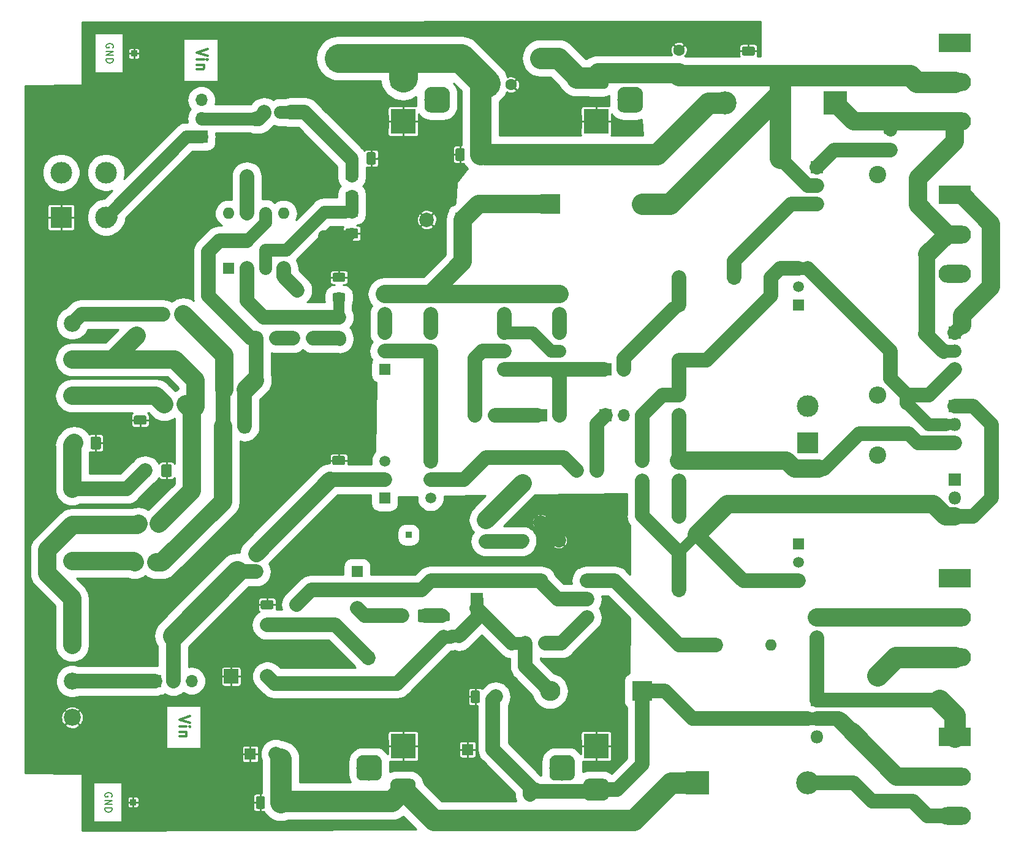
<source format=gbr>
G04 #@! TF.GenerationSoftware,KiCad,Pcbnew,(5.1.2)-2*
G04 #@! TF.CreationDate,2019-07-10T18:17:04-03:00*
G04 #@! TF.ProjectId,kicad_ampli,6b696361-645f-4616-9d70-6c692e6b6963,rev?*
G04 #@! TF.SameCoordinates,Original*
G04 #@! TF.FileFunction,Copper,L1,Top*
G04 #@! TF.FilePolarity,Positive*
%FSLAX46Y46*%
G04 Gerber Fmt 4.6, Leading zero omitted, Abs format (unit mm)*
G04 Created by KiCad (PCBNEW (5.1.2)-2) date 2019-07-10 18:17:04*
%MOMM*%
%LPD*%
G04 APERTURE LIST*
%ADD10C,0.300000*%
%ADD11C,0.200000*%
%ADD12R,1.500000X1.500000*%
%ADD13C,1.500000*%
%ADD14O,1.700000X1.700000*%
%ADD15R,1.700000X1.700000*%
%ADD16R,0.850000X0.850000*%
%ADD17C,1.200000*%
%ADD18R,1.200000X1.200000*%
%ADD19C,2.000000*%
%ADD20R,2.000000X2.000000*%
%ADD21O,2.400000X2.400000*%
%ADD22C,2.400000*%
%ADD23C,0.100000*%
%ADD24C,3.500000*%
%ADD25C,3.000000*%
%ADD26R,3.500000X3.500000*%
%ADD27C,2.340000*%
%ADD28C,1.600000*%
%ADD29R,1.600000X1.600000*%
%ADD30C,1.620000*%
%ADD31O,1.600000X1.600000*%
%ADD32R,3.000000X3.000000*%
%ADD33C,1.250000*%
%ADD34O,3.200000X3.200000*%
%ADD35R,3.200000X3.200000*%
%ADD36C,1.425000*%
%ADD37O,1.800000X1.800000*%
%ADD38R,1.800000X1.800000*%
%ADD39C,1.800000*%
%ADD40O,4.500000X2.500000*%
%ADD41R,4.500000X2.500000*%
%ADD42O,2.800000X2.800000*%
%ADD43R,2.800000X2.800000*%
%ADD44C,1.700000*%
%ADD45C,2.300000*%
%ADD46C,2.000000*%
%ADD47C,3.000000*%
%ADD48C,0.304800*%
%ADD49C,0.500000*%
%ADD50C,1.750000*%
%ADD51C,2.500000*%
%ADD52C,1.500000*%
%ADD53C,2.800000*%
%ADD54C,4.000000*%
%ADD55C,0.750000*%
%ADD56C,1.250000*%
%ADD57C,1.650000*%
%ADD58C,0.254000*%
%ADD59C,0.250000*%
G04 APERTURE END LIST*
D10*
X68258428Y-33135285D02*
X66758428Y-33635285D01*
X68258428Y-34135285D01*
X66758428Y-34635285D02*
X67758428Y-34635285D01*
X68258428Y-34635285D02*
X68187000Y-34563857D01*
X68115571Y-34635285D01*
X68187000Y-34706714D01*
X68258428Y-34635285D01*
X68115571Y-34635285D01*
X67758428Y-35349571D02*
X66758428Y-35349571D01*
X67615571Y-35349571D02*
X67687000Y-35421000D01*
X67758428Y-35563857D01*
X67758428Y-35778142D01*
X67687000Y-35921000D01*
X67544142Y-35992428D01*
X66758428Y-35992428D01*
X65845428Y-125337285D02*
X64345428Y-125837285D01*
X65845428Y-126337285D01*
X64345428Y-126837285D02*
X65345428Y-126837285D01*
X65845428Y-126837285D02*
X65774000Y-126765857D01*
X65702571Y-126837285D01*
X65774000Y-126908714D01*
X65845428Y-126837285D01*
X65702571Y-126837285D01*
X65345428Y-127551571D02*
X64345428Y-127551571D01*
X65202571Y-127551571D02*
X65274000Y-127623000D01*
X65345428Y-127765857D01*
X65345428Y-127980142D01*
X65274000Y-128123000D01*
X65131142Y-128194428D01*
X64345428Y-128194428D01*
D11*
X55175000Y-32988095D02*
X55222619Y-32892857D01*
X55222619Y-32750000D01*
X55175000Y-32607142D01*
X55079761Y-32511904D01*
X54984523Y-32464285D01*
X54794047Y-32416666D01*
X54651190Y-32416666D01*
X54460714Y-32464285D01*
X54365476Y-32511904D01*
X54270238Y-32607142D01*
X54222619Y-32750000D01*
X54222619Y-32845238D01*
X54270238Y-32988095D01*
X54317857Y-33035714D01*
X54651190Y-33035714D01*
X54651190Y-32845238D01*
X54222619Y-33464285D02*
X55222619Y-33464285D01*
X54222619Y-34035714D01*
X55222619Y-34035714D01*
X54222619Y-34511904D02*
X55222619Y-34511904D01*
X55222619Y-34750000D01*
X55175000Y-34892857D01*
X55079761Y-34988095D01*
X54984523Y-35035714D01*
X54794047Y-35083333D01*
X54651190Y-35083333D01*
X54460714Y-35035714D01*
X54365476Y-34988095D01*
X54270238Y-34892857D01*
X54222619Y-34750000D01*
X54222619Y-34511904D01*
X55000000Y-136538095D02*
X55047619Y-136442857D01*
X55047619Y-136300000D01*
X55000000Y-136157142D01*
X54904761Y-136061904D01*
X54809523Y-136014285D01*
X54619047Y-135966666D01*
X54476190Y-135966666D01*
X54285714Y-136014285D01*
X54190476Y-136061904D01*
X54095238Y-136157142D01*
X54047619Y-136300000D01*
X54047619Y-136395238D01*
X54095238Y-136538095D01*
X54142857Y-136585714D01*
X54476190Y-136585714D01*
X54476190Y-136395238D01*
X54047619Y-137014285D02*
X55047619Y-137014285D01*
X54047619Y-137585714D01*
X55047619Y-137585714D01*
X54047619Y-138061904D02*
X55047619Y-138061904D01*
X55047619Y-138300000D01*
X55000000Y-138442857D01*
X54904761Y-138538095D01*
X54809523Y-138585714D01*
X54619047Y-138633333D01*
X54476190Y-138633333D01*
X54285714Y-138585714D01*
X54190476Y-138538095D01*
X54095238Y-138442857D01*
X54047619Y-138300000D01*
X54047619Y-138061904D01*
D12*
X149860000Y-68580000D03*
D13*
X149860000Y-63500000D03*
X149860000Y-66040000D03*
D12*
X149860000Y-101600000D03*
D13*
X149860000Y-106680000D03*
X149860000Y-104140000D03*
D14*
X66030000Y-120525000D03*
X63490000Y-120525000D03*
D15*
X60950000Y-120525000D03*
D14*
X125730000Y-77470000D03*
D15*
X123190000Y-77470000D03*
D14*
X116840000Y-83820000D03*
D15*
X114300000Y-83820000D03*
D14*
X125730000Y-83820000D03*
D15*
X123190000Y-83820000D03*
D14*
X67400000Y-40220000D03*
X67400000Y-42760000D03*
D15*
X67400000Y-45300000D03*
D16*
X127635000Y-109728000D03*
X96012000Y-100330000D03*
D17*
X78200000Y-41910000D03*
D18*
X76200000Y-41910000D03*
D17*
X74930000Y-103410000D03*
D18*
X74930000Y-105410000D03*
D19*
X98530000Y-56760000D03*
D20*
X103530000Y-56760000D03*
D19*
X76501000Y-119888000D03*
D20*
X71501000Y-119888000D03*
D21*
X160782000Y-119761000D03*
D22*
X160782000Y-89281000D03*
D21*
X160782000Y-81026000D03*
D22*
X160782000Y-50546000D03*
D16*
X57950000Y-137275000D03*
X58075000Y-33800000D03*
X112800000Y-136225000D03*
X114275000Y-34425000D03*
X83693000Y-137150000D03*
X86350000Y-34450000D03*
D23*
G36*
X100910765Y-38434213D02*
G01*
X100995704Y-38446813D01*
X101078999Y-38467677D01*
X101159848Y-38496605D01*
X101237472Y-38533319D01*
X101311124Y-38577464D01*
X101380094Y-38628616D01*
X101443718Y-38686282D01*
X101501384Y-38749906D01*
X101552536Y-38818876D01*
X101596681Y-38892528D01*
X101633395Y-38970152D01*
X101662323Y-39051001D01*
X101683187Y-39134296D01*
X101695787Y-39219235D01*
X101700000Y-39305000D01*
X101700000Y-41055000D01*
X101695787Y-41140765D01*
X101683187Y-41225704D01*
X101662323Y-41308999D01*
X101633395Y-41389848D01*
X101596681Y-41467472D01*
X101552536Y-41541124D01*
X101501384Y-41610094D01*
X101443718Y-41673718D01*
X101380094Y-41731384D01*
X101311124Y-41782536D01*
X101237472Y-41826681D01*
X101159848Y-41863395D01*
X101078999Y-41892323D01*
X100995704Y-41913187D01*
X100910765Y-41925787D01*
X100825000Y-41930000D01*
X99075000Y-41930000D01*
X98989235Y-41925787D01*
X98904296Y-41913187D01*
X98821001Y-41892323D01*
X98740152Y-41863395D01*
X98662528Y-41826681D01*
X98588876Y-41782536D01*
X98519906Y-41731384D01*
X98456282Y-41673718D01*
X98398616Y-41610094D01*
X98347464Y-41541124D01*
X98303319Y-41467472D01*
X98266605Y-41389848D01*
X98237677Y-41308999D01*
X98216813Y-41225704D01*
X98204213Y-41140765D01*
X98200000Y-41055000D01*
X98200000Y-39305000D01*
X98204213Y-39219235D01*
X98216813Y-39134296D01*
X98237677Y-39051001D01*
X98266605Y-38970152D01*
X98303319Y-38892528D01*
X98347464Y-38818876D01*
X98398616Y-38749906D01*
X98456282Y-38686282D01*
X98519906Y-38628616D01*
X98588876Y-38577464D01*
X98662528Y-38533319D01*
X98740152Y-38496605D01*
X98821001Y-38467677D01*
X98904296Y-38446813D01*
X98989235Y-38434213D01*
X99075000Y-38430000D01*
X100825000Y-38430000D01*
X100910765Y-38434213D01*
X100910765Y-38434213D01*
G37*
D24*
X99950000Y-40180000D03*
D23*
G36*
X96323513Y-35683611D02*
G01*
X96396318Y-35694411D01*
X96467714Y-35712295D01*
X96537013Y-35737090D01*
X96603548Y-35768559D01*
X96666678Y-35806398D01*
X96725795Y-35850242D01*
X96780330Y-35899670D01*
X96829758Y-35954205D01*
X96873602Y-36013322D01*
X96911441Y-36076452D01*
X96942910Y-36142987D01*
X96967705Y-36212286D01*
X96985589Y-36283682D01*
X96996389Y-36356487D01*
X97000000Y-36430000D01*
X97000000Y-37930000D01*
X96996389Y-38003513D01*
X96985589Y-38076318D01*
X96967705Y-38147714D01*
X96942910Y-38217013D01*
X96911441Y-38283548D01*
X96873602Y-38346678D01*
X96829758Y-38405795D01*
X96780330Y-38460330D01*
X96725795Y-38509758D01*
X96666678Y-38553602D01*
X96603548Y-38591441D01*
X96537013Y-38622910D01*
X96467714Y-38647705D01*
X96396318Y-38665589D01*
X96323513Y-38676389D01*
X96250000Y-38680000D01*
X94250000Y-38680000D01*
X94176487Y-38676389D01*
X94103682Y-38665589D01*
X94032286Y-38647705D01*
X93962987Y-38622910D01*
X93896452Y-38591441D01*
X93833322Y-38553602D01*
X93774205Y-38509758D01*
X93719670Y-38460330D01*
X93670242Y-38405795D01*
X93626398Y-38346678D01*
X93588559Y-38283548D01*
X93557090Y-38217013D01*
X93532295Y-38147714D01*
X93514411Y-38076318D01*
X93503611Y-38003513D01*
X93500000Y-37930000D01*
X93500000Y-36430000D01*
X93503611Y-36356487D01*
X93514411Y-36283682D01*
X93532295Y-36212286D01*
X93557090Y-36142987D01*
X93588559Y-36076452D01*
X93626398Y-36013322D01*
X93670242Y-35954205D01*
X93719670Y-35899670D01*
X93774205Y-35850242D01*
X93833322Y-35806398D01*
X93896452Y-35768559D01*
X93962987Y-35737090D01*
X94032286Y-35712295D01*
X94103682Y-35694411D01*
X94176487Y-35683611D01*
X94250000Y-35680000D01*
X96250000Y-35680000D01*
X96323513Y-35683611D01*
X96323513Y-35683611D01*
G37*
D25*
X95250000Y-37180000D03*
D26*
X95250000Y-43180000D03*
D23*
G36*
X91510765Y-130794213D02*
G01*
X91595704Y-130806813D01*
X91678999Y-130827677D01*
X91759848Y-130856605D01*
X91837472Y-130893319D01*
X91911124Y-130937464D01*
X91980094Y-130988616D01*
X92043718Y-131046282D01*
X92101384Y-131109906D01*
X92152536Y-131178876D01*
X92196681Y-131252528D01*
X92233395Y-131330152D01*
X92262323Y-131411001D01*
X92283187Y-131494296D01*
X92295787Y-131579235D01*
X92300000Y-131665000D01*
X92300000Y-133415000D01*
X92295787Y-133500765D01*
X92283187Y-133585704D01*
X92262323Y-133668999D01*
X92233395Y-133749848D01*
X92196681Y-133827472D01*
X92152536Y-133901124D01*
X92101384Y-133970094D01*
X92043718Y-134033718D01*
X91980094Y-134091384D01*
X91911124Y-134142536D01*
X91837472Y-134186681D01*
X91759848Y-134223395D01*
X91678999Y-134252323D01*
X91595704Y-134273187D01*
X91510765Y-134285787D01*
X91425000Y-134290000D01*
X89675000Y-134290000D01*
X89589235Y-134285787D01*
X89504296Y-134273187D01*
X89421001Y-134252323D01*
X89340152Y-134223395D01*
X89262528Y-134186681D01*
X89188876Y-134142536D01*
X89119906Y-134091384D01*
X89056282Y-134033718D01*
X88998616Y-133970094D01*
X88947464Y-133901124D01*
X88903319Y-133827472D01*
X88866605Y-133749848D01*
X88837677Y-133668999D01*
X88816813Y-133585704D01*
X88804213Y-133500765D01*
X88800000Y-133415000D01*
X88800000Y-131665000D01*
X88804213Y-131579235D01*
X88816813Y-131494296D01*
X88837677Y-131411001D01*
X88866605Y-131330152D01*
X88903319Y-131252528D01*
X88947464Y-131178876D01*
X88998616Y-131109906D01*
X89056282Y-131046282D01*
X89119906Y-130988616D01*
X89188876Y-130937464D01*
X89262528Y-130893319D01*
X89340152Y-130856605D01*
X89421001Y-130827677D01*
X89504296Y-130806813D01*
X89589235Y-130794213D01*
X89675000Y-130790000D01*
X91425000Y-130790000D01*
X91510765Y-130794213D01*
X91510765Y-130794213D01*
G37*
D24*
X90550000Y-132540000D03*
D23*
G36*
X96323513Y-134043611D02*
G01*
X96396318Y-134054411D01*
X96467714Y-134072295D01*
X96537013Y-134097090D01*
X96603548Y-134128559D01*
X96666678Y-134166398D01*
X96725795Y-134210242D01*
X96780330Y-134259670D01*
X96829758Y-134314205D01*
X96873602Y-134373322D01*
X96911441Y-134436452D01*
X96942910Y-134502987D01*
X96967705Y-134572286D01*
X96985589Y-134643682D01*
X96996389Y-134716487D01*
X97000000Y-134790000D01*
X97000000Y-136290000D01*
X96996389Y-136363513D01*
X96985589Y-136436318D01*
X96967705Y-136507714D01*
X96942910Y-136577013D01*
X96911441Y-136643548D01*
X96873602Y-136706678D01*
X96829758Y-136765795D01*
X96780330Y-136820330D01*
X96725795Y-136869758D01*
X96666678Y-136913602D01*
X96603548Y-136951441D01*
X96537013Y-136982910D01*
X96467714Y-137007705D01*
X96396318Y-137025589D01*
X96323513Y-137036389D01*
X96250000Y-137040000D01*
X94250000Y-137040000D01*
X94176487Y-137036389D01*
X94103682Y-137025589D01*
X94032286Y-137007705D01*
X93962987Y-136982910D01*
X93896452Y-136951441D01*
X93833322Y-136913602D01*
X93774205Y-136869758D01*
X93719670Y-136820330D01*
X93670242Y-136765795D01*
X93626398Y-136706678D01*
X93588559Y-136643548D01*
X93557090Y-136577013D01*
X93532295Y-136507714D01*
X93514411Y-136436318D01*
X93503611Y-136363513D01*
X93500000Y-136290000D01*
X93500000Y-134790000D01*
X93503611Y-134716487D01*
X93514411Y-134643682D01*
X93532295Y-134572286D01*
X93557090Y-134502987D01*
X93588559Y-134436452D01*
X93626398Y-134373322D01*
X93670242Y-134314205D01*
X93719670Y-134259670D01*
X93774205Y-134210242D01*
X93833322Y-134166398D01*
X93896452Y-134128559D01*
X93962987Y-134097090D01*
X94032286Y-134072295D01*
X94103682Y-134054411D01*
X94176487Y-134043611D01*
X94250000Y-134040000D01*
X96250000Y-134040000D01*
X96323513Y-134043611D01*
X96323513Y-134043611D01*
G37*
D25*
X95250000Y-135540000D03*
D26*
X95250000Y-129540000D03*
D23*
G36*
X127580765Y-38434213D02*
G01*
X127665704Y-38446813D01*
X127748999Y-38467677D01*
X127829848Y-38496605D01*
X127907472Y-38533319D01*
X127981124Y-38577464D01*
X128050094Y-38628616D01*
X128113718Y-38686282D01*
X128171384Y-38749906D01*
X128222536Y-38818876D01*
X128266681Y-38892528D01*
X128303395Y-38970152D01*
X128332323Y-39051001D01*
X128353187Y-39134296D01*
X128365787Y-39219235D01*
X128370000Y-39305000D01*
X128370000Y-41055000D01*
X128365787Y-41140765D01*
X128353187Y-41225704D01*
X128332323Y-41308999D01*
X128303395Y-41389848D01*
X128266681Y-41467472D01*
X128222536Y-41541124D01*
X128171384Y-41610094D01*
X128113718Y-41673718D01*
X128050094Y-41731384D01*
X127981124Y-41782536D01*
X127907472Y-41826681D01*
X127829848Y-41863395D01*
X127748999Y-41892323D01*
X127665704Y-41913187D01*
X127580765Y-41925787D01*
X127495000Y-41930000D01*
X125745000Y-41930000D01*
X125659235Y-41925787D01*
X125574296Y-41913187D01*
X125491001Y-41892323D01*
X125410152Y-41863395D01*
X125332528Y-41826681D01*
X125258876Y-41782536D01*
X125189906Y-41731384D01*
X125126282Y-41673718D01*
X125068616Y-41610094D01*
X125017464Y-41541124D01*
X124973319Y-41467472D01*
X124936605Y-41389848D01*
X124907677Y-41308999D01*
X124886813Y-41225704D01*
X124874213Y-41140765D01*
X124870000Y-41055000D01*
X124870000Y-39305000D01*
X124874213Y-39219235D01*
X124886813Y-39134296D01*
X124907677Y-39051001D01*
X124936605Y-38970152D01*
X124973319Y-38892528D01*
X125017464Y-38818876D01*
X125068616Y-38749906D01*
X125126282Y-38686282D01*
X125189906Y-38628616D01*
X125258876Y-38577464D01*
X125332528Y-38533319D01*
X125410152Y-38496605D01*
X125491001Y-38467677D01*
X125574296Y-38446813D01*
X125659235Y-38434213D01*
X125745000Y-38430000D01*
X127495000Y-38430000D01*
X127580765Y-38434213D01*
X127580765Y-38434213D01*
G37*
D24*
X126620000Y-40180000D03*
D23*
G36*
X122993513Y-35683611D02*
G01*
X123066318Y-35694411D01*
X123137714Y-35712295D01*
X123207013Y-35737090D01*
X123273548Y-35768559D01*
X123336678Y-35806398D01*
X123395795Y-35850242D01*
X123450330Y-35899670D01*
X123499758Y-35954205D01*
X123543602Y-36013322D01*
X123581441Y-36076452D01*
X123612910Y-36142987D01*
X123637705Y-36212286D01*
X123655589Y-36283682D01*
X123666389Y-36356487D01*
X123670000Y-36430000D01*
X123670000Y-37930000D01*
X123666389Y-38003513D01*
X123655589Y-38076318D01*
X123637705Y-38147714D01*
X123612910Y-38217013D01*
X123581441Y-38283548D01*
X123543602Y-38346678D01*
X123499758Y-38405795D01*
X123450330Y-38460330D01*
X123395795Y-38509758D01*
X123336678Y-38553602D01*
X123273548Y-38591441D01*
X123207013Y-38622910D01*
X123137714Y-38647705D01*
X123066318Y-38665589D01*
X122993513Y-38676389D01*
X122920000Y-38680000D01*
X120920000Y-38680000D01*
X120846487Y-38676389D01*
X120773682Y-38665589D01*
X120702286Y-38647705D01*
X120632987Y-38622910D01*
X120566452Y-38591441D01*
X120503322Y-38553602D01*
X120444205Y-38509758D01*
X120389670Y-38460330D01*
X120340242Y-38405795D01*
X120296398Y-38346678D01*
X120258559Y-38283548D01*
X120227090Y-38217013D01*
X120202295Y-38147714D01*
X120184411Y-38076318D01*
X120173611Y-38003513D01*
X120170000Y-37930000D01*
X120170000Y-36430000D01*
X120173611Y-36356487D01*
X120184411Y-36283682D01*
X120202295Y-36212286D01*
X120227090Y-36142987D01*
X120258559Y-36076452D01*
X120296398Y-36013322D01*
X120340242Y-35954205D01*
X120389670Y-35899670D01*
X120444205Y-35850242D01*
X120503322Y-35806398D01*
X120566452Y-35768559D01*
X120632987Y-35737090D01*
X120702286Y-35712295D01*
X120773682Y-35694411D01*
X120846487Y-35683611D01*
X120920000Y-35680000D01*
X122920000Y-35680000D01*
X122993513Y-35683611D01*
X122993513Y-35683611D01*
G37*
D25*
X121920000Y-37180000D03*
D26*
X121920000Y-43180000D03*
D23*
G36*
X118180765Y-130794213D02*
G01*
X118265704Y-130806813D01*
X118348999Y-130827677D01*
X118429848Y-130856605D01*
X118507472Y-130893319D01*
X118581124Y-130937464D01*
X118650094Y-130988616D01*
X118713718Y-131046282D01*
X118771384Y-131109906D01*
X118822536Y-131178876D01*
X118866681Y-131252528D01*
X118903395Y-131330152D01*
X118932323Y-131411001D01*
X118953187Y-131494296D01*
X118965787Y-131579235D01*
X118970000Y-131665000D01*
X118970000Y-133415000D01*
X118965787Y-133500765D01*
X118953187Y-133585704D01*
X118932323Y-133668999D01*
X118903395Y-133749848D01*
X118866681Y-133827472D01*
X118822536Y-133901124D01*
X118771384Y-133970094D01*
X118713718Y-134033718D01*
X118650094Y-134091384D01*
X118581124Y-134142536D01*
X118507472Y-134186681D01*
X118429848Y-134223395D01*
X118348999Y-134252323D01*
X118265704Y-134273187D01*
X118180765Y-134285787D01*
X118095000Y-134290000D01*
X116345000Y-134290000D01*
X116259235Y-134285787D01*
X116174296Y-134273187D01*
X116091001Y-134252323D01*
X116010152Y-134223395D01*
X115932528Y-134186681D01*
X115858876Y-134142536D01*
X115789906Y-134091384D01*
X115726282Y-134033718D01*
X115668616Y-133970094D01*
X115617464Y-133901124D01*
X115573319Y-133827472D01*
X115536605Y-133749848D01*
X115507677Y-133668999D01*
X115486813Y-133585704D01*
X115474213Y-133500765D01*
X115470000Y-133415000D01*
X115470000Y-131665000D01*
X115474213Y-131579235D01*
X115486813Y-131494296D01*
X115507677Y-131411001D01*
X115536605Y-131330152D01*
X115573319Y-131252528D01*
X115617464Y-131178876D01*
X115668616Y-131109906D01*
X115726282Y-131046282D01*
X115789906Y-130988616D01*
X115858876Y-130937464D01*
X115932528Y-130893319D01*
X116010152Y-130856605D01*
X116091001Y-130827677D01*
X116174296Y-130806813D01*
X116259235Y-130794213D01*
X116345000Y-130790000D01*
X118095000Y-130790000D01*
X118180765Y-130794213D01*
X118180765Y-130794213D01*
G37*
D24*
X117220000Y-132540000D03*
D23*
G36*
X122993513Y-134043611D02*
G01*
X123066318Y-134054411D01*
X123137714Y-134072295D01*
X123207013Y-134097090D01*
X123273548Y-134128559D01*
X123336678Y-134166398D01*
X123395795Y-134210242D01*
X123450330Y-134259670D01*
X123499758Y-134314205D01*
X123543602Y-134373322D01*
X123581441Y-134436452D01*
X123612910Y-134502987D01*
X123637705Y-134572286D01*
X123655589Y-134643682D01*
X123666389Y-134716487D01*
X123670000Y-134790000D01*
X123670000Y-136290000D01*
X123666389Y-136363513D01*
X123655589Y-136436318D01*
X123637705Y-136507714D01*
X123612910Y-136577013D01*
X123581441Y-136643548D01*
X123543602Y-136706678D01*
X123499758Y-136765795D01*
X123450330Y-136820330D01*
X123395795Y-136869758D01*
X123336678Y-136913602D01*
X123273548Y-136951441D01*
X123207013Y-136982910D01*
X123137714Y-137007705D01*
X123066318Y-137025589D01*
X122993513Y-137036389D01*
X122920000Y-137040000D01*
X120920000Y-137040000D01*
X120846487Y-137036389D01*
X120773682Y-137025589D01*
X120702286Y-137007705D01*
X120632987Y-136982910D01*
X120566452Y-136951441D01*
X120503322Y-136913602D01*
X120444205Y-136869758D01*
X120389670Y-136820330D01*
X120340242Y-136765795D01*
X120296398Y-136706678D01*
X120258559Y-136643548D01*
X120227090Y-136577013D01*
X120202295Y-136507714D01*
X120184411Y-136436318D01*
X120173611Y-136363513D01*
X120170000Y-136290000D01*
X120170000Y-134790000D01*
X120173611Y-134716487D01*
X120184411Y-134643682D01*
X120202295Y-134572286D01*
X120227090Y-134502987D01*
X120258559Y-134436452D01*
X120296398Y-134373322D01*
X120340242Y-134314205D01*
X120389670Y-134259670D01*
X120444205Y-134210242D01*
X120503322Y-134166398D01*
X120566452Y-134128559D01*
X120632987Y-134097090D01*
X120702286Y-134072295D01*
X120773682Y-134054411D01*
X120846487Y-134043611D01*
X120920000Y-134040000D01*
X122920000Y-134040000D01*
X122993513Y-134043611D01*
X122993513Y-134043611D01*
G37*
D25*
X121920000Y-135540000D03*
D26*
X121920000Y-129540000D03*
D27*
X49530000Y-93980000D03*
X49530000Y-98980000D03*
X49530000Y-103980000D03*
X49530000Y-115570000D03*
X49530000Y-120570000D03*
X49530000Y-125570000D03*
X49530000Y-71120000D03*
X49530000Y-76120000D03*
X49530000Y-81120000D03*
D28*
X90424000Y-120848000D03*
D29*
X90424000Y-117348000D03*
D30*
X111760000Y-101092000D03*
X114260000Y-98592000D03*
X116760000Y-101092000D03*
D12*
X116840000Y-77470000D03*
D13*
X116840000Y-72390000D03*
X116840000Y-74930000D03*
D12*
X109220000Y-77470000D03*
D13*
X109220000Y-72390000D03*
X109220000Y-74930000D03*
D12*
X120650000Y-106680000D03*
D13*
X120650000Y-111760000D03*
X120650000Y-109220000D03*
D12*
X99060000Y-90170000D03*
D13*
X99060000Y-95250000D03*
X99060000Y-92710000D03*
D12*
X99060000Y-77470000D03*
D13*
X99060000Y-72390000D03*
X99060000Y-74930000D03*
D12*
X88900000Y-105410000D03*
D13*
X88900000Y-110490000D03*
X88900000Y-107950000D03*
D12*
X92710000Y-77470000D03*
D13*
X92710000Y-72390000D03*
X92710000Y-74930000D03*
D12*
X92710000Y-95250000D03*
D13*
X92710000Y-90170000D03*
X92710000Y-92710000D03*
D31*
X71120000Y-55880000D03*
X78740000Y-63500000D03*
X73660000Y-55880000D03*
X76200000Y-63500000D03*
X76200000Y-55880000D03*
X73660000Y-63500000D03*
X78740000Y-55880000D03*
D29*
X71120000Y-63500000D03*
D25*
X54195000Y-50230000D03*
X48000000Y-50230000D03*
X54195000Y-56430000D03*
D32*
X48000000Y-56430000D03*
D23*
G36*
X98319504Y-110632204D02*
G01*
X98343773Y-110635804D01*
X98367571Y-110641765D01*
X98390671Y-110650030D01*
X98412849Y-110660520D01*
X98433893Y-110673133D01*
X98453598Y-110687747D01*
X98471777Y-110704223D01*
X98488253Y-110722402D01*
X98502867Y-110742107D01*
X98515480Y-110763151D01*
X98525970Y-110785329D01*
X98534235Y-110808429D01*
X98540196Y-110832227D01*
X98543796Y-110856496D01*
X98545000Y-110881000D01*
X98545000Y-112131000D01*
X98543796Y-112155504D01*
X98540196Y-112179773D01*
X98534235Y-112203571D01*
X98525970Y-112226671D01*
X98515480Y-112248849D01*
X98502867Y-112269893D01*
X98488253Y-112289598D01*
X98471777Y-112307777D01*
X98453598Y-112324253D01*
X98433893Y-112338867D01*
X98412849Y-112351480D01*
X98390671Y-112361970D01*
X98367571Y-112370235D01*
X98343773Y-112376196D01*
X98319504Y-112379796D01*
X98295000Y-112381000D01*
X97545000Y-112381000D01*
X97520496Y-112379796D01*
X97496227Y-112376196D01*
X97472429Y-112370235D01*
X97449329Y-112361970D01*
X97427151Y-112351480D01*
X97406107Y-112338867D01*
X97386402Y-112324253D01*
X97368223Y-112307777D01*
X97351747Y-112289598D01*
X97337133Y-112269893D01*
X97324520Y-112248849D01*
X97314030Y-112226671D01*
X97305765Y-112203571D01*
X97299804Y-112179773D01*
X97296204Y-112155504D01*
X97295000Y-112131000D01*
X97295000Y-110881000D01*
X97296204Y-110856496D01*
X97299804Y-110832227D01*
X97305765Y-110808429D01*
X97314030Y-110785329D01*
X97324520Y-110763151D01*
X97337133Y-110742107D01*
X97351747Y-110722402D01*
X97368223Y-110704223D01*
X97386402Y-110687747D01*
X97406107Y-110673133D01*
X97427151Y-110660520D01*
X97449329Y-110650030D01*
X97472429Y-110641765D01*
X97496227Y-110635804D01*
X97520496Y-110632204D01*
X97545000Y-110631000D01*
X98295000Y-110631000D01*
X98319504Y-110632204D01*
X98319504Y-110632204D01*
G37*
D33*
X97920000Y-111506000D03*
D23*
G36*
X95519504Y-110632204D02*
G01*
X95543773Y-110635804D01*
X95567571Y-110641765D01*
X95590671Y-110650030D01*
X95612849Y-110660520D01*
X95633893Y-110673133D01*
X95653598Y-110687747D01*
X95671777Y-110704223D01*
X95688253Y-110722402D01*
X95702867Y-110742107D01*
X95715480Y-110763151D01*
X95725970Y-110785329D01*
X95734235Y-110808429D01*
X95740196Y-110832227D01*
X95743796Y-110856496D01*
X95745000Y-110881000D01*
X95745000Y-112131000D01*
X95743796Y-112155504D01*
X95740196Y-112179773D01*
X95734235Y-112203571D01*
X95725970Y-112226671D01*
X95715480Y-112248849D01*
X95702867Y-112269893D01*
X95688253Y-112289598D01*
X95671777Y-112307777D01*
X95653598Y-112324253D01*
X95633893Y-112338867D01*
X95612849Y-112351480D01*
X95590671Y-112361970D01*
X95567571Y-112370235D01*
X95543773Y-112376196D01*
X95519504Y-112379796D01*
X95495000Y-112381000D01*
X94745000Y-112381000D01*
X94720496Y-112379796D01*
X94696227Y-112376196D01*
X94672429Y-112370235D01*
X94649329Y-112361970D01*
X94627151Y-112351480D01*
X94606107Y-112338867D01*
X94586402Y-112324253D01*
X94568223Y-112307777D01*
X94551747Y-112289598D01*
X94537133Y-112269893D01*
X94524520Y-112248849D01*
X94514030Y-112226671D01*
X94505765Y-112203571D01*
X94499804Y-112179773D01*
X94496204Y-112155504D01*
X94495000Y-112131000D01*
X94495000Y-110881000D01*
X94496204Y-110856496D01*
X94499804Y-110832227D01*
X94505765Y-110808429D01*
X94514030Y-110785329D01*
X94524520Y-110763151D01*
X94537133Y-110742107D01*
X94551747Y-110722402D01*
X94568223Y-110704223D01*
X94586402Y-110687747D01*
X94606107Y-110673133D01*
X94627151Y-110660520D01*
X94649329Y-110650030D01*
X94672429Y-110641765D01*
X94696227Y-110635804D01*
X94720496Y-110632204D01*
X94745000Y-110631000D01*
X95495000Y-110631000D01*
X95519504Y-110632204D01*
X95519504Y-110632204D01*
G37*
D33*
X95120000Y-111506000D03*
D34*
X151130000Y-134620000D03*
D35*
X135890000Y-134620000D03*
D34*
X139700000Y-40640000D03*
D35*
X154940000Y-40640000D03*
D23*
G36*
X53282504Y-86756204D02*
G01*
X53306773Y-86759804D01*
X53330571Y-86765765D01*
X53353671Y-86774030D01*
X53375849Y-86784520D01*
X53396893Y-86797133D01*
X53416598Y-86811747D01*
X53434777Y-86828223D01*
X53451253Y-86846402D01*
X53465867Y-86866107D01*
X53478480Y-86887151D01*
X53488970Y-86909329D01*
X53497235Y-86932429D01*
X53503196Y-86956227D01*
X53506796Y-86980496D01*
X53508000Y-87005000D01*
X53508000Y-88255000D01*
X53506796Y-88279504D01*
X53503196Y-88303773D01*
X53497235Y-88327571D01*
X53488970Y-88350671D01*
X53478480Y-88372849D01*
X53465867Y-88393893D01*
X53451253Y-88413598D01*
X53434777Y-88431777D01*
X53416598Y-88448253D01*
X53396893Y-88462867D01*
X53375849Y-88475480D01*
X53353671Y-88485970D01*
X53330571Y-88494235D01*
X53306773Y-88500196D01*
X53282504Y-88503796D01*
X53258000Y-88505000D01*
X52333000Y-88505000D01*
X52308496Y-88503796D01*
X52284227Y-88500196D01*
X52260429Y-88494235D01*
X52237329Y-88485970D01*
X52215151Y-88475480D01*
X52194107Y-88462867D01*
X52174402Y-88448253D01*
X52156223Y-88431777D01*
X52139747Y-88413598D01*
X52125133Y-88393893D01*
X52112520Y-88372849D01*
X52102030Y-88350671D01*
X52093765Y-88327571D01*
X52087804Y-88303773D01*
X52084204Y-88279504D01*
X52083000Y-88255000D01*
X52083000Y-87005000D01*
X52084204Y-86980496D01*
X52087804Y-86956227D01*
X52093765Y-86932429D01*
X52102030Y-86909329D01*
X52112520Y-86887151D01*
X52125133Y-86866107D01*
X52139747Y-86846402D01*
X52156223Y-86828223D01*
X52174402Y-86811747D01*
X52194107Y-86797133D01*
X52215151Y-86784520D01*
X52237329Y-86774030D01*
X52260429Y-86765765D01*
X52284227Y-86759804D01*
X52308496Y-86756204D01*
X52333000Y-86755000D01*
X53258000Y-86755000D01*
X53282504Y-86756204D01*
X53282504Y-86756204D01*
G37*
D36*
X52795500Y-87630000D03*
D23*
G36*
X50307504Y-86756204D02*
G01*
X50331773Y-86759804D01*
X50355571Y-86765765D01*
X50378671Y-86774030D01*
X50400849Y-86784520D01*
X50421893Y-86797133D01*
X50441598Y-86811747D01*
X50459777Y-86828223D01*
X50476253Y-86846402D01*
X50490867Y-86866107D01*
X50503480Y-86887151D01*
X50513970Y-86909329D01*
X50522235Y-86932429D01*
X50528196Y-86956227D01*
X50531796Y-86980496D01*
X50533000Y-87005000D01*
X50533000Y-88255000D01*
X50531796Y-88279504D01*
X50528196Y-88303773D01*
X50522235Y-88327571D01*
X50513970Y-88350671D01*
X50503480Y-88372849D01*
X50490867Y-88393893D01*
X50476253Y-88413598D01*
X50459777Y-88431777D01*
X50441598Y-88448253D01*
X50421893Y-88462867D01*
X50400849Y-88475480D01*
X50378671Y-88485970D01*
X50355571Y-88494235D01*
X50331773Y-88500196D01*
X50307504Y-88503796D01*
X50283000Y-88505000D01*
X49358000Y-88505000D01*
X49333496Y-88503796D01*
X49309227Y-88500196D01*
X49285429Y-88494235D01*
X49262329Y-88485970D01*
X49240151Y-88475480D01*
X49219107Y-88462867D01*
X49199402Y-88448253D01*
X49181223Y-88431777D01*
X49164747Y-88413598D01*
X49150133Y-88393893D01*
X49137520Y-88372849D01*
X49127030Y-88350671D01*
X49118765Y-88327571D01*
X49112804Y-88303773D01*
X49109204Y-88279504D01*
X49108000Y-88255000D01*
X49108000Y-87005000D01*
X49109204Y-86980496D01*
X49112804Y-86956227D01*
X49118765Y-86932429D01*
X49127030Y-86909329D01*
X49137520Y-86887151D01*
X49150133Y-86866107D01*
X49164747Y-86846402D01*
X49181223Y-86828223D01*
X49199402Y-86811747D01*
X49219107Y-86797133D01*
X49240151Y-86784520D01*
X49262329Y-86774030D01*
X49285429Y-86765765D01*
X49309227Y-86759804D01*
X49333496Y-86756204D01*
X49358000Y-86755000D01*
X50283000Y-86755000D01*
X50307504Y-86756204D01*
X50307504Y-86756204D01*
G37*
D36*
X49820500Y-87630000D03*
D23*
G36*
X61628004Y-103266204D02*
G01*
X61652273Y-103269804D01*
X61676071Y-103275765D01*
X61699171Y-103284030D01*
X61721349Y-103294520D01*
X61742393Y-103307133D01*
X61762098Y-103321747D01*
X61780277Y-103338223D01*
X61796753Y-103356402D01*
X61811367Y-103376107D01*
X61823980Y-103397151D01*
X61834470Y-103419329D01*
X61842735Y-103442429D01*
X61848696Y-103466227D01*
X61852296Y-103490496D01*
X61853500Y-103515000D01*
X61853500Y-104765000D01*
X61852296Y-104789504D01*
X61848696Y-104813773D01*
X61842735Y-104837571D01*
X61834470Y-104860671D01*
X61823980Y-104882849D01*
X61811367Y-104903893D01*
X61796753Y-104923598D01*
X61780277Y-104941777D01*
X61762098Y-104958253D01*
X61742393Y-104972867D01*
X61721349Y-104985480D01*
X61699171Y-104995970D01*
X61676071Y-105004235D01*
X61652273Y-105010196D01*
X61628004Y-105013796D01*
X61603500Y-105015000D01*
X60678500Y-105015000D01*
X60653996Y-105013796D01*
X60629727Y-105010196D01*
X60605929Y-105004235D01*
X60582829Y-104995970D01*
X60560651Y-104985480D01*
X60539607Y-104972867D01*
X60519902Y-104958253D01*
X60501723Y-104941777D01*
X60485247Y-104923598D01*
X60470633Y-104903893D01*
X60458020Y-104882849D01*
X60447530Y-104860671D01*
X60439265Y-104837571D01*
X60433304Y-104813773D01*
X60429704Y-104789504D01*
X60428500Y-104765000D01*
X60428500Y-103515000D01*
X60429704Y-103490496D01*
X60433304Y-103466227D01*
X60439265Y-103442429D01*
X60447530Y-103419329D01*
X60458020Y-103397151D01*
X60470633Y-103376107D01*
X60485247Y-103356402D01*
X60501723Y-103338223D01*
X60519902Y-103321747D01*
X60539607Y-103307133D01*
X60560651Y-103294520D01*
X60582829Y-103284030D01*
X60605929Y-103275765D01*
X60629727Y-103269804D01*
X60653996Y-103266204D01*
X60678500Y-103265000D01*
X61603500Y-103265000D01*
X61628004Y-103266204D01*
X61628004Y-103266204D01*
G37*
D36*
X61141000Y-104140000D03*
D23*
G36*
X58653004Y-103266204D02*
G01*
X58677273Y-103269804D01*
X58701071Y-103275765D01*
X58724171Y-103284030D01*
X58746349Y-103294520D01*
X58767393Y-103307133D01*
X58787098Y-103321747D01*
X58805277Y-103338223D01*
X58821753Y-103356402D01*
X58836367Y-103376107D01*
X58848980Y-103397151D01*
X58859470Y-103419329D01*
X58867735Y-103442429D01*
X58873696Y-103466227D01*
X58877296Y-103490496D01*
X58878500Y-103515000D01*
X58878500Y-104765000D01*
X58877296Y-104789504D01*
X58873696Y-104813773D01*
X58867735Y-104837571D01*
X58859470Y-104860671D01*
X58848980Y-104882849D01*
X58836367Y-104903893D01*
X58821753Y-104923598D01*
X58805277Y-104941777D01*
X58787098Y-104958253D01*
X58767393Y-104972867D01*
X58746349Y-104985480D01*
X58724171Y-104995970D01*
X58701071Y-105004235D01*
X58677273Y-105010196D01*
X58653004Y-105013796D01*
X58628500Y-105015000D01*
X57703500Y-105015000D01*
X57678996Y-105013796D01*
X57654727Y-105010196D01*
X57630929Y-105004235D01*
X57607829Y-104995970D01*
X57585651Y-104985480D01*
X57564607Y-104972867D01*
X57544902Y-104958253D01*
X57526723Y-104941777D01*
X57510247Y-104923598D01*
X57495633Y-104903893D01*
X57483020Y-104882849D01*
X57472530Y-104860671D01*
X57464265Y-104837571D01*
X57458304Y-104813773D01*
X57454704Y-104789504D01*
X57453500Y-104765000D01*
X57453500Y-103515000D01*
X57454704Y-103490496D01*
X57458304Y-103466227D01*
X57464265Y-103442429D01*
X57472530Y-103419329D01*
X57483020Y-103397151D01*
X57495633Y-103376107D01*
X57510247Y-103356402D01*
X57526723Y-103338223D01*
X57544902Y-103321747D01*
X57564607Y-103307133D01*
X57585651Y-103294520D01*
X57607829Y-103284030D01*
X57630929Y-103275765D01*
X57654727Y-103269804D01*
X57678996Y-103266204D01*
X57703500Y-103265000D01*
X58628500Y-103265000D01*
X58653004Y-103266204D01*
X58653004Y-103266204D01*
G37*
D36*
X58166000Y-104140000D03*
D23*
G36*
X62753504Y-81422204D02*
G01*
X62777773Y-81425804D01*
X62801571Y-81431765D01*
X62824671Y-81440030D01*
X62846849Y-81450520D01*
X62867893Y-81463133D01*
X62887598Y-81477747D01*
X62905777Y-81494223D01*
X62922253Y-81512402D01*
X62936867Y-81532107D01*
X62949480Y-81553151D01*
X62959970Y-81575329D01*
X62968235Y-81598429D01*
X62974196Y-81622227D01*
X62977796Y-81646496D01*
X62979000Y-81671000D01*
X62979000Y-82921000D01*
X62977796Y-82945504D01*
X62974196Y-82969773D01*
X62968235Y-82993571D01*
X62959970Y-83016671D01*
X62949480Y-83038849D01*
X62936867Y-83059893D01*
X62922253Y-83079598D01*
X62905777Y-83097777D01*
X62887598Y-83114253D01*
X62867893Y-83128867D01*
X62846849Y-83141480D01*
X62824671Y-83151970D01*
X62801571Y-83160235D01*
X62777773Y-83166196D01*
X62753504Y-83169796D01*
X62729000Y-83171000D01*
X61804000Y-83171000D01*
X61779496Y-83169796D01*
X61755227Y-83166196D01*
X61731429Y-83160235D01*
X61708329Y-83151970D01*
X61686151Y-83141480D01*
X61665107Y-83128867D01*
X61645402Y-83114253D01*
X61627223Y-83097777D01*
X61610747Y-83079598D01*
X61596133Y-83059893D01*
X61583520Y-83038849D01*
X61573030Y-83016671D01*
X61564765Y-82993571D01*
X61558804Y-82969773D01*
X61555204Y-82945504D01*
X61554000Y-82921000D01*
X61554000Y-81671000D01*
X61555204Y-81646496D01*
X61558804Y-81622227D01*
X61564765Y-81598429D01*
X61573030Y-81575329D01*
X61583520Y-81553151D01*
X61596133Y-81532107D01*
X61610747Y-81512402D01*
X61627223Y-81494223D01*
X61645402Y-81477747D01*
X61665107Y-81463133D01*
X61686151Y-81450520D01*
X61708329Y-81440030D01*
X61731429Y-81431765D01*
X61755227Y-81425804D01*
X61779496Y-81422204D01*
X61804000Y-81421000D01*
X62729000Y-81421000D01*
X62753504Y-81422204D01*
X62753504Y-81422204D01*
G37*
D36*
X62266500Y-82296000D03*
D23*
G36*
X65728504Y-81422204D02*
G01*
X65752773Y-81425804D01*
X65776571Y-81431765D01*
X65799671Y-81440030D01*
X65821849Y-81450520D01*
X65842893Y-81463133D01*
X65862598Y-81477747D01*
X65880777Y-81494223D01*
X65897253Y-81512402D01*
X65911867Y-81532107D01*
X65924480Y-81553151D01*
X65934970Y-81575329D01*
X65943235Y-81598429D01*
X65949196Y-81622227D01*
X65952796Y-81646496D01*
X65954000Y-81671000D01*
X65954000Y-82921000D01*
X65952796Y-82945504D01*
X65949196Y-82969773D01*
X65943235Y-82993571D01*
X65934970Y-83016671D01*
X65924480Y-83038849D01*
X65911867Y-83059893D01*
X65897253Y-83079598D01*
X65880777Y-83097777D01*
X65862598Y-83114253D01*
X65842893Y-83128867D01*
X65821849Y-83141480D01*
X65799671Y-83151970D01*
X65776571Y-83160235D01*
X65752773Y-83166196D01*
X65728504Y-83169796D01*
X65704000Y-83171000D01*
X64779000Y-83171000D01*
X64754496Y-83169796D01*
X64730227Y-83166196D01*
X64706429Y-83160235D01*
X64683329Y-83151970D01*
X64661151Y-83141480D01*
X64640107Y-83128867D01*
X64620402Y-83114253D01*
X64602223Y-83097777D01*
X64585747Y-83079598D01*
X64571133Y-83059893D01*
X64558520Y-83038849D01*
X64548030Y-83016671D01*
X64539765Y-82993571D01*
X64533804Y-82969773D01*
X64530204Y-82945504D01*
X64529000Y-82921000D01*
X64529000Y-81671000D01*
X64530204Y-81646496D01*
X64533804Y-81622227D01*
X64539765Y-81598429D01*
X64548030Y-81575329D01*
X64558520Y-81553151D01*
X64571133Y-81532107D01*
X64585747Y-81512402D01*
X64602223Y-81494223D01*
X64620402Y-81477747D01*
X64640107Y-81463133D01*
X64661151Y-81450520D01*
X64683329Y-81440030D01*
X64706429Y-81431765D01*
X64730227Y-81425804D01*
X64754496Y-81422204D01*
X64779000Y-81421000D01*
X65704000Y-81421000D01*
X65728504Y-81422204D01*
X65728504Y-81422204D01*
G37*
D36*
X65241500Y-82296000D03*
D23*
G36*
X59069504Y-69138704D02*
G01*
X59093773Y-69142304D01*
X59117571Y-69148265D01*
X59140671Y-69156530D01*
X59162849Y-69167020D01*
X59183893Y-69179633D01*
X59203598Y-69194247D01*
X59221777Y-69210723D01*
X59238253Y-69228902D01*
X59252867Y-69248607D01*
X59265480Y-69269651D01*
X59275970Y-69291829D01*
X59284235Y-69314929D01*
X59290196Y-69338727D01*
X59293796Y-69362996D01*
X59295000Y-69387500D01*
X59295000Y-70312500D01*
X59293796Y-70337004D01*
X59290196Y-70361273D01*
X59284235Y-70385071D01*
X59275970Y-70408171D01*
X59265480Y-70430349D01*
X59252867Y-70451393D01*
X59238253Y-70471098D01*
X59221777Y-70489277D01*
X59203598Y-70505753D01*
X59183893Y-70520367D01*
X59162849Y-70532980D01*
X59140671Y-70543470D01*
X59117571Y-70551735D01*
X59093773Y-70557696D01*
X59069504Y-70561296D01*
X59045000Y-70562500D01*
X57795000Y-70562500D01*
X57770496Y-70561296D01*
X57746227Y-70557696D01*
X57722429Y-70551735D01*
X57699329Y-70543470D01*
X57677151Y-70532980D01*
X57656107Y-70520367D01*
X57636402Y-70505753D01*
X57618223Y-70489277D01*
X57601747Y-70471098D01*
X57587133Y-70451393D01*
X57574520Y-70430349D01*
X57564030Y-70408171D01*
X57555765Y-70385071D01*
X57549804Y-70361273D01*
X57546204Y-70337004D01*
X57545000Y-70312500D01*
X57545000Y-69387500D01*
X57546204Y-69362996D01*
X57549804Y-69338727D01*
X57555765Y-69314929D01*
X57564030Y-69291829D01*
X57574520Y-69269651D01*
X57587133Y-69248607D01*
X57601747Y-69228902D01*
X57618223Y-69210723D01*
X57636402Y-69194247D01*
X57656107Y-69179633D01*
X57677151Y-69167020D01*
X57699329Y-69156530D01*
X57722429Y-69148265D01*
X57746227Y-69142304D01*
X57770496Y-69138704D01*
X57795000Y-69137500D01*
X59045000Y-69137500D01*
X59069504Y-69138704D01*
X59069504Y-69138704D01*
G37*
D36*
X58420000Y-69850000D03*
D23*
G36*
X59069504Y-72113704D02*
G01*
X59093773Y-72117304D01*
X59117571Y-72123265D01*
X59140671Y-72131530D01*
X59162849Y-72142020D01*
X59183893Y-72154633D01*
X59203598Y-72169247D01*
X59221777Y-72185723D01*
X59238253Y-72203902D01*
X59252867Y-72223607D01*
X59265480Y-72244651D01*
X59275970Y-72266829D01*
X59284235Y-72289929D01*
X59290196Y-72313727D01*
X59293796Y-72337996D01*
X59295000Y-72362500D01*
X59295000Y-73287500D01*
X59293796Y-73312004D01*
X59290196Y-73336273D01*
X59284235Y-73360071D01*
X59275970Y-73383171D01*
X59265480Y-73405349D01*
X59252867Y-73426393D01*
X59238253Y-73446098D01*
X59221777Y-73464277D01*
X59203598Y-73480753D01*
X59183893Y-73495367D01*
X59162849Y-73507980D01*
X59140671Y-73518470D01*
X59117571Y-73526735D01*
X59093773Y-73532696D01*
X59069504Y-73536296D01*
X59045000Y-73537500D01*
X57795000Y-73537500D01*
X57770496Y-73536296D01*
X57746227Y-73532696D01*
X57722429Y-73526735D01*
X57699329Y-73518470D01*
X57677151Y-73507980D01*
X57656107Y-73495367D01*
X57636402Y-73480753D01*
X57618223Y-73464277D01*
X57601747Y-73446098D01*
X57587133Y-73426393D01*
X57574520Y-73405349D01*
X57564030Y-73383171D01*
X57555765Y-73360071D01*
X57549804Y-73336273D01*
X57546204Y-73312004D01*
X57545000Y-73287500D01*
X57545000Y-72362500D01*
X57546204Y-72337996D01*
X57549804Y-72313727D01*
X57555765Y-72289929D01*
X57564030Y-72266829D01*
X57574520Y-72244651D01*
X57587133Y-72223607D01*
X57601747Y-72203902D01*
X57618223Y-72185723D01*
X57636402Y-72169247D01*
X57656107Y-72154633D01*
X57677151Y-72142020D01*
X57699329Y-72131530D01*
X57722429Y-72123265D01*
X57746227Y-72117304D01*
X57770496Y-72113704D01*
X57795000Y-72112500D01*
X59045000Y-72112500D01*
X59069504Y-72113704D01*
X59069504Y-72113704D01*
G37*
D36*
X58420000Y-72825000D03*
D37*
X171450000Y-87630000D03*
X171450000Y-85090000D03*
D38*
X171450000Y-82550000D03*
D23*
G36*
X63064504Y-90566204D02*
G01*
X63088773Y-90569804D01*
X63112571Y-90575765D01*
X63135671Y-90584030D01*
X63157849Y-90594520D01*
X63178893Y-90607133D01*
X63198598Y-90621747D01*
X63216777Y-90638223D01*
X63233253Y-90656402D01*
X63247867Y-90676107D01*
X63260480Y-90697151D01*
X63270970Y-90719329D01*
X63279235Y-90742429D01*
X63285196Y-90766227D01*
X63288796Y-90790496D01*
X63290000Y-90815000D01*
X63290000Y-92065000D01*
X63288796Y-92089504D01*
X63285196Y-92113773D01*
X63279235Y-92137571D01*
X63270970Y-92160671D01*
X63260480Y-92182849D01*
X63247867Y-92203893D01*
X63233253Y-92223598D01*
X63216777Y-92241777D01*
X63198598Y-92258253D01*
X63178893Y-92272867D01*
X63157849Y-92285480D01*
X63135671Y-92295970D01*
X63112571Y-92304235D01*
X63088773Y-92310196D01*
X63064504Y-92313796D01*
X63040000Y-92315000D01*
X62115000Y-92315000D01*
X62090496Y-92313796D01*
X62066227Y-92310196D01*
X62042429Y-92304235D01*
X62019329Y-92295970D01*
X61997151Y-92285480D01*
X61976107Y-92272867D01*
X61956402Y-92258253D01*
X61938223Y-92241777D01*
X61921747Y-92223598D01*
X61907133Y-92203893D01*
X61894520Y-92182849D01*
X61884030Y-92160671D01*
X61875765Y-92137571D01*
X61869804Y-92113773D01*
X61866204Y-92089504D01*
X61865000Y-92065000D01*
X61865000Y-90815000D01*
X61866204Y-90790496D01*
X61869804Y-90766227D01*
X61875765Y-90742429D01*
X61884030Y-90719329D01*
X61894520Y-90697151D01*
X61907133Y-90676107D01*
X61921747Y-90656402D01*
X61938223Y-90638223D01*
X61956402Y-90621747D01*
X61976107Y-90607133D01*
X61997151Y-90594520D01*
X62019329Y-90584030D01*
X62042429Y-90575765D01*
X62066227Y-90569804D01*
X62090496Y-90566204D01*
X62115000Y-90565000D01*
X63040000Y-90565000D01*
X63064504Y-90566204D01*
X63064504Y-90566204D01*
G37*
D36*
X62577500Y-91440000D03*
D23*
G36*
X60089504Y-90566204D02*
G01*
X60113773Y-90569804D01*
X60137571Y-90575765D01*
X60160671Y-90584030D01*
X60182849Y-90594520D01*
X60203893Y-90607133D01*
X60223598Y-90621747D01*
X60241777Y-90638223D01*
X60258253Y-90656402D01*
X60272867Y-90676107D01*
X60285480Y-90697151D01*
X60295970Y-90719329D01*
X60304235Y-90742429D01*
X60310196Y-90766227D01*
X60313796Y-90790496D01*
X60315000Y-90815000D01*
X60315000Y-92065000D01*
X60313796Y-92089504D01*
X60310196Y-92113773D01*
X60304235Y-92137571D01*
X60295970Y-92160671D01*
X60285480Y-92182849D01*
X60272867Y-92203893D01*
X60258253Y-92223598D01*
X60241777Y-92241777D01*
X60223598Y-92258253D01*
X60203893Y-92272867D01*
X60182849Y-92285480D01*
X60160671Y-92295970D01*
X60137571Y-92304235D01*
X60113773Y-92310196D01*
X60089504Y-92313796D01*
X60065000Y-92315000D01*
X59140000Y-92315000D01*
X59115496Y-92313796D01*
X59091227Y-92310196D01*
X59067429Y-92304235D01*
X59044329Y-92295970D01*
X59022151Y-92285480D01*
X59001107Y-92272867D01*
X58981402Y-92258253D01*
X58963223Y-92241777D01*
X58946747Y-92223598D01*
X58932133Y-92203893D01*
X58919520Y-92182849D01*
X58909030Y-92160671D01*
X58900765Y-92137571D01*
X58894804Y-92113773D01*
X58891204Y-92089504D01*
X58890000Y-92065000D01*
X58890000Y-90815000D01*
X58891204Y-90790496D01*
X58894804Y-90766227D01*
X58900765Y-90742429D01*
X58909030Y-90719329D01*
X58919520Y-90697151D01*
X58932133Y-90676107D01*
X58946747Y-90656402D01*
X58963223Y-90638223D01*
X58981402Y-90621747D01*
X59001107Y-90607133D01*
X59022151Y-90594520D01*
X59044329Y-90584030D01*
X59067429Y-90575765D01*
X59091227Y-90569804D01*
X59115496Y-90566204D01*
X59140000Y-90565000D01*
X60065000Y-90565000D01*
X60089504Y-90566204D01*
X60089504Y-90566204D01*
G37*
D36*
X59602500Y-91440000D03*
D23*
G36*
X70881504Y-84470204D02*
G01*
X70905773Y-84473804D01*
X70929571Y-84479765D01*
X70952671Y-84488030D01*
X70974849Y-84498520D01*
X70995893Y-84511133D01*
X71015598Y-84525747D01*
X71033777Y-84542223D01*
X71050253Y-84560402D01*
X71064867Y-84580107D01*
X71077480Y-84601151D01*
X71087970Y-84623329D01*
X71096235Y-84646429D01*
X71102196Y-84670227D01*
X71105796Y-84694496D01*
X71107000Y-84719000D01*
X71107000Y-85969000D01*
X71105796Y-85993504D01*
X71102196Y-86017773D01*
X71096235Y-86041571D01*
X71087970Y-86064671D01*
X71077480Y-86086849D01*
X71064867Y-86107893D01*
X71050253Y-86127598D01*
X71033777Y-86145777D01*
X71015598Y-86162253D01*
X70995893Y-86176867D01*
X70974849Y-86189480D01*
X70952671Y-86199970D01*
X70929571Y-86208235D01*
X70905773Y-86214196D01*
X70881504Y-86217796D01*
X70857000Y-86219000D01*
X69932000Y-86219000D01*
X69907496Y-86217796D01*
X69883227Y-86214196D01*
X69859429Y-86208235D01*
X69836329Y-86199970D01*
X69814151Y-86189480D01*
X69793107Y-86176867D01*
X69773402Y-86162253D01*
X69755223Y-86145777D01*
X69738747Y-86127598D01*
X69724133Y-86107893D01*
X69711520Y-86086849D01*
X69701030Y-86064671D01*
X69692765Y-86041571D01*
X69686804Y-86017773D01*
X69683204Y-85993504D01*
X69682000Y-85969000D01*
X69682000Y-84719000D01*
X69683204Y-84694496D01*
X69686804Y-84670227D01*
X69692765Y-84646429D01*
X69701030Y-84623329D01*
X69711520Y-84601151D01*
X69724133Y-84580107D01*
X69738747Y-84560402D01*
X69755223Y-84542223D01*
X69773402Y-84525747D01*
X69793107Y-84511133D01*
X69814151Y-84498520D01*
X69836329Y-84488030D01*
X69859429Y-84479765D01*
X69883227Y-84473804D01*
X69907496Y-84470204D01*
X69932000Y-84469000D01*
X70857000Y-84469000D01*
X70881504Y-84470204D01*
X70881504Y-84470204D01*
G37*
D36*
X70394500Y-85344000D03*
D23*
G36*
X73856504Y-84470204D02*
G01*
X73880773Y-84473804D01*
X73904571Y-84479765D01*
X73927671Y-84488030D01*
X73949849Y-84498520D01*
X73970893Y-84511133D01*
X73990598Y-84525747D01*
X74008777Y-84542223D01*
X74025253Y-84560402D01*
X74039867Y-84580107D01*
X74052480Y-84601151D01*
X74062970Y-84623329D01*
X74071235Y-84646429D01*
X74077196Y-84670227D01*
X74080796Y-84694496D01*
X74082000Y-84719000D01*
X74082000Y-85969000D01*
X74080796Y-85993504D01*
X74077196Y-86017773D01*
X74071235Y-86041571D01*
X74062970Y-86064671D01*
X74052480Y-86086849D01*
X74039867Y-86107893D01*
X74025253Y-86127598D01*
X74008777Y-86145777D01*
X73990598Y-86162253D01*
X73970893Y-86176867D01*
X73949849Y-86189480D01*
X73927671Y-86199970D01*
X73904571Y-86208235D01*
X73880773Y-86214196D01*
X73856504Y-86217796D01*
X73832000Y-86219000D01*
X72907000Y-86219000D01*
X72882496Y-86217796D01*
X72858227Y-86214196D01*
X72834429Y-86208235D01*
X72811329Y-86199970D01*
X72789151Y-86189480D01*
X72768107Y-86176867D01*
X72748402Y-86162253D01*
X72730223Y-86145777D01*
X72713747Y-86127598D01*
X72699133Y-86107893D01*
X72686520Y-86086849D01*
X72676030Y-86064671D01*
X72667765Y-86041571D01*
X72661804Y-86017773D01*
X72658204Y-85993504D01*
X72657000Y-85969000D01*
X72657000Y-84719000D01*
X72658204Y-84694496D01*
X72661804Y-84670227D01*
X72667765Y-84646429D01*
X72676030Y-84623329D01*
X72686520Y-84601151D01*
X72699133Y-84580107D01*
X72713747Y-84560402D01*
X72730223Y-84542223D01*
X72748402Y-84525747D01*
X72768107Y-84511133D01*
X72789151Y-84498520D01*
X72811329Y-84488030D01*
X72834429Y-84479765D01*
X72858227Y-84473804D01*
X72882496Y-84470204D01*
X72907000Y-84469000D01*
X73832000Y-84469000D01*
X73856504Y-84470204D01*
X73856504Y-84470204D01*
G37*
D36*
X73369500Y-85344000D03*
D23*
G36*
X71011504Y-79390204D02*
G01*
X71035773Y-79393804D01*
X71059571Y-79399765D01*
X71082671Y-79408030D01*
X71104849Y-79418520D01*
X71125893Y-79431133D01*
X71145598Y-79445747D01*
X71163777Y-79462223D01*
X71180253Y-79480402D01*
X71194867Y-79500107D01*
X71207480Y-79521151D01*
X71217970Y-79543329D01*
X71226235Y-79566429D01*
X71232196Y-79590227D01*
X71235796Y-79614496D01*
X71237000Y-79639000D01*
X71237000Y-80889000D01*
X71235796Y-80913504D01*
X71232196Y-80937773D01*
X71226235Y-80961571D01*
X71217970Y-80984671D01*
X71207480Y-81006849D01*
X71194867Y-81027893D01*
X71180253Y-81047598D01*
X71163777Y-81065777D01*
X71145598Y-81082253D01*
X71125893Y-81096867D01*
X71104849Y-81109480D01*
X71082671Y-81119970D01*
X71059571Y-81128235D01*
X71035773Y-81134196D01*
X71011504Y-81137796D01*
X70987000Y-81139000D01*
X70062000Y-81139000D01*
X70037496Y-81137796D01*
X70013227Y-81134196D01*
X69989429Y-81128235D01*
X69966329Y-81119970D01*
X69944151Y-81109480D01*
X69923107Y-81096867D01*
X69903402Y-81082253D01*
X69885223Y-81065777D01*
X69868747Y-81047598D01*
X69854133Y-81027893D01*
X69841520Y-81006849D01*
X69831030Y-80984671D01*
X69822765Y-80961571D01*
X69816804Y-80937773D01*
X69813204Y-80913504D01*
X69812000Y-80889000D01*
X69812000Y-79639000D01*
X69813204Y-79614496D01*
X69816804Y-79590227D01*
X69822765Y-79566429D01*
X69831030Y-79543329D01*
X69841520Y-79521151D01*
X69854133Y-79500107D01*
X69868747Y-79480402D01*
X69885223Y-79462223D01*
X69903402Y-79445747D01*
X69923107Y-79431133D01*
X69944151Y-79418520D01*
X69966329Y-79408030D01*
X69989429Y-79399765D01*
X70013227Y-79393804D01*
X70037496Y-79390204D01*
X70062000Y-79389000D01*
X70987000Y-79389000D01*
X71011504Y-79390204D01*
X71011504Y-79390204D01*
G37*
D36*
X70524500Y-80264000D03*
D23*
G36*
X73986504Y-79390204D02*
G01*
X74010773Y-79393804D01*
X74034571Y-79399765D01*
X74057671Y-79408030D01*
X74079849Y-79418520D01*
X74100893Y-79431133D01*
X74120598Y-79445747D01*
X74138777Y-79462223D01*
X74155253Y-79480402D01*
X74169867Y-79500107D01*
X74182480Y-79521151D01*
X74192970Y-79543329D01*
X74201235Y-79566429D01*
X74207196Y-79590227D01*
X74210796Y-79614496D01*
X74212000Y-79639000D01*
X74212000Y-80889000D01*
X74210796Y-80913504D01*
X74207196Y-80937773D01*
X74201235Y-80961571D01*
X74192970Y-80984671D01*
X74182480Y-81006849D01*
X74169867Y-81027893D01*
X74155253Y-81047598D01*
X74138777Y-81065777D01*
X74120598Y-81082253D01*
X74100893Y-81096867D01*
X74079849Y-81109480D01*
X74057671Y-81119970D01*
X74034571Y-81128235D01*
X74010773Y-81134196D01*
X73986504Y-81137796D01*
X73962000Y-81139000D01*
X73037000Y-81139000D01*
X73012496Y-81137796D01*
X72988227Y-81134196D01*
X72964429Y-81128235D01*
X72941329Y-81119970D01*
X72919151Y-81109480D01*
X72898107Y-81096867D01*
X72878402Y-81082253D01*
X72860223Y-81065777D01*
X72843747Y-81047598D01*
X72829133Y-81027893D01*
X72816520Y-81006849D01*
X72806030Y-80984671D01*
X72797765Y-80961571D01*
X72791804Y-80937773D01*
X72788204Y-80913504D01*
X72787000Y-80889000D01*
X72787000Y-79639000D01*
X72788204Y-79614496D01*
X72791804Y-79590227D01*
X72797765Y-79566429D01*
X72806030Y-79543329D01*
X72816520Y-79521151D01*
X72829133Y-79500107D01*
X72843747Y-79480402D01*
X72860223Y-79462223D01*
X72878402Y-79445747D01*
X72898107Y-79431133D01*
X72919151Y-79418520D01*
X72941329Y-79408030D01*
X72964429Y-79399765D01*
X72988227Y-79393804D01*
X73012496Y-79390204D01*
X73037000Y-79389000D01*
X73962000Y-79389000D01*
X73986504Y-79390204D01*
X73986504Y-79390204D01*
G37*
D36*
X73499500Y-80264000D03*
D23*
G36*
X88819504Y-57946204D02*
G01*
X88843773Y-57949804D01*
X88867571Y-57955765D01*
X88890671Y-57964030D01*
X88912849Y-57974520D01*
X88933893Y-57987133D01*
X88953598Y-58001747D01*
X88971777Y-58018223D01*
X88988253Y-58036402D01*
X89002867Y-58056107D01*
X89015480Y-58077151D01*
X89025970Y-58099329D01*
X89034235Y-58122429D01*
X89040196Y-58146227D01*
X89043796Y-58170496D01*
X89045000Y-58195000D01*
X89045000Y-59120000D01*
X89043796Y-59144504D01*
X89040196Y-59168773D01*
X89034235Y-59192571D01*
X89025970Y-59215671D01*
X89015480Y-59237849D01*
X89002867Y-59258893D01*
X88988253Y-59278598D01*
X88971777Y-59296777D01*
X88953598Y-59313253D01*
X88933893Y-59327867D01*
X88912849Y-59340480D01*
X88890671Y-59350970D01*
X88867571Y-59359235D01*
X88843773Y-59365196D01*
X88819504Y-59368796D01*
X88795000Y-59370000D01*
X87545000Y-59370000D01*
X87520496Y-59368796D01*
X87496227Y-59365196D01*
X87472429Y-59359235D01*
X87449329Y-59350970D01*
X87427151Y-59340480D01*
X87406107Y-59327867D01*
X87386402Y-59313253D01*
X87368223Y-59296777D01*
X87351747Y-59278598D01*
X87337133Y-59258893D01*
X87324520Y-59237849D01*
X87314030Y-59215671D01*
X87305765Y-59192571D01*
X87299804Y-59168773D01*
X87296204Y-59144504D01*
X87295000Y-59120000D01*
X87295000Y-58195000D01*
X87296204Y-58170496D01*
X87299804Y-58146227D01*
X87305765Y-58122429D01*
X87314030Y-58099329D01*
X87324520Y-58077151D01*
X87337133Y-58056107D01*
X87351747Y-58036402D01*
X87368223Y-58018223D01*
X87386402Y-58001747D01*
X87406107Y-57987133D01*
X87427151Y-57974520D01*
X87449329Y-57964030D01*
X87472429Y-57955765D01*
X87496227Y-57949804D01*
X87520496Y-57946204D01*
X87545000Y-57945000D01*
X88795000Y-57945000D01*
X88819504Y-57946204D01*
X88819504Y-57946204D01*
G37*
D36*
X88170000Y-58657500D03*
D23*
G36*
X88819504Y-54971204D02*
G01*
X88843773Y-54974804D01*
X88867571Y-54980765D01*
X88890671Y-54989030D01*
X88912849Y-54999520D01*
X88933893Y-55012133D01*
X88953598Y-55026747D01*
X88971777Y-55043223D01*
X88988253Y-55061402D01*
X89002867Y-55081107D01*
X89015480Y-55102151D01*
X89025970Y-55124329D01*
X89034235Y-55147429D01*
X89040196Y-55171227D01*
X89043796Y-55195496D01*
X89045000Y-55220000D01*
X89045000Y-56145000D01*
X89043796Y-56169504D01*
X89040196Y-56193773D01*
X89034235Y-56217571D01*
X89025970Y-56240671D01*
X89015480Y-56262849D01*
X89002867Y-56283893D01*
X88988253Y-56303598D01*
X88971777Y-56321777D01*
X88953598Y-56338253D01*
X88933893Y-56352867D01*
X88912849Y-56365480D01*
X88890671Y-56375970D01*
X88867571Y-56384235D01*
X88843773Y-56390196D01*
X88819504Y-56393796D01*
X88795000Y-56395000D01*
X87545000Y-56395000D01*
X87520496Y-56393796D01*
X87496227Y-56390196D01*
X87472429Y-56384235D01*
X87449329Y-56375970D01*
X87427151Y-56365480D01*
X87406107Y-56352867D01*
X87386402Y-56338253D01*
X87368223Y-56321777D01*
X87351747Y-56303598D01*
X87337133Y-56283893D01*
X87324520Y-56262849D01*
X87314030Y-56240671D01*
X87305765Y-56217571D01*
X87299804Y-56193773D01*
X87296204Y-56169504D01*
X87295000Y-56145000D01*
X87295000Y-55220000D01*
X87296204Y-55195496D01*
X87299804Y-55171227D01*
X87305765Y-55147429D01*
X87314030Y-55124329D01*
X87324520Y-55102151D01*
X87337133Y-55081107D01*
X87351747Y-55061402D01*
X87368223Y-55043223D01*
X87386402Y-55026747D01*
X87406107Y-55012133D01*
X87427151Y-54999520D01*
X87449329Y-54989030D01*
X87472429Y-54980765D01*
X87496227Y-54974804D01*
X87520496Y-54971204D01*
X87545000Y-54970000D01*
X88795000Y-54970000D01*
X88819504Y-54971204D01*
X88819504Y-54971204D01*
G37*
D36*
X88170000Y-55682500D03*
D28*
X77650000Y-130625000D03*
D29*
X74150000Y-130625000D03*
D28*
X110180000Y-38100000D03*
D29*
X106680000Y-38100000D03*
D28*
X107675000Y-130000000D03*
D29*
X104175000Y-130000000D03*
D28*
X133350000Y-33330000D03*
D29*
X133350000Y-36830000D03*
D28*
X111760000Y-93162000D03*
D29*
X111760000Y-89662000D03*
D39*
X105410000Y-106680000D03*
D38*
X105410000Y-109220000D03*
D23*
G36*
X61873504Y-97932204D02*
G01*
X61897773Y-97935804D01*
X61921571Y-97941765D01*
X61944671Y-97950030D01*
X61966849Y-97960520D01*
X61987893Y-97973133D01*
X62007598Y-97987747D01*
X62025777Y-98004223D01*
X62042253Y-98022402D01*
X62056867Y-98042107D01*
X62069480Y-98063151D01*
X62079970Y-98085329D01*
X62088235Y-98108429D01*
X62094196Y-98132227D01*
X62097796Y-98156496D01*
X62099000Y-98181000D01*
X62099000Y-99431000D01*
X62097796Y-99455504D01*
X62094196Y-99479773D01*
X62088235Y-99503571D01*
X62079970Y-99526671D01*
X62069480Y-99548849D01*
X62056867Y-99569893D01*
X62042253Y-99589598D01*
X62025777Y-99607777D01*
X62007598Y-99624253D01*
X61987893Y-99638867D01*
X61966849Y-99651480D01*
X61944671Y-99661970D01*
X61921571Y-99670235D01*
X61897773Y-99676196D01*
X61873504Y-99679796D01*
X61849000Y-99681000D01*
X61099000Y-99681000D01*
X61074496Y-99679796D01*
X61050227Y-99676196D01*
X61026429Y-99670235D01*
X61003329Y-99661970D01*
X60981151Y-99651480D01*
X60960107Y-99638867D01*
X60940402Y-99624253D01*
X60922223Y-99607777D01*
X60905747Y-99589598D01*
X60891133Y-99569893D01*
X60878520Y-99548849D01*
X60868030Y-99526671D01*
X60859765Y-99503571D01*
X60853804Y-99479773D01*
X60850204Y-99455504D01*
X60849000Y-99431000D01*
X60849000Y-98181000D01*
X60850204Y-98156496D01*
X60853804Y-98132227D01*
X60859765Y-98108429D01*
X60868030Y-98085329D01*
X60878520Y-98063151D01*
X60891133Y-98042107D01*
X60905747Y-98022402D01*
X60922223Y-98004223D01*
X60940402Y-97987747D01*
X60960107Y-97973133D01*
X60981151Y-97960520D01*
X61003329Y-97950030D01*
X61026429Y-97941765D01*
X61050227Y-97935804D01*
X61074496Y-97932204D01*
X61099000Y-97931000D01*
X61849000Y-97931000D01*
X61873504Y-97932204D01*
X61873504Y-97932204D01*
G37*
D33*
X61474000Y-98806000D03*
D23*
G36*
X59073504Y-97932204D02*
G01*
X59097773Y-97935804D01*
X59121571Y-97941765D01*
X59144671Y-97950030D01*
X59166849Y-97960520D01*
X59187893Y-97973133D01*
X59207598Y-97987747D01*
X59225777Y-98004223D01*
X59242253Y-98022402D01*
X59256867Y-98042107D01*
X59269480Y-98063151D01*
X59279970Y-98085329D01*
X59288235Y-98108429D01*
X59294196Y-98132227D01*
X59297796Y-98156496D01*
X59299000Y-98181000D01*
X59299000Y-99431000D01*
X59297796Y-99455504D01*
X59294196Y-99479773D01*
X59288235Y-99503571D01*
X59279970Y-99526671D01*
X59269480Y-99548849D01*
X59256867Y-99569893D01*
X59242253Y-99589598D01*
X59225777Y-99607777D01*
X59207598Y-99624253D01*
X59187893Y-99638867D01*
X59166849Y-99651480D01*
X59144671Y-99661970D01*
X59121571Y-99670235D01*
X59097773Y-99676196D01*
X59073504Y-99679796D01*
X59049000Y-99681000D01*
X58299000Y-99681000D01*
X58274496Y-99679796D01*
X58250227Y-99676196D01*
X58226429Y-99670235D01*
X58203329Y-99661970D01*
X58181151Y-99651480D01*
X58160107Y-99638867D01*
X58140402Y-99624253D01*
X58122223Y-99607777D01*
X58105747Y-99589598D01*
X58091133Y-99569893D01*
X58078520Y-99548849D01*
X58068030Y-99526671D01*
X58059765Y-99503571D01*
X58053804Y-99479773D01*
X58050204Y-99455504D01*
X58049000Y-99431000D01*
X58049000Y-98181000D01*
X58050204Y-98156496D01*
X58053804Y-98132227D01*
X58059765Y-98108429D01*
X58068030Y-98085329D01*
X58078520Y-98063151D01*
X58091133Y-98042107D01*
X58105747Y-98022402D01*
X58122223Y-98004223D01*
X58140402Y-97987747D01*
X58160107Y-97973133D01*
X58181151Y-97960520D01*
X58203329Y-97950030D01*
X58226429Y-97941765D01*
X58250227Y-97935804D01*
X58274496Y-97932204D01*
X58299000Y-97931000D01*
X59049000Y-97931000D01*
X59073504Y-97932204D01*
X59073504Y-97932204D01*
G37*
D33*
X58674000Y-98806000D03*
D23*
G36*
X59577504Y-81034204D02*
G01*
X59601773Y-81037804D01*
X59625571Y-81043765D01*
X59648671Y-81052030D01*
X59670849Y-81062520D01*
X59691893Y-81075133D01*
X59711598Y-81089747D01*
X59729777Y-81106223D01*
X59746253Y-81124402D01*
X59760867Y-81144107D01*
X59773480Y-81165151D01*
X59783970Y-81187329D01*
X59792235Y-81210429D01*
X59798196Y-81234227D01*
X59801796Y-81258496D01*
X59803000Y-81283000D01*
X59803000Y-82033000D01*
X59801796Y-82057504D01*
X59798196Y-82081773D01*
X59792235Y-82105571D01*
X59783970Y-82128671D01*
X59773480Y-82150849D01*
X59760867Y-82171893D01*
X59746253Y-82191598D01*
X59729777Y-82209777D01*
X59711598Y-82226253D01*
X59691893Y-82240867D01*
X59670849Y-82253480D01*
X59648671Y-82263970D01*
X59625571Y-82272235D01*
X59601773Y-82278196D01*
X59577504Y-82281796D01*
X59553000Y-82283000D01*
X58303000Y-82283000D01*
X58278496Y-82281796D01*
X58254227Y-82278196D01*
X58230429Y-82272235D01*
X58207329Y-82263970D01*
X58185151Y-82253480D01*
X58164107Y-82240867D01*
X58144402Y-82226253D01*
X58126223Y-82209777D01*
X58109747Y-82191598D01*
X58095133Y-82171893D01*
X58082520Y-82150849D01*
X58072030Y-82128671D01*
X58063765Y-82105571D01*
X58057804Y-82081773D01*
X58054204Y-82057504D01*
X58053000Y-82033000D01*
X58053000Y-81283000D01*
X58054204Y-81258496D01*
X58057804Y-81234227D01*
X58063765Y-81210429D01*
X58072030Y-81187329D01*
X58082520Y-81165151D01*
X58095133Y-81144107D01*
X58109747Y-81124402D01*
X58126223Y-81106223D01*
X58144402Y-81089747D01*
X58164107Y-81075133D01*
X58185151Y-81062520D01*
X58207329Y-81052030D01*
X58230429Y-81043765D01*
X58254227Y-81037804D01*
X58278496Y-81034204D01*
X58303000Y-81033000D01*
X59553000Y-81033000D01*
X59577504Y-81034204D01*
X59577504Y-81034204D01*
G37*
D33*
X58928000Y-81658000D03*
D23*
G36*
X59577504Y-83834204D02*
G01*
X59601773Y-83837804D01*
X59625571Y-83843765D01*
X59648671Y-83852030D01*
X59670849Y-83862520D01*
X59691893Y-83875133D01*
X59711598Y-83889747D01*
X59729777Y-83906223D01*
X59746253Y-83924402D01*
X59760867Y-83944107D01*
X59773480Y-83965151D01*
X59783970Y-83987329D01*
X59792235Y-84010429D01*
X59798196Y-84034227D01*
X59801796Y-84058496D01*
X59803000Y-84083000D01*
X59803000Y-84833000D01*
X59801796Y-84857504D01*
X59798196Y-84881773D01*
X59792235Y-84905571D01*
X59783970Y-84928671D01*
X59773480Y-84950849D01*
X59760867Y-84971893D01*
X59746253Y-84991598D01*
X59729777Y-85009777D01*
X59711598Y-85026253D01*
X59691893Y-85040867D01*
X59670849Y-85053480D01*
X59648671Y-85063970D01*
X59625571Y-85072235D01*
X59601773Y-85078196D01*
X59577504Y-85081796D01*
X59553000Y-85083000D01*
X58303000Y-85083000D01*
X58278496Y-85081796D01*
X58254227Y-85078196D01*
X58230429Y-85072235D01*
X58207329Y-85063970D01*
X58185151Y-85053480D01*
X58164107Y-85040867D01*
X58144402Y-85026253D01*
X58126223Y-85009777D01*
X58109747Y-84991598D01*
X58095133Y-84971893D01*
X58082520Y-84950849D01*
X58072030Y-84928671D01*
X58063765Y-84905571D01*
X58057804Y-84881773D01*
X58054204Y-84857504D01*
X58053000Y-84833000D01*
X58053000Y-84083000D01*
X58054204Y-84058496D01*
X58057804Y-84034227D01*
X58063765Y-84010429D01*
X58072030Y-83987329D01*
X58082520Y-83965151D01*
X58095133Y-83944107D01*
X58109747Y-83924402D01*
X58126223Y-83906223D01*
X58144402Y-83889747D01*
X58164107Y-83875133D01*
X58185151Y-83862520D01*
X58207329Y-83852030D01*
X58230429Y-83843765D01*
X58254227Y-83837804D01*
X58278496Y-83834204D01*
X58303000Y-83833000D01*
X59553000Y-83833000D01*
X59577504Y-83834204D01*
X59577504Y-83834204D01*
G37*
D33*
X58928000Y-84458000D03*
D23*
G36*
X65299504Y-68976204D02*
G01*
X65323773Y-68979804D01*
X65347571Y-68985765D01*
X65370671Y-68994030D01*
X65392849Y-69004520D01*
X65413893Y-69017133D01*
X65433598Y-69031747D01*
X65451777Y-69048223D01*
X65468253Y-69066402D01*
X65482867Y-69086107D01*
X65495480Y-69107151D01*
X65505970Y-69129329D01*
X65514235Y-69152429D01*
X65520196Y-69176227D01*
X65523796Y-69200496D01*
X65525000Y-69225000D01*
X65525000Y-70475000D01*
X65523796Y-70499504D01*
X65520196Y-70523773D01*
X65514235Y-70547571D01*
X65505970Y-70570671D01*
X65495480Y-70592849D01*
X65482867Y-70613893D01*
X65468253Y-70633598D01*
X65451777Y-70651777D01*
X65433598Y-70668253D01*
X65413893Y-70682867D01*
X65392849Y-70695480D01*
X65370671Y-70705970D01*
X65347571Y-70714235D01*
X65323773Y-70720196D01*
X65299504Y-70723796D01*
X65275000Y-70725000D01*
X64525000Y-70725000D01*
X64500496Y-70723796D01*
X64476227Y-70720196D01*
X64452429Y-70714235D01*
X64429329Y-70705970D01*
X64407151Y-70695480D01*
X64386107Y-70682867D01*
X64366402Y-70668253D01*
X64348223Y-70651777D01*
X64331747Y-70633598D01*
X64317133Y-70613893D01*
X64304520Y-70592849D01*
X64294030Y-70570671D01*
X64285765Y-70547571D01*
X64279804Y-70523773D01*
X64276204Y-70499504D01*
X64275000Y-70475000D01*
X64275000Y-69225000D01*
X64276204Y-69200496D01*
X64279804Y-69176227D01*
X64285765Y-69152429D01*
X64294030Y-69129329D01*
X64304520Y-69107151D01*
X64317133Y-69086107D01*
X64331747Y-69066402D01*
X64348223Y-69048223D01*
X64366402Y-69031747D01*
X64386107Y-69017133D01*
X64407151Y-69004520D01*
X64429329Y-68994030D01*
X64452429Y-68985765D01*
X64476227Y-68979804D01*
X64500496Y-68976204D01*
X64525000Y-68975000D01*
X65275000Y-68975000D01*
X65299504Y-68976204D01*
X65299504Y-68976204D01*
G37*
D33*
X64900000Y-69850000D03*
D23*
G36*
X62499504Y-68976204D02*
G01*
X62523773Y-68979804D01*
X62547571Y-68985765D01*
X62570671Y-68994030D01*
X62592849Y-69004520D01*
X62613893Y-69017133D01*
X62633598Y-69031747D01*
X62651777Y-69048223D01*
X62668253Y-69066402D01*
X62682867Y-69086107D01*
X62695480Y-69107151D01*
X62705970Y-69129329D01*
X62714235Y-69152429D01*
X62720196Y-69176227D01*
X62723796Y-69200496D01*
X62725000Y-69225000D01*
X62725000Y-70475000D01*
X62723796Y-70499504D01*
X62720196Y-70523773D01*
X62714235Y-70547571D01*
X62705970Y-70570671D01*
X62695480Y-70592849D01*
X62682867Y-70613893D01*
X62668253Y-70633598D01*
X62651777Y-70651777D01*
X62633598Y-70668253D01*
X62613893Y-70682867D01*
X62592849Y-70695480D01*
X62570671Y-70705970D01*
X62547571Y-70714235D01*
X62523773Y-70720196D01*
X62499504Y-70723796D01*
X62475000Y-70725000D01*
X61725000Y-70725000D01*
X61700496Y-70723796D01*
X61676227Y-70720196D01*
X61652429Y-70714235D01*
X61629329Y-70705970D01*
X61607151Y-70695480D01*
X61586107Y-70682867D01*
X61566402Y-70668253D01*
X61548223Y-70651777D01*
X61531747Y-70633598D01*
X61517133Y-70613893D01*
X61504520Y-70592849D01*
X61494030Y-70570671D01*
X61485765Y-70547571D01*
X61479804Y-70523773D01*
X61476204Y-70499504D01*
X61475000Y-70475000D01*
X61475000Y-69225000D01*
X61476204Y-69200496D01*
X61479804Y-69176227D01*
X61485765Y-69152429D01*
X61494030Y-69129329D01*
X61504520Y-69107151D01*
X61517133Y-69086107D01*
X61531747Y-69066402D01*
X61548223Y-69048223D01*
X61566402Y-69031747D01*
X61586107Y-69017133D01*
X61607151Y-69004520D01*
X61629329Y-68994030D01*
X61652429Y-68985765D01*
X61676227Y-68979804D01*
X61700496Y-68976204D01*
X61725000Y-68975000D01*
X62475000Y-68975000D01*
X62499504Y-68976204D01*
X62499504Y-68976204D01*
G37*
D33*
X62100000Y-69850000D03*
D23*
G36*
X75319504Y-72286204D02*
G01*
X75343773Y-72289804D01*
X75367571Y-72295765D01*
X75390671Y-72304030D01*
X75412849Y-72314520D01*
X75433893Y-72327133D01*
X75453598Y-72341747D01*
X75471777Y-72358223D01*
X75488253Y-72376402D01*
X75502867Y-72396107D01*
X75515480Y-72417151D01*
X75525970Y-72439329D01*
X75534235Y-72462429D01*
X75540196Y-72486227D01*
X75543796Y-72510496D01*
X75545000Y-72535000D01*
X75545000Y-73785000D01*
X75543796Y-73809504D01*
X75540196Y-73833773D01*
X75534235Y-73857571D01*
X75525970Y-73880671D01*
X75515480Y-73902849D01*
X75502867Y-73923893D01*
X75488253Y-73943598D01*
X75471777Y-73961777D01*
X75453598Y-73978253D01*
X75433893Y-73992867D01*
X75412849Y-74005480D01*
X75390671Y-74015970D01*
X75367571Y-74024235D01*
X75343773Y-74030196D01*
X75319504Y-74033796D01*
X75295000Y-74035000D01*
X74545000Y-74035000D01*
X74520496Y-74033796D01*
X74496227Y-74030196D01*
X74472429Y-74024235D01*
X74449329Y-74015970D01*
X74427151Y-74005480D01*
X74406107Y-73992867D01*
X74386402Y-73978253D01*
X74368223Y-73961777D01*
X74351747Y-73943598D01*
X74337133Y-73923893D01*
X74324520Y-73902849D01*
X74314030Y-73880671D01*
X74305765Y-73857571D01*
X74299804Y-73833773D01*
X74296204Y-73809504D01*
X74295000Y-73785000D01*
X74295000Y-72535000D01*
X74296204Y-72510496D01*
X74299804Y-72486227D01*
X74305765Y-72462429D01*
X74314030Y-72439329D01*
X74324520Y-72417151D01*
X74337133Y-72396107D01*
X74351747Y-72376402D01*
X74368223Y-72358223D01*
X74386402Y-72341747D01*
X74406107Y-72327133D01*
X74427151Y-72314520D01*
X74449329Y-72304030D01*
X74472429Y-72295765D01*
X74496227Y-72289804D01*
X74520496Y-72286204D01*
X74545000Y-72285000D01*
X75295000Y-72285000D01*
X75319504Y-72286204D01*
X75319504Y-72286204D01*
G37*
D33*
X74920000Y-73160000D03*
D23*
G36*
X78119504Y-72286204D02*
G01*
X78143773Y-72289804D01*
X78167571Y-72295765D01*
X78190671Y-72304030D01*
X78212849Y-72314520D01*
X78233893Y-72327133D01*
X78253598Y-72341747D01*
X78271777Y-72358223D01*
X78288253Y-72376402D01*
X78302867Y-72396107D01*
X78315480Y-72417151D01*
X78325970Y-72439329D01*
X78334235Y-72462429D01*
X78340196Y-72486227D01*
X78343796Y-72510496D01*
X78345000Y-72535000D01*
X78345000Y-73785000D01*
X78343796Y-73809504D01*
X78340196Y-73833773D01*
X78334235Y-73857571D01*
X78325970Y-73880671D01*
X78315480Y-73902849D01*
X78302867Y-73923893D01*
X78288253Y-73943598D01*
X78271777Y-73961777D01*
X78253598Y-73978253D01*
X78233893Y-73992867D01*
X78212849Y-74005480D01*
X78190671Y-74015970D01*
X78167571Y-74024235D01*
X78143773Y-74030196D01*
X78119504Y-74033796D01*
X78095000Y-74035000D01*
X77345000Y-74035000D01*
X77320496Y-74033796D01*
X77296227Y-74030196D01*
X77272429Y-74024235D01*
X77249329Y-74015970D01*
X77227151Y-74005480D01*
X77206107Y-73992867D01*
X77186402Y-73978253D01*
X77168223Y-73961777D01*
X77151747Y-73943598D01*
X77137133Y-73923893D01*
X77124520Y-73902849D01*
X77114030Y-73880671D01*
X77105765Y-73857571D01*
X77099804Y-73833773D01*
X77096204Y-73809504D01*
X77095000Y-73785000D01*
X77095000Y-72535000D01*
X77096204Y-72510496D01*
X77099804Y-72486227D01*
X77105765Y-72462429D01*
X77114030Y-72439329D01*
X77124520Y-72417151D01*
X77137133Y-72396107D01*
X77151747Y-72376402D01*
X77168223Y-72358223D01*
X77186402Y-72341747D01*
X77206107Y-72327133D01*
X77227151Y-72314520D01*
X77249329Y-72304030D01*
X77272429Y-72295765D01*
X77296227Y-72289804D01*
X77320496Y-72286204D01*
X77345000Y-72285000D01*
X78095000Y-72285000D01*
X78119504Y-72286204D01*
X78119504Y-72286204D01*
G37*
D33*
X77720000Y-73160000D03*
D23*
G36*
X80399504Y-72286204D02*
G01*
X80423773Y-72289804D01*
X80447571Y-72295765D01*
X80470671Y-72304030D01*
X80492849Y-72314520D01*
X80513893Y-72327133D01*
X80533598Y-72341747D01*
X80551777Y-72358223D01*
X80568253Y-72376402D01*
X80582867Y-72396107D01*
X80595480Y-72417151D01*
X80605970Y-72439329D01*
X80614235Y-72462429D01*
X80620196Y-72486227D01*
X80623796Y-72510496D01*
X80625000Y-72535000D01*
X80625000Y-73785000D01*
X80623796Y-73809504D01*
X80620196Y-73833773D01*
X80614235Y-73857571D01*
X80605970Y-73880671D01*
X80595480Y-73902849D01*
X80582867Y-73923893D01*
X80568253Y-73943598D01*
X80551777Y-73961777D01*
X80533598Y-73978253D01*
X80513893Y-73992867D01*
X80492849Y-74005480D01*
X80470671Y-74015970D01*
X80447571Y-74024235D01*
X80423773Y-74030196D01*
X80399504Y-74033796D01*
X80375000Y-74035000D01*
X79625000Y-74035000D01*
X79600496Y-74033796D01*
X79576227Y-74030196D01*
X79552429Y-74024235D01*
X79529329Y-74015970D01*
X79507151Y-74005480D01*
X79486107Y-73992867D01*
X79466402Y-73978253D01*
X79448223Y-73961777D01*
X79431747Y-73943598D01*
X79417133Y-73923893D01*
X79404520Y-73902849D01*
X79394030Y-73880671D01*
X79385765Y-73857571D01*
X79379804Y-73833773D01*
X79376204Y-73809504D01*
X79375000Y-73785000D01*
X79375000Y-72535000D01*
X79376204Y-72510496D01*
X79379804Y-72486227D01*
X79385765Y-72462429D01*
X79394030Y-72439329D01*
X79404520Y-72417151D01*
X79417133Y-72396107D01*
X79431747Y-72376402D01*
X79448223Y-72358223D01*
X79466402Y-72341747D01*
X79486107Y-72327133D01*
X79507151Y-72314520D01*
X79529329Y-72304030D01*
X79552429Y-72295765D01*
X79576227Y-72289804D01*
X79600496Y-72286204D01*
X79625000Y-72285000D01*
X80375000Y-72285000D01*
X80399504Y-72286204D01*
X80399504Y-72286204D01*
G37*
D33*
X80000000Y-73160000D03*
D23*
G36*
X83199504Y-72286204D02*
G01*
X83223773Y-72289804D01*
X83247571Y-72295765D01*
X83270671Y-72304030D01*
X83292849Y-72314520D01*
X83313893Y-72327133D01*
X83333598Y-72341747D01*
X83351777Y-72358223D01*
X83368253Y-72376402D01*
X83382867Y-72396107D01*
X83395480Y-72417151D01*
X83405970Y-72439329D01*
X83414235Y-72462429D01*
X83420196Y-72486227D01*
X83423796Y-72510496D01*
X83425000Y-72535000D01*
X83425000Y-73785000D01*
X83423796Y-73809504D01*
X83420196Y-73833773D01*
X83414235Y-73857571D01*
X83405970Y-73880671D01*
X83395480Y-73902849D01*
X83382867Y-73923893D01*
X83368253Y-73943598D01*
X83351777Y-73961777D01*
X83333598Y-73978253D01*
X83313893Y-73992867D01*
X83292849Y-74005480D01*
X83270671Y-74015970D01*
X83247571Y-74024235D01*
X83223773Y-74030196D01*
X83199504Y-74033796D01*
X83175000Y-74035000D01*
X82425000Y-74035000D01*
X82400496Y-74033796D01*
X82376227Y-74030196D01*
X82352429Y-74024235D01*
X82329329Y-74015970D01*
X82307151Y-74005480D01*
X82286107Y-73992867D01*
X82266402Y-73978253D01*
X82248223Y-73961777D01*
X82231747Y-73943598D01*
X82217133Y-73923893D01*
X82204520Y-73902849D01*
X82194030Y-73880671D01*
X82185765Y-73857571D01*
X82179804Y-73833773D01*
X82176204Y-73809504D01*
X82175000Y-73785000D01*
X82175000Y-72535000D01*
X82176204Y-72510496D01*
X82179804Y-72486227D01*
X82185765Y-72462429D01*
X82194030Y-72439329D01*
X82204520Y-72417151D01*
X82217133Y-72396107D01*
X82231747Y-72376402D01*
X82248223Y-72358223D01*
X82266402Y-72341747D01*
X82286107Y-72327133D01*
X82307151Y-72314520D01*
X82329329Y-72304030D01*
X82352429Y-72295765D01*
X82376227Y-72289804D01*
X82400496Y-72286204D01*
X82425000Y-72285000D01*
X83175000Y-72285000D01*
X83199504Y-72286204D01*
X83199504Y-72286204D01*
G37*
D33*
X82800000Y-73160000D03*
D23*
G36*
X87019504Y-72436204D02*
G01*
X87043773Y-72439804D01*
X87067571Y-72445765D01*
X87090671Y-72454030D01*
X87112849Y-72464520D01*
X87133893Y-72477133D01*
X87153598Y-72491747D01*
X87171777Y-72508223D01*
X87188253Y-72526402D01*
X87202867Y-72546107D01*
X87215480Y-72567151D01*
X87225970Y-72589329D01*
X87234235Y-72612429D01*
X87240196Y-72636227D01*
X87243796Y-72660496D01*
X87245000Y-72685000D01*
X87245000Y-73435000D01*
X87243796Y-73459504D01*
X87240196Y-73483773D01*
X87234235Y-73507571D01*
X87225970Y-73530671D01*
X87215480Y-73552849D01*
X87202867Y-73573893D01*
X87188253Y-73593598D01*
X87171777Y-73611777D01*
X87153598Y-73628253D01*
X87133893Y-73642867D01*
X87112849Y-73655480D01*
X87090671Y-73665970D01*
X87067571Y-73674235D01*
X87043773Y-73680196D01*
X87019504Y-73683796D01*
X86995000Y-73685000D01*
X85745000Y-73685000D01*
X85720496Y-73683796D01*
X85696227Y-73680196D01*
X85672429Y-73674235D01*
X85649329Y-73665970D01*
X85627151Y-73655480D01*
X85606107Y-73642867D01*
X85586402Y-73628253D01*
X85568223Y-73611777D01*
X85551747Y-73593598D01*
X85537133Y-73573893D01*
X85524520Y-73552849D01*
X85514030Y-73530671D01*
X85505765Y-73507571D01*
X85499804Y-73483773D01*
X85496204Y-73459504D01*
X85495000Y-73435000D01*
X85495000Y-72685000D01*
X85496204Y-72660496D01*
X85499804Y-72636227D01*
X85505765Y-72612429D01*
X85514030Y-72589329D01*
X85524520Y-72567151D01*
X85537133Y-72546107D01*
X85551747Y-72526402D01*
X85568223Y-72508223D01*
X85586402Y-72491747D01*
X85606107Y-72477133D01*
X85627151Y-72464520D01*
X85649329Y-72454030D01*
X85672429Y-72445765D01*
X85696227Y-72439804D01*
X85720496Y-72436204D01*
X85745000Y-72435000D01*
X86995000Y-72435000D01*
X87019504Y-72436204D01*
X87019504Y-72436204D01*
G37*
D33*
X86370000Y-73060000D03*
D23*
G36*
X87019504Y-69636204D02*
G01*
X87043773Y-69639804D01*
X87067571Y-69645765D01*
X87090671Y-69654030D01*
X87112849Y-69664520D01*
X87133893Y-69677133D01*
X87153598Y-69691747D01*
X87171777Y-69708223D01*
X87188253Y-69726402D01*
X87202867Y-69746107D01*
X87215480Y-69767151D01*
X87225970Y-69789329D01*
X87234235Y-69812429D01*
X87240196Y-69836227D01*
X87243796Y-69860496D01*
X87245000Y-69885000D01*
X87245000Y-70635000D01*
X87243796Y-70659504D01*
X87240196Y-70683773D01*
X87234235Y-70707571D01*
X87225970Y-70730671D01*
X87215480Y-70752849D01*
X87202867Y-70773893D01*
X87188253Y-70793598D01*
X87171777Y-70811777D01*
X87153598Y-70828253D01*
X87133893Y-70842867D01*
X87112849Y-70855480D01*
X87090671Y-70865970D01*
X87067571Y-70874235D01*
X87043773Y-70880196D01*
X87019504Y-70883796D01*
X86995000Y-70885000D01*
X85745000Y-70885000D01*
X85720496Y-70883796D01*
X85696227Y-70880196D01*
X85672429Y-70874235D01*
X85649329Y-70865970D01*
X85627151Y-70855480D01*
X85606107Y-70842867D01*
X85586402Y-70828253D01*
X85568223Y-70811777D01*
X85551747Y-70793598D01*
X85537133Y-70773893D01*
X85524520Y-70752849D01*
X85514030Y-70730671D01*
X85505765Y-70707571D01*
X85499804Y-70683773D01*
X85496204Y-70659504D01*
X85495000Y-70635000D01*
X85495000Y-69885000D01*
X85496204Y-69860496D01*
X85499804Y-69836227D01*
X85505765Y-69812429D01*
X85514030Y-69789329D01*
X85524520Y-69767151D01*
X85537133Y-69746107D01*
X85551747Y-69726402D01*
X85568223Y-69708223D01*
X85586402Y-69691747D01*
X85606107Y-69677133D01*
X85627151Y-69664520D01*
X85649329Y-69654030D01*
X85672429Y-69645765D01*
X85696227Y-69639804D01*
X85720496Y-69636204D01*
X85745000Y-69635000D01*
X86995000Y-69635000D01*
X87019504Y-69636204D01*
X87019504Y-69636204D01*
G37*
D33*
X86370000Y-70260000D03*
D23*
G36*
X87039504Y-66896204D02*
G01*
X87063773Y-66899804D01*
X87087571Y-66905765D01*
X87110671Y-66914030D01*
X87132849Y-66924520D01*
X87153893Y-66937133D01*
X87173598Y-66951747D01*
X87191777Y-66968223D01*
X87208253Y-66986402D01*
X87222867Y-67006107D01*
X87235480Y-67027151D01*
X87245970Y-67049329D01*
X87254235Y-67072429D01*
X87260196Y-67096227D01*
X87263796Y-67120496D01*
X87265000Y-67145000D01*
X87265000Y-67895000D01*
X87263796Y-67919504D01*
X87260196Y-67943773D01*
X87254235Y-67967571D01*
X87245970Y-67990671D01*
X87235480Y-68012849D01*
X87222867Y-68033893D01*
X87208253Y-68053598D01*
X87191777Y-68071777D01*
X87173598Y-68088253D01*
X87153893Y-68102867D01*
X87132849Y-68115480D01*
X87110671Y-68125970D01*
X87087571Y-68134235D01*
X87063773Y-68140196D01*
X87039504Y-68143796D01*
X87015000Y-68145000D01*
X85765000Y-68145000D01*
X85740496Y-68143796D01*
X85716227Y-68140196D01*
X85692429Y-68134235D01*
X85669329Y-68125970D01*
X85647151Y-68115480D01*
X85626107Y-68102867D01*
X85606402Y-68088253D01*
X85588223Y-68071777D01*
X85571747Y-68053598D01*
X85557133Y-68033893D01*
X85544520Y-68012849D01*
X85534030Y-67990671D01*
X85525765Y-67967571D01*
X85519804Y-67943773D01*
X85516204Y-67919504D01*
X85515000Y-67895000D01*
X85515000Y-67145000D01*
X85516204Y-67120496D01*
X85519804Y-67096227D01*
X85525765Y-67072429D01*
X85534030Y-67049329D01*
X85544520Y-67027151D01*
X85557133Y-67006107D01*
X85571747Y-66986402D01*
X85588223Y-66968223D01*
X85606402Y-66951747D01*
X85626107Y-66937133D01*
X85647151Y-66924520D01*
X85669329Y-66914030D01*
X85692429Y-66905765D01*
X85716227Y-66899804D01*
X85740496Y-66896204D01*
X85765000Y-66895000D01*
X87015000Y-66895000D01*
X87039504Y-66896204D01*
X87039504Y-66896204D01*
G37*
D33*
X86390000Y-67520000D03*
D23*
G36*
X87039504Y-64096204D02*
G01*
X87063773Y-64099804D01*
X87087571Y-64105765D01*
X87110671Y-64114030D01*
X87132849Y-64124520D01*
X87153893Y-64137133D01*
X87173598Y-64151747D01*
X87191777Y-64168223D01*
X87208253Y-64186402D01*
X87222867Y-64206107D01*
X87235480Y-64227151D01*
X87245970Y-64249329D01*
X87254235Y-64272429D01*
X87260196Y-64296227D01*
X87263796Y-64320496D01*
X87265000Y-64345000D01*
X87265000Y-65095000D01*
X87263796Y-65119504D01*
X87260196Y-65143773D01*
X87254235Y-65167571D01*
X87245970Y-65190671D01*
X87235480Y-65212849D01*
X87222867Y-65233893D01*
X87208253Y-65253598D01*
X87191777Y-65271777D01*
X87173598Y-65288253D01*
X87153893Y-65302867D01*
X87132849Y-65315480D01*
X87110671Y-65325970D01*
X87087571Y-65334235D01*
X87063773Y-65340196D01*
X87039504Y-65343796D01*
X87015000Y-65345000D01*
X85765000Y-65345000D01*
X85740496Y-65343796D01*
X85716227Y-65340196D01*
X85692429Y-65334235D01*
X85669329Y-65325970D01*
X85647151Y-65315480D01*
X85626107Y-65302867D01*
X85606402Y-65288253D01*
X85588223Y-65271777D01*
X85571747Y-65253598D01*
X85557133Y-65233893D01*
X85544520Y-65212849D01*
X85534030Y-65190671D01*
X85525765Y-65167571D01*
X85519804Y-65143773D01*
X85516204Y-65119504D01*
X85515000Y-65095000D01*
X85515000Y-64345000D01*
X85516204Y-64320496D01*
X85519804Y-64296227D01*
X85525765Y-64272429D01*
X85534030Y-64249329D01*
X85544520Y-64227151D01*
X85557133Y-64206107D01*
X85571747Y-64186402D01*
X85588223Y-64168223D01*
X85606402Y-64151747D01*
X85626107Y-64137133D01*
X85647151Y-64124520D01*
X85669329Y-64114030D01*
X85692429Y-64105765D01*
X85716227Y-64099804D01*
X85740496Y-64096204D01*
X85765000Y-64095000D01*
X87015000Y-64095000D01*
X87039504Y-64096204D01*
X87039504Y-64096204D01*
G37*
D33*
X86390000Y-64720000D03*
D23*
G36*
X88819504Y-52866204D02*
G01*
X88843773Y-52869804D01*
X88867571Y-52875765D01*
X88890671Y-52884030D01*
X88912849Y-52894520D01*
X88933893Y-52907133D01*
X88953598Y-52921747D01*
X88971777Y-52938223D01*
X88988253Y-52956402D01*
X89002867Y-52976107D01*
X89015480Y-52997151D01*
X89025970Y-53019329D01*
X89034235Y-53042429D01*
X89040196Y-53066227D01*
X89043796Y-53090496D01*
X89045000Y-53115000D01*
X89045000Y-53865000D01*
X89043796Y-53889504D01*
X89040196Y-53913773D01*
X89034235Y-53937571D01*
X89025970Y-53960671D01*
X89015480Y-53982849D01*
X89002867Y-54003893D01*
X88988253Y-54023598D01*
X88971777Y-54041777D01*
X88953598Y-54058253D01*
X88933893Y-54072867D01*
X88912849Y-54085480D01*
X88890671Y-54095970D01*
X88867571Y-54104235D01*
X88843773Y-54110196D01*
X88819504Y-54113796D01*
X88795000Y-54115000D01*
X87545000Y-54115000D01*
X87520496Y-54113796D01*
X87496227Y-54110196D01*
X87472429Y-54104235D01*
X87449329Y-54095970D01*
X87427151Y-54085480D01*
X87406107Y-54072867D01*
X87386402Y-54058253D01*
X87368223Y-54041777D01*
X87351747Y-54023598D01*
X87337133Y-54003893D01*
X87324520Y-53982849D01*
X87314030Y-53960671D01*
X87305765Y-53937571D01*
X87299804Y-53913773D01*
X87296204Y-53889504D01*
X87295000Y-53865000D01*
X87295000Y-53115000D01*
X87296204Y-53090496D01*
X87299804Y-53066227D01*
X87305765Y-53042429D01*
X87314030Y-53019329D01*
X87324520Y-52997151D01*
X87337133Y-52976107D01*
X87351747Y-52956402D01*
X87368223Y-52938223D01*
X87386402Y-52921747D01*
X87406107Y-52907133D01*
X87427151Y-52894520D01*
X87449329Y-52884030D01*
X87472429Y-52875765D01*
X87496227Y-52869804D01*
X87520496Y-52866204D01*
X87545000Y-52865000D01*
X88795000Y-52865000D01*
X88819504Y-52866204D01*
X88819504Y-52866204D01*
G37*
D33*
X88170000Y-53490000D03*
D23*
G36*
X88819504Y-50066204D02*
G01*
X88843773Y-50069804D01*
X88867571Y-50075765D01*
X88890671Y-50084030D01*
X88912849Y-50094520D01*
X88933893Y-50107133D01*
X88953598Y-50121747D01*
X88971777Y-50138223D01*
X88988253Y-50156402D01*
X89002867Y-50176107D01*
X89015480Y-50197151D01*
X89025970Y-50219329D01*
X89034235Y-50242429D01*
X89040196Y-50266227D01*
X89043796Y-50290496D01*
X89045000Y-50315000D01*
X89045000Y-51065000D01*
X89043796Y-51089504D01*
X89040196Y-51113773D01*
X89034235Y-51137571D01*
X89025970Y-51160671D01*
X89015480Y-51182849D01*
X89002867Y-51203893D01*
X88988253Y-51223598D01*
X88971777Y-51241777D01*
X88953598Y-51258253D01*
X88933893Y-51272867D01*
X88912849Y-51285480D01*
X88890671Y-51295970D01*
X88867571Y-51304235D01*
X88843773Y-51310196D01*
X88819504Y-51313796D01*
X88795000Y-51315000D01*
X87545000Y-51315000D01*
X87520496Y-51313796D01*
X87496227Y-51310196D01*
X87472429Y-51304235D01*
X87449329Y-51295970D01*
X87427151Y-51285480D01*
X87406107Y-51272867D01*
X87386402Y-51258253D01*
X87368223Y-51241777D01*
X87351747Y-51223598D01*
X87337133Y-51203893D01*
X87324520Y-51182849D01*
X87314030Y-51160671D01*
X87305765Y-51137571D01*
X87299804Y-51113773D01*
X87296204Y-51089504D01*
X87295000Y-51065000D01*
X87295000Y-50315000D01*
X87296204Y-50290496D01*
X87299804Y-50266227D01*
X87305765Y-50242429D01*
X87314030Y-50219329D01*
X87324520Y-50197151D01*
X87337133Y-50176107D01*
X87351747Y-50156402D01*
X87368223Y-50138223D01*
X87386402Y-50121747D01*
X87406107Y-50107133D01*
X87427151Y-50094520D01*
X87449329Y-50084030D01*
X87472429Y-50075765D01*
X87496227Y-50069804D01*
X87520496Y-50066204D01*
X87545000Y-50065000D01*
X88795000Y-50065000D01*
X88819504Y-50066204D01*
X88819504Y-50066204D01*
G37*
D33*
X88170000Y-50690000D03*
D23*
G36*
X91239504Y-47406204D02*
G01*
X91263773Y-47409804D01*
X91287571Y-47415765D01*
X91310671Y-47424030D01*
X91332849Y-47434520D01*
X91353893Y-47447133D01*
X91373598Y-47461747D01*
X91391777Y-47478223D01*
X91408253Y-47496402D01*
X91422867Y-47516107D01*
X91435480Y-47537151D01*
X91445970Y-47559329D01*
X91454235Y-47582429D01*
X91460196Y-47606227D01*
X91463796Y-47630496D01*
X91465000Y-47655000D01*
X91465000Y-48905000D01*
X91463796Y-48929504D01*
X91460196Y-48953773D01*
X91454235Y-48977571D01*
X91445970Y-49000671D01*
X91435480Y-49022849D01*
X91422867Y-49043893D01*
X91408253Y-49063598D01*
X91391777Y-49081777D01*
X91373598Y-49098253D01*
X91353893Y-49112867D01*
X91332849Y-49125480D01*
X91310671Y-49135970D01*
X91287571Y-49144235D01*
X91263773Y-49150196D01*
X91239504Y-49153796D01*
X91215000Y-49155000D01*
X90465000Y-49155000D01*
X90440496Y-49153796D01*
X90416227Y-49150196D01*
X90392429Y-49144235D01*
X90369329Y-49135970D01*
X90347151Y-49125480D01*
X90326107Y-49112867D01*
X90306402Y-49098253D01*
X90288223Y-49081777D01*
X90271747Y-49063598D01*
X90257133Y-49043893D01*
X90244520Y-49022849D01*
X90234030Y-49000671D01*
X90225765Y-48977571D01*
X90219804Y-48953773D01*
X90216204Y-48929504D01*
X90215000Y-48905000D01*
X90215000Y-47655000D01*
X90216204Y-47630496D01*
X90219804Y-47606227D01*
X90225765Y-47582429D01*
X90234030Y-47559329D01*
X90244520Y-47537151D01*
X90257133Y-47516107D01*
X90271747Y-47496402D01*
X90288223Y-47478223D01*
X90306402Y-47461747D01*
X90326107Y-47447133D01*
X90347151Y-47434520D01*
X90369329Y-47424030D01*
X90392429Y-47415765D01*
X90416227Y-47409804D01*
X90440496Y-47406204D01*
X90465000Y-47405000D01*
X91215000Y-47405000D01*
X91239504Y-47406204D01*
X91239504Y-47406204D01*
G37*
D33*
X90840000Y-48280000D03*
D23*
G36*
X88439504Y-47406204D02*
G01*
X88463773Y-47409804D01*
X88487571Y-47415765D01*
X88510671Y-47424030D01*
X88532849Y-47434520D01*
X88553893Y-47447133D01*
X88573598Y-47461747D01*
X88591777Y-47478223D01*
X88608253Y-47496402D01*
X88622867Y-47516107D01*
X88635480Y-47537151D01*
X88645970Y-47559329D01*
X88654235Y-47582429D01*
X88660196Y-47606227D01*
X88663796Y-47630496D01*
X88665000Y-47655000D01*
X88665000Y-48905000D01*
X88663796Y-48929504D01*
X88660196Y-48953773D01*
X88654235Y-48977571D01*
X88645970Y-49000671D01*
X88635480Y-49022849D01*
X88622867Y-49043893D01*
X88608253Y-49063598D01*
X88591777Y-49081777D01*
X88573598Y-49098253D01*
X88553893Y-49112867D01*
X88532849Y-49125480D01*
X88510671Y-49135970D01*
X88487571Y-49144235D01*
X88463773Y-49150196D01*
X88439504Y-49153796D01*
X88415000Y-49155000D01*
X87665000Y-49155000D01*
X87640496Y-49153796D01*
X87616227Y-49150196D01*
X87592429Y-49144235D01*
X87569329Y-49135970D01*
X87547151Y-49125480D01*
X87526107Y-49112867D01*
X87506402Y-49098253D01*
X87488223Y-49081777D01*
X87471747Y-49063598D01*
X87457133Y-49043893D01*
X87444520Y-49022849D01*
X87434030Y-49000671D01*
X87425765Y-48977571D01*
X87419804Y-48953773D01*
X87416204Y-48929504D01*
X87415000Y-48905000D01*
X87415000Y-47655000D01*
X87416204Y-47630496D01*
X87419804Y-47606227D01*
X87425765Y-47582429D01*
X87434030Y-47559329D01*
X87444520Y-47537151D01*
X87457133Y-47516107D01*
X87471747Y-47496402D01*
X87488223Y-47478223D01*
X87506402Y-47461747D01*
X87526107Y-47447133D01*
X87547151Y-47434520D01*
X87569329Y-47424030D01*
X87592429Y-47415765D01*
X87616227Y-47409804D01*
X87640496Y-47406204D01*
X87665000Y-47405000D01*
X88415000Y-47405000D01*
X88439504Y-47406204D01*
X88439504Y-47406204D01*
G37*
D33*
X88040000Y-48280000D03*
D30*
X133350000Y-97790000D03*
X135850000Y-100290000D03*
X133350000Y-102790000D03*
D23*
G36*
X163209504Y-43696204D02*
G01*
X163233773Y-43699804D01*
X163257571Y-43705765D01*
X163280671Y-43714030D01*
X163302849Y-43724520D01*
X163323893Y-43737133D01*
X163343598Y-43751747D01*
X163361777Y-43768223D01*
X163378253Y-43786402D01*
X163392867Y-43806107D01*
X163405480Y-43827151D01*
X163415970Y-43849329D01*
X163424235Y-43872429D01*
X163430196Y-43896227D01*
X163433796Y-43920496D01*
X163435000Y-43945000D01*
X163435000Y-44695000D01*
X163433796Y-44719504D01*
X163430196Y-44743773D01*
X163424235Y-44767571D01*
X163415970Y-44790671D01*
X163405480Y-44812849D01*
X163392867Y-44833893D01*
X163378253Y-44853598D01*
X163361777Y-44871777D01*
X163343598Y-44888253D01*
X163323893Y-44902867D01*
X163302849Y-44915480D01*
X163280671Y-44925970D01*
X163257571Y-44934235D01*
X163233773Y-44940196D01*
X163209504Y-44943796D01*
X163185000Y-44945000D01*
X161935000Y-44945000D01*
X161910496Y-44943796D01*
X161886227Y-44940196D01*
X161862429Y-44934235D01*
X161839329Y-44925970D01*
X161817151Y-44915480D01*
X161796107Y-44902867D01*
X161776402Y-44888253D01*
X161758223Y-44871777D01*
X161741747Y-44853598D01*
X161727133Y-44833893D01*
X161714520Y-44812849D01*
X161704030Y-44790671D01*
X161695765Y-44767571D01*
X161689804Y-44743773D01*
X161686204Y-44719504D01*
X161685000Y-44695000D01*
X161685000Y-43945000D01*
X161686204Y-43920496D01*
X161689804Y-43896227D01*
X161695765Y-43872429D01*
X161704030Y-43849329D01*
X161714520Y-43827151D01*
X161727133Y-43806107D01*
X161741747Y-43786402D01*
X161758223Y-43768223D01*
X161776402Y-43751747D01*
X161796107Y-43737133D01*
X161817151Y-43724520D01*
X161839329Y-43714030D01*
X161862429Y-43705765D01*
X161886227Y-43699804D01*
X161910496Y-43696204D01*
X161935000Y-43695000D01*
X163185000Y-43695000D01*
X163209504Y-43696204D01*
X163209504Y-43696204D01*
G37*
D33*
X162560000Y-44320000D03*
D23*
G36*
X163209504Y-46496204D02*
G01*
X163233773Y-46499804D01*
X163257571Y-46505765D01*
X163280671Y-46514030D01*
X163302849Y-46524520D01*
X163323893Y-46537133D01*
X163343598Y-46551747D01*
X163361777Y-46568223D01*
X163378253Y-46586402D01*
X163392867Y-46606107D01*
X163405480Y-46627151D01*
X163415970Y-46649329D01*
X163424235Y-46672429D01*
X163430196Y-46696227D01*
X163433796Y-46720496D01*
X163435000Y-46745000D01*
X163435000Y-47495000D01*
X163433796Y-47519504D01*
X163430196Y-47543773D01*
X163424235Y-47567571D01*
X163415970Y-47590671D01*
X163405480Y-47612849D01*
X163392867Y-47633893D01*
X163378253Y-47653598D01*
X163361777Y-47671777D01*
X163343598Y-47688253D01*
X163323893Y-47702867D01*
X163302849Y-47715480D01*
X163280671Y-47725970D01*
X163257571Y-47734235D01*
X163233773Y-47740196D01*
X163209504Y-47743796D01*
X163185000Y-47745000D01*
X161935000Y-47745000D01*
X161910496Y-47743796D01*
X161886227Y-47740196D01*
X161862429Y-47734235D01*
X161839329Y-47725970D01*
X161817151Y-47715480D01*
X161796107Y-47702867D01*
X161776402Y-47688253D01*
X161758223Y-47671777D01*
X161741747Y-47653598D01*
X161727133Y-47633893D01*
X161714520Y-47612849D01*
X161704030Y-47590671D01*
X161695765Y-47567571D01*
X161689804Y-47543773D01*
X161686204Y-47519504D01*
X161685000Y-47495000D01*
X161685000Y-46745000D01*
X161686204Y-46720496D01*
X161689804Y-46696227D01*
X161695765Y-46672429D01*
X161704030Y-46649329D01*
X161714520Y-46627151D01*
X161727133Y-46606107D01*
X161741747Y-46586402D01*
X161758223Y-46568223D01*
X161776402Y-46551747D01*
X161796107Y-46537133D01*
X161817151Y-46524520D01*
X161839329Y-46514030D01*
X161862429Y-46505765D01*
X161886227Y-46499804D01*
X161910496Y-46496204D01*
X161935000Y-46495000D01*
X163185000Y-46495000D01*
X163209504Y-46496204D01*
X163209504Y-46496204D01*
G37*
D33*
X162560000Y-47120000D03*
D23*
G36*
X153049504Y-113936204D02*
G01*
X153073773Y-113939804D01*
X153097571Y-113945765D01*
X153120671Y-113954030D01*
X153142849Y-113964520D01*
X153163893Y-113977133D01*
X153183598Y-113991747D01*
X153201777Y-114008223D01*
X153218253Y-114026402D01*
X153232867Y-114046107D01*
X153245480Y-114067151D01*
X153255970Y-114089329D01*
X153264235Y-114112429D01*
X153270196Y-114136227D01*
X153273796Y-114160496D01*
X153275000Y-114185000D01*
X153275000Y-114935000D01*
X153273796Y-114959504D01*
X153270196Y-114983773D01*
X153264235Y-115007571D01*
X153255970Y-115030671D01*
X153245480Y-115052849D01*
X153232867Y-115073893D01*
X153218253Y-115093598D01*
X153201777Y-115111777D01*
X153183598Y-115128253D01*
X153163893Y-115142867D01*
X153142849Y-115155480D01*
X153120671Y-115165970D01*
X153097571Y-115174235D01*
X153073773Y-115180196D01*
X153049504Y-115183796D01*
X153025000Y-115185000D01*
X151775000Y-115185000D01*
X151750496Y-115183796D01*
X151726227Y-115180196D01*
X151702429Y-115174235D01*
X151679329Y-115165970D01*
X151657151Y-115155480D01*
X151636107Y-115142867D01*
X151616402Y-115128253D01*
X151598223Y-115111777D01*
X151581747Y-115093598D01*
X151567133Y-115073893D01*
X151554520Y-115052849D01*
X151544030Y-115030671D01*
X151535765Y-115007571D01*
X151529804Y-114983773D01*
X151526204Y-114959504D01*
X151525000Y-114935000D01*
X151525000Y-114185000D01*
X151526204Y-114160496D01*
X151529804Y-114136227D01*
X151535765Y-114112429D01*
X151544030Y-114089329D01*
X151554520Y-114067151D01*
X151567133Y-114046107D01*
X151581747Y-114026402D01*
X151598223Y-114008223D01*
X151616402Y-113991747D01*
X151636107Y-113977133D01*
X151657151Y-113964520D01*
X151679329Y-113954030D01*
X151702429Y-113945765D01*
X151726227Y-113939804D01*
X151750496Y-113936204D01*
X151775000Y-113935000D01*
X153025000Y-113935000D01*
X153049504Y-113936204D01*
X153049504Y-113936204D01*
G37*
D33*
X152400000Y-114560000D03*
D23*
G36*
X153049504Y-111136204D02*
G01*
X153073773Y-111139804D01*
X153097571Y-111145765D01*
X153120671Y-111154030D01*
X153142849Y-111164520D01*
X153163893Y-111177133D01*
X153183598Y-111191747D01*
X153201777Y-111208223D01*
X153218253Y-111226402D01*
X153232867Y-111246107D01*
X153245480Y-111267151D01*
X153255970Y-111289329D01*
X153264235Y-111312429D01*
X153270196Y-111336227D01*
X153273796Y-111360496D01*
X153275000Y-111385000D01*
X153275000Y-112135000D01*
X153273796Y-112159504D01*
X153270196Y-112183773D01*
X153264235Y-112207571D01*
X153255970Y-112230671D01*
X153245480Y-112252849D01*
X153232867Y-112273893D01*
X153218253Y-112293598D01*
X153201777Y-112311777D01*
X153183598Y-112328253D01*
X153163893Y-112342867D01*
X153142849Y-112355480D01*
X153120671Y-112365970D01*
X153097571Y-112374235D01*
X153073773Y-112380196D01*
X153049504Y-112383796D01*
X153025000Y-112385000D01*
X151775000Y-112385000D01*
X151750496Y-112383796D01*
X151726227Y-112380196D01*
X151702429Y-112374235D01*
X151679329Y-112365970D01*
X151657151Y-112355480D01*
X151636107Y-112342867D01*
X151616402Y-112328253D01*
X151598223Y-112311777D01*
X151581747Y-112293598D01*
X151567133Y-112273893D01*
X151554520Y-112252849D01*
X151544030Y-112230671D01*
X151535765Y-112207571D01*
X151529804Y-112183773D01*
X151526204Y-112159504D01*
X151525000Y-112135000D01*
X151525000Y-111385000D01*
X151526204Y-111360496D01*
X151529804Y-111336227D01*
X151535765Y-111312429D01*
X151544030Y-111289329D01*
X151554520Y-111267151D01*
X151567133Y-111246107D01*
X151581747Y-111226402D01*
X151598223Y-111208223D01*
X151616402Y-111191747D01*
X151636107Y-111177133D01*
X151657151Y-111164520D01*
X151679329Y-111154030D01*
X151702429Y-111145765D01*
X151726227Y-111139804D01*
X151750496Y-111136204D01*
X151775000Y-111135000D01*
X153025000Y-111135000D01*
X153049504Y-111136204D01*
X153049504Y-111136204D01*
G37*
D33*
X152400000Y-111760000D03*
D23*
G36*
X133999504Y-92216204D02*
G01*
X134023773Y-92219804D01*
X134047571Y-92225765D01*
X134070671Y-92234030D01*
X134092849Y-92244520D01*
X134113893Y-92257133D01*
X134133598Y-92271747D01*
X134151777Y-92288223D01*
X134168253Y-92306402D01*
X134182867Y-92326107D01*
X134195480Y-92347151D01*
X134205970Y-92369329D01*
X134214235Y-92392429D01*
X134220196Y-92416227D01*
X134223796Y-92440496D01*
X134225000Y-92465000D01*
X134225000Y-93215000D01*
X134223796Y-93239504D01*
X134220196Y-93263773D01*
X134214235Y-93287571D01*
X134205970Y-93310671D01*
X134195480Y-93332849D01*
X134182867Y-93353893D01*
X134168253Y-93373598D01*
X134151777Y-93391777D01*
X134133598Y-93408253D01*
X134113893Y-93422867D01*
X134092849Y-93435480D01*
X134070671Y-93445970D01*
X134047571Y-93454235D01*
X134023773Y-93460196D01*
X133999504Y-93463796D01*
X133975000Y-93465000D01*
X132725000Y-93465000D01*
X132700496Y-93463796D01*
X132676227Y-93460196D01*
X132652429Y-93454235D01*
X132629329Y-93445970D01*
X132607151Y-93435480D01*
X132586107Y-93422867D01*
X132566402Y-93408253D01*
X132548223Y-93391777D01*
X132531747Y-93373598D01*
X132517133Y-93353893D01*
X132504520Y-93332849D01*
X132494030Y-93310671D01*
X132485765Y-93287571D01*
X132479804Y-93263773D01*
X132476204Y-93239504D01*
X132475000Y-93215000D01*
X132475000Y-92465000D01*
X132476204Y-92440496D01*
X132479804Y-92416227D01*
X132485765Y-92392429D01*
X132494030Y-92369329D01*
X132504520Y-92347151D01*
X132517133Y-92326107D01*
X132531747Y-92306402D01*
X132548223Y-92288223D01*
X132566402Y-92271747D01*
X132586107Y-92257133D01*
X132607151Y-92244520D01*
X132629329Y-92234030D01*
X132652429Y-92225765D01*
X132676227Y-92219804D01*
X132700496Y-92216204D01*
X132725000Y-92215000D01*
X133975000Y-92215000D01*
X133999504Y-92216204D01*
X133999504Y-92216204D01*
G37*
D33*
X133350000Y-92840000D03*
D23*
G36*
X133999504Y-89416204D02*
G01*
X134023773Y-89419804D01*
X134047571Y-89425765D01*
X134070671Y-89434030D01*
X134092849Y-89444520D01*
X134113893Y-89457133D01*
X134133598Y-89471747D01*
X134151777Y-89488223D01*
X134168253Y-89506402D01*
X134182867Y-89526107D01*
X134195480Y-89547151D01*
X134205970Y-89569329D01*
X134214235Y-89592429D01*
X134220196Y-89616227D01*
X134223796Y-89640496D01*
X134225000Y-89665000D01*
X134225000Y-90415000D01*
X134223796Y-90439504D01*
X134220196Y-90463773D01*
X134214235Y-90487571D01*
X134205970Y-90510671D01*
X134195480Y-90532849D01*
X134182867Y-90553893D01*
X134168253Y-90573598D01*
X134151777Y-90591777D01*
X134133598Y-90608253D01*
X134113893Y-90622867D01*
X134092849Y-90635480D01*
X134070671Y-90645970D01*
X134047571Y-90654235D01*
X134023773Y-90660196D01*
X133999504Y-90663796D01*
X133975000Y-90665000D01*
X132725000Y-90665000D01*
X132700496Y-90663796D01*
X132676227Y-90660196D01*
X132652429Y-90654235D01*
X132629329Y-90645970D01*
X132607151Y-90635480D01*
X132586107Y-90622867D01*
X132566402Y-90608253D01*
X132548223Y-90591777D01*
X132531747Y-90573598D01*
X132517133Y-90553893D01*
X132504520Y-90532849D01*
X132494030Y-90510671D01*
X132485765Y-90487571D01*
X132479804Y-90463773D01*
X132476204Y-90439504D01*
X132475000Y-90415000D01*
X132475000Y-89665000D01*
X132476204Y-89640496D01*
X132479804Y-89616227D01*
X132485765Y-89592429D01*
X132494030Y-89569329D01*
X132504520Y-89547151D01*
X132517133Y-89526107D01*
X132531747Y-89506402D01*
X132548223Y-89488223D01*
X132566402Y-89471747D01*
X132586107Y-89457133D01*
X132607151Y-89444520D01*
X132629329Y-89434030D01*
X132652429Y-89425765D01*
X132676227Y-89419804D01*
X132700496Y-89416204D01*
X132725000Y-89415000D01*
X133975000Y-89415000D01*
X133999504Y-89416204D01*
X133999504Y-89416204D01*
G37*
D33*
X133350000Y-90040000D03*
D23*
G36*
X133999504Y-83196204D02*
G01*
X134023773Y-83199804D01*
X134047571Y-83205765D01*
X134070671Y-83214030D01*
X134092849Y-83224520D01*
X134113893Y-83237133D01*
X134133598Y-83251747D01*
X134151777Y-83268223D01*
X134168253Y-83286402D01*
X134182867Y-83306107D01*
X134195480Y-83327151D01*
X134205970Y-83349329D01*
X134214235Y-83372429D01*
X134220196Y-83396227D01*
X134223796Y-83420496D01*
X134225000Y-83445000D01*
X134225000Y-84195000D01*
X134223796Y-84219504D01*
X134220196Y-84243773D01*
X134214235Y-84267571D01*
X134205970Y-84290671D01*
X134195480Y-84312849D01*
X134182867Y-84333893D01*
X134168253Y-84353598D01*
X134151777Y-84371777D01*
X134133598Y-84388253D01*
X134113893Y-84402867D01*
X134092849Y-84415480D01*
X134070671Y-84425970D01*
X134047571Y-84434235D01*
X134023773Y-84440196D01*
X133999504Y-84443796D01*
X133975000Y-84445000D01*
X132725000Y-84445000D01*
X132700496Y-84443796D01*
X132676227Y-84440196D01*
X132652429Y-84434235D01*
X132629329Y-84425970D01*
X132607151Y-84415480D01*
X132586107Y-84402867D01*
X132566402Y-84388253D01*
X132548223Y-84371777D01*
X132531747Y-84353598D01*
X132517133Y-84333893D01*
X132504520Y-84312849D01*
X132494030Y-84290671D01*
X132485765Y-84267571D01*
X132479804Y-84243773D01*
X132476204Y-84219504D01*
X132475000Y-84195000D01*
X132475000Y-83445000D01*
X132476204Y-83420496D01*
X132479804Y-83396227D01*
X132485765Y-83372429D01*
X132494030Y-83349329D01*
X132504520Y-83327151D01*
X132517133Y-83306107D01*
X132531747Y-83286402D01*
X132548223Y-83268223D01*
X132566402Y-83251747D01*
X132586107Y-83237133D01*
X132607151Y-83224520D01*
X132629329Y-83214030D01*
X132652429Y-83205765D01*
X132676227Y-83199804D01*
X132700496Y-83196204D01*
X132725000Y-83195000D01*
X133975000Y-83195000D01*
X133999504Y-83196204D01*
X133999504Y-83196204D01*
G37*
D33*
X133350000Y-83820000D03*
D23*
G36*
X133999504Y-80396204D02*
G01*
X134023773Y-80399804D01*
X134047571Y-80405765D01*
X134070671Y-80414030D01*
X134092849Y-80424520D01*
X134113893Y-80437133D01*
X134133598Y-80451747D01*
X134151777Y-80468223D01*
X134168253Y-80486402D01*
X134182867Y-80506107D01*
X134195480Y-80527151D01*
X134205970Y-80549329D01*
X134214235Y-80572429D01*
X134220196Y-80596227D01*
X134223796Y-80620496D01*
X134225000Y-80645000D01*
X134225000Y-81395000D01*
X134223796Y-81419504D01*
X134220196Y-81443773D01*
X134214235Y-81467571D01*
X134205970Y-81490671D01*
X134195480Y-81512849D01*
X134182867Y-81533893D01*
X134168253Y-81553598D01*
X134151777Y-81571777D01*
X134133598Y-81588253D01*
X134113893Y-81602867D01*
X134092849Y-81615480D01*
X134070671Y-81625970D01*
X134047571Y-81634235D01*
X134023773Y-81640196D01*
X133999504Y-81643796D01*
X133975000Y-81645000D01*
X132725000Y-81645000D01*
X132700496Y-81643796D01*
X132676227Y-81640196D01*
X132652429Y-81634235D01*
X132629329Y-81625970D01*
X132607151Y-81615480D01*
X132586107Y-81602867D01*
X132566402Y-81588253D01*
X132548223Y-81571777D01*
X132531747Y-81553598D01*
X132517133Y-81533893D01*
X132504520Y-81512849D01*
X132494030Y-81490671D01*
X132485765Y-81467571D01*
X132479804Y-81443773D01*
X132476204Y-81419504D01*
X132475000Y-81395000D01*
X132475000Y-80645000D01*
X132476204Y-80620496D01*
X132479804Y-80596227D01*
X132485765Y-80572429D01*
X132494030Y-80549329D01*
X132504520Y-80527151D01*
X132517133Y-80506107D01*
X132531747Y-80486402D01*
X132548223Y-80468223D01*
X132566402Y-80451747D01*
X132586107Y-80437133D01*
X132607151Y-80424520D01*
X132629329Y-80414030D01*
X132652429Y-80405765D01*
X132676227Y-80399804D01*
X132700496Y-80396204D01*
X132725000Y-80395000D01*
X133975000Y-80395000D01*
X133999504Y-80396204D01*
X133999504Y-80396204D01*
G37*
D33*
X133350000Y-81020000D03*
D23*
G36*
X117489504Y-69226204D02*
G01*
X117513773Y-69229804D01*
X117537571Y-69235765D01*
X117560671Y-69244030D01*
X117582849Y-69254520D01*
X117603893Y-69267133D01*
X117623598Y-69281747D01*
X117641777Y-69298223D01*
X117658253Y-69316402D01*
X117672867Y-69336107D01*
X117685480Y-69357151D01*
X117695970Y-69379329D01*
X117704235Y-69402429D01*
X117710196Y-69426227D01*
X117713796Y-69450496D01*
X117715000Y-69475000D01*
X117715000Y-70225000D01*
X117713796Y-70249504D01*
X117710196Y-70273773D01*
X117704235Y-70297571D01*
X117695970Y-70320671D01*
X117685480Y-70342849D01*
X117672867Y-70363893D01*
X117658253Y-70383598D01*
X117641777Y-70401777D01*
X117623598Y-70418253D01*
X117603893Y-70432867D01*
X117582849Y-70445480D01*
X117560671Y-70455970D01*
X117537571Y-70464235D01*
X117513773Y-70470196D01*
X117489504Y-70473796D01*
X117465000Y-70475000D01*
X116215000Y-70475000D01*
X116190496Y-70473796D01*
X116166227Y-70470196D01*
X116142429Y-70464235D01*
X116119329Y-70455970D01*
X116097151Y-70445480D01*
X116076107Y-70432867D01*
X116056402Y-70418253D01*
X116038223Y-70401777D01*
X116021747Y-70383598D01*
X116007133Y-70363893D01*
X115994520Y-70342849D01*
X115984030Y-70320671D01*
X115975765Y-70297571D01*
X115969804Y-70273773D01*
X115966204Y-70249504D01*
X115965000Y-70225000D01*
X115965000Y-69475000D01*
X115966204Y-69450496D01*
X115969804Y-69426227D01*
X115975765Y-69402429D01*
X115984030Y-69379329D01*
X115994520Y-69357151D01*
X116007133Y-69336107D01*
X116021747Y-69316402D01*
X116038223Y-69298223D01*
X116056402Y-69281747D01*
X116076107Y-69267133D01*
X116097151Y-69254520D01*
X116119329Y-69244030D01*
X116142429Y-69235765D01*
X116166227Y-69229804D01*
X116190496Y-69226204D01*
X116215000Y-69225000D01*
X117465000Y-69225000D01*
X117489504Y-69226204D01*
X117489504Y-69226204D01*
G37*
D33*
X116840000Y-69850000D03*
D23*
G36*
X117489504Y-66426204D02*
G01*
X117513773Y-66429804D01*
X117537571Y-66435765D01*
X117560671Y-66444030D01*
X117582849Y-66454520D01*
X117603893Y-66467133D01*
X117623598Y-66481747D01*
X117641777Y-66498223D01*
X117658253Y-66516402D01*
X117672867Y-66536107D01*
X117685480Y-66557151D01*
X117695970Y-66579329D01*
X117704235Y-66602429D01*
X117710196Y-66626227D01*
X117713796Y-66650496D01*
X117715000Y-66675000D01*
X117715000Y-67425000D01*
X117713796Y-67449504D01*
X117710196Y-67473773D01*
X117704235Y-67497571D01*
X117695970Y-67520671D01*
X117685480Y-67542849D01*
X117672867Y-67563893D01*
X117658253Y-67583598D01*
X117641777Y-67601777D01*
X117623598Y-67618253D01*
X117603893Y-67632867D01*
X117582849Y-67645480D01*
X117560671Y-67655970D01*
X117537571Y-67664235D01*
X117513773Y-67670196D01*
X117489504Y-67673796D01*
X117465000Y-67675000D01*
X116215000Y-67675000D01*
X116190496Y-67673796D01*
X116166227Y-67670196D01*
X116142429Y-67664235D01*
X116119329Y-67655970D01*
X116097151Y-67645480D01*
X116076107Y-67632867D01*
X116056402Y-67618253D01*
X116038223Y-67601777D01*
X116021747Y-67583598D01*
X116007133Y-67563893D01*
X115994520Y-67542849D01*
X115984030Y-67520671D01*
X115975765Y-67497571D01*
X115969804Y-67473773D01*
X115966204Y-67449504D01*
X115965000Y-67425000D01*
X115965000Y-66675000D01*
X115966204Y-66650496D01*
X115969804Y-66626227D01*
X115975765Y-66602429D01*
X115984030Y-66579329D01*
X115994520Y-66557151D01*
X116007133Y-66536107D01*
X116021747Y-66516402D01*
X116038223Y-66498223D01*
X116056402Y-66481747D01*
X116076107Y-66467133D01*
X116097151Y-66454520D01*
X116119329Y-66444030D01*
X116142429Y-66435765D01*
X116166227Y-66429804D01*
X116190496Y-66426204D01*
X116215000Y-66425000D01*
X117465000Y-66425000D01*
X117489504Y-66426204D01*
X117489504Y-66426204D01*
G37*
D33*
X116840000Y-67050000D03*
D23*
G36*
X119649504Y-90566204D02*
G01*
X119673773Y-90569804D01*
X119697571Y-90575765D01*
X119720671Y-90584030D01*
X119742849Y-90594520D01*
X119763893Y-90607133D01*
X119783598Y-90621747D01*
X119801777Y-90638223D01*
X119818253Y-90656402D01*
X119832867Y-90676107D01*
X119845480Y-90697151D01*
X119855970Y-90719329D01*
X119864235Y-90742429D01*
X119870196Y-90766227D01*
X119873796Y-90790496D01*
X119875000Y-90815000D01*
X119875000Y-92065000D01*
X119873796Y-92089504D01*
X119870196Y-92113773D01*
X119864235Y-92137571D01*
X119855970Y-92160671D01*
X119845480Y-92182849D01*
X119832867Y-92203893D01*
X119818253Y-92223598D01*
X119801777Y-92241777D01*
X119783598Y-92258253D01*
X119763893Y-92272867D01*
X119742849Y-92285480D01*
X119720671Y-92295970D01*
X119697571Y-92304235D01*
X119673773Y-92310196D01*
X119649504Y-92313796D01*
X119625000Y-92315000D01*
X118875000Y-92315000D01*
X118850496Y-92313796D01*
X118826227Y-92310196D01*
X118802429Y-92304235D01*
X118779329Y-92295970D01*
X118757151Y-92285480D01*
X118736107Y-92272867D01*
X118716402Y-92258253D01*
X118698223Y-92241777D01*
X118681747Y-92223598D01*
X118667133Y-92203893D01*
X118654520Y-92182849D01*
X118644030Y-92160671D01*
X118635765Y-92137571D01*
X118629804Y-92113773D01*
X118626204Y-92089504D01*
X118625000Y-92065000D01*
X118625000Y-90815000D01*
X118626204Y-90790496D01*
X118629804Y-90766227D01*
X118635765Y-90742429D01*
X118644030Y-90719329D01*
X118654520Y-90697151D01*
X118667133Y-90676107D01*
X118681747Y-90656402D01*
X118698223Y-90638223D01*
X118716402Y-90621747D01*
X118736107Y-90607133D01*
X118757151Y-90594520D01*
X118779329Y-90584030D01*
X118802429Y-90575765D01*
X118826227Y-90569804D01*
X118850496Y-90566204D01*
X118875000Y-90565000D01*
X119625000Y-90565000D01*
X119649504Y-90566204D01*
X119649504Y-90566204D01*
G37*
D33*
X119250000Y-91440000D03*
D23*
G36*
X122449504Y-90566204D02*
G01*
X122473773Y-90569804D01*
X122497571Y-90575765D01*
X122520671Y-90584030D01*
X122542849Y-90594520D01*
X122563893Y-90607133D01*
X122583598Y-90621747D01*
X122601777Y-90638223D01*
X122618253Y-90656402D01*
X122632867Y-90676107D01*
X122645480Y-90697151D01*
X122655970Y-90719329D01*
X122664235Y-90742429D01*
X122670196Y-90766227D01*
X122673796Y-90790496D01*
X122675000Y-90815000D01*
X122675000Y-92065000D01*
X122673796Y-92089504D01*
X122670196Y-92113773D01*
X122664235Y-92137571D01*
X122655970Y-92160671D01*
X122645480Y-92182849D01*
X122632867Y-92203893D01*
X122618253Y-92223598D01*
X122601777Y-92241777D01*
X122583598Y-92258253D01*
X122563893Y-92272867D01*
X122542849Y-92285480D01*
X122520671Y-92295970D01*
X122497571Y-92304235D01*
X122473773Y-92310196D01*
X122449504Y-92313796D01*
X122425000Y-92315000D01*
X121675000Y-92315000D01*
X121650496Y-92313796D01*
X121626227Y-92310196D01*
X121602429Y-92304235D01*
X121579329Y-92295970D01*
X121557151Y-92285480D01*
X121536107Y-92272867D01*
X121516402Y-92258253D01*
X121498223Y-92241777D01*
X121481747Y-92223598D01*
X121467133Y-92203893D01*
X121454520Y-92182849D01*
X121444030Y-92160671D01*
X121435765Y-92137571D01*
X121429804Y-92113773D01*
X121426204Y-92089504D01*
X121425000Y-92065000D01*
X121425000Y-90815000D01*
X121426204Y-90790496D01*
X121429804Y-90766227D01*
X121435765Y-90742429D01*
X121444030Y-90719329D01*
X121454520Y-90697151D01*
X121467133Y-90676107D01*
X121481747Y-90656402D01*
X121498223Y-90638223D01*
X121516402Y-90621747D01*
X121536107Y-90607133D01*
X121557151Y-90594520D01*
X121579329Y-90584030D01*
X121602429Y-90575765D01*
X121626227Y-90569804D01*
X121650496Y-90566204D01*
X121675000Y-90565000D01*
X122425000Y-90565000D01*
X122449504Y-90566204D01*
X122449504Y-90566204D01*
G37*
D33*
X122050000Y-91440000D03*
D23*
G36*
X109869504Y-69226204D02*
G01*
X109893773Y-69229804D01*
X109917571Y-69235765D01*
X109940671Y-69244030D01*
X109962849Y-69254520D01*
X109983893Y-69267133D01*
X110003598Y-69281747D01*
X110021777Y-69298223D01*
X110038253Y-69316402D01*
X110052867Y-69336107D01*
X110065480Y-69357151D01*
X110075970Y-69379329D01*
X110084235Y-69402429D01*
X110090196Y-69426227D01*
X110093796Y-69450496D01*
X110095000Y-69475000D01*
X110095000Y-70225000D01*
X110093796Y-70249504D01*
X110090196Y-70273773D01*
X110084235Y-70297571D01*
X110075970Y-70320671D01*
X110065480Y-70342849D01*
X110052867Y-70363893D01*
X110038253Y-70383598D01*
X110021777Y-70401777D01*
X110003598Y-70418253D01*
X109983893Y-70432867D01*
X109962849Y-70445480D01*
X109940671Y-70455970D01*
X109917571Y-70464235D01*
X109893773Y-70470196D01*
X109869504Y-70473796D01*
X109845000Y-70475000D01*
X108595000Y-70475000D01*
X108570496Y-70473796D01*
X108546227Y-70470196D01*
X108522429Y-70464235D01*
X108499329Y-70455970D01*
X108477151Y-70445480D01*
X108456107Y-70432867D01*
X108436402Y-70418253D01*
X108418223Y-70401777D01*
X108401747Y-70383598D01*
X108387133Y-70363893D01*
X108374520Y-70342849D01*
X108364030Y-70320671D01*
X108355765Y-70297571D01*
X108349804Y-70273773D01*
X108346204Y-70249504D01*
X108345000Y-70225000D01*
X108345000Y-69475000D01*
X108346204Y-69450496D01*
X108349804Y-69426227D01*
X108355765Y-69402429D01*
X108364030Y-69379329D01*
X108374520Y-69357151D01*
X108387133Y-69336107D01*
X108401747Y-69316402D01*
X108418223Y-69298223D01*
X108436402Y-69281747D01*
X108456107Y-69267133D01*
X108477151Y-69254520D01*
X108499329Y-69244030D01*
X108522429Y-69235765D01*
X108546227Y-69229804D01*
X108570496Y-69226204D01*
X108595000Y-69225000D01*
X109845000Y-69225000D01*
X109869504Y-69226204D01*
X109869504Y-69226204D01*
G37*
D33*
X109220000Y-69850000D03*
D23*
G36*
X109869504Y-66426204D02*
G01*
X109893773Y-66429804D01*
X109917571Y-66435765D01*
X109940671Y-66444030D01*
X109962849Y-66454520D01*
X109983893Y-66467133D01*
X110003598Y-66481747D01*
X110021777Y-66498223D01*
X110038253Y-66516402D01*
X110052867Y-66536107D01*
X110065480Y-66557151D01*
X110075970Y-66579329D01*
X110084235Y-66602429D01*
X110090196Y-66626227D01*
X110093796Y-66650496D01*
X110095000Y-66675000D01*
X110095000Y-67425000D01*
X110093796Y-67449504D01*
X110090196Y-67473773D01*
X110084235Y-67497571D01*
X110075970Y-67520671D01*
X110065480Y-67542849D01*
X110052867Y-67563893D01*
X110038253Y-67583598D01*
X110021777Y-67601777D01*
X110003598Y-67618253D01*
X109983893Y-67632867D01*
X109962849Y-67645480D01*
X109940671Y-67655970D01*
X109917571Y-67664235D01*
X109893773Y-67670196D01*
X109869504Y-67673796D01*
X109845000Y-67675000D01*
X108595000Y-67675000D01*
X108570496Y-67673796D01*
X108546227Y-67670196D01*
X108522429Y-67664235D01*
X108499329Y-67655970D01*
X108477151Y-67645480D01*
X108456107Y-67632867D01*
X108436402Y-67618253D01*
X108418223Y-67601777D01*
X108401747Y-67583598D01*
X108387133Y-67563893D01*
X108374520Y-67542849D01*
X108364030Y-67520671D01*
X108355765Y-67497571D01*
X108349804Y-67473773D01*
X108346204Y-67449504D01*
X108345000Y-67425000D01*
X108345000Y-66675000D01*
X108346204Y-66650496D01*
X108349804Y-66626227D01*
X108355765Y-66602429D01*
X108364030Y-66579329D01*
X108374520Y-66557151D01*
X108387133Y-66536107D01*
X108401747Y-66516402D01*
X108418223Y-66498223D01*
X108436402Y-66481747D01*
X108456107Y-66467133D01*
X108477151Y-66454520D01*
X108499329Y-66444030D01*
X108522429Y-66435765D01*
X108546227Y-66429804D01*
X108570496Y-66426204D01*
X108595000Y-66425000D01*
X109845000Y-66425000D01*
X109869504Y-66426204D01*
X109869504Y-66426204D01*
G37*
D33*
X109220000Y-67050000D03*
D23*
G36*
X112537504Y-114442204D02*
G01*
X112561773Y-114445804D01*
X112585571Y-114451765D01*
X112608671Y-114460030D01*
X112630849Y-114470520D01*
X112651893Y-114483133D01*
X112671598Y-114497747D01*
X112689777Y-114514223D01*
X112706253Y-114532402D01*
X112720867Y-114552107D01*
X112733480Y-114573151D01*
X112743970Y-114595329D01*
X112752235Y-114618429D01*
X112758196Y-114642227D01*
X112761796Y-114666496D01*
X112763000Y-114691000D01*
X112763000Y-115941000D01*
X112761796Y-115965504D01*
X112758196Y-115989773D01*
X112752235Y-116013571D01*
X112743970Y-116036671D01*
X112733480Y-116058849D01*
X112720867Y-116079893D01*
X112706253Y-116099598D01*
X112689777Y-116117777D01*
X112671598Y-116134253D01*
X112651893Y-116148867D01*
X112630849Y-116161480D01*
X112608671Y-116171970D01*
X112585571Y-116180235D01*
X112561773Y-116186196D01*
X112537504Y-116189796D01*
X112513000Y-116191000D01*
X111763000Y-116191000D01*
X111738496Y-116189796D01*
X111714227Y-116186196D01*
X111690429Y-116180235D01*
X111667329Y-116171970D01*
X111645151Y-116161480D01*
X111624107Y-116148867D01*
X111604402Y-116134253D01*
X111586223Y-116117777D01*
X111569747Y-116099598D01*
X111555133Y-116079893D01*
X111542520Y-116058849D01*
X111532030Y-116036671D01*
X111523765Y-116013571D01*
X111517804Y-115989773D01*
X111514204Y-115965504D01*
X111513000Y-115941000D01*
X111513000Y-114691000D01*
X111514204Y-114666496D01*
X111517804Y-114642227D01*
X111523765Y-114618429D01*
X111532030Y-114595329D01*
X111542520Y-114573151D01*
X111555133Y-114552107D01*
X111569747Y-114532402D01*
X111586223Y-114514223D01*
X111604402Y-114497747D01*
X111624107Y-114483133D01*
X111645151Y-114470520D01*
X111667329Y-114460030D01*
X111690429Y-114451765D01*
X111714227Y-114445804D01*
X111738496Y-114442204D01*
X111763000Y-114441000D01*
X112513000Y-114441000D01*
X112537504Y-114442204D01*
X112537504Y-114442204D01*
G37*
D33*
X112138000Y-115316000D03*
D23*
G36*
X115337504Y-114442204D02*
G01*
X115361773Y-114445804D01*
X115385571Y-114451765D01*
X115408671Y-114460030D01*
X115430849Y-114470520D01*
X115451893Y-114483133D01*
X115471598Y-114497747D01*
X115489777Y-114514223D01*
X115506253Y-114532402D01*
X115520867Y-114552107D01*
X115533480Y-114573151D01*
X115543970Y-114595329D01*
X115552235Y-114618429D01*
X115558196Y-114642227D01*
X115561796Y-114666496D01*
X115563000Y-114691000D01*
X115563000Y-115941000D01*
X115561796Y-115965504D01*
X115558196Y-115989773D01*
X115552235Y-116013571D01*
X115543970Y-116036671D01*
X115533480Y-116058849D01*
X115520867Y-116079893D01*
X115506253Y-116099598D01*
X115489777Y-116117777D01*
X115471598Y-116134253D01*
X115451893Y-116148867D01*
X115430849Y-116161480D01*
X115408671Y-116171970D01*
X115385571Y-116180235D01*
X115361773Y-116186196D01*
X115337504Y-116189796D01*
X115313000Y-116191000D01*
X114563000Y-116191000D01*
X114538496Y-116189796D01*
X114514227Y-116186196D01*
X114490429Y-116180235D01*
X114467329Y-116171970D01*
X114445151Y-116161480D01*
X114424107Y-116148867D01*
X114404402Y-116134253D01*
X114386223Y-116117777D01*
X114369747Y-116099598D01*
X114355133Y-116079893D01*
X114342520Y-116058849D01*
X114332030Y-116036671D01*
X114323765Y-116013571D01*
X114317804Y-115989773D01*
X114314204Y-115965504D01*
X114313000Y-115941000D01*
X114313000Y-114691000D01*
X114314204Y-114666496D01*
X114317804Y-114642227D01*
X114323765Y-114618429D01*
X114332030Y-114595329D01*
X114342520Y-114573151D01*
X114355133Y-114552107D01*
X114369747Y-114532402D01*
X114386223Y-114514223D01*
X114404402Y-114497747D01*
X114424107Y-114483133D01*
X114445151Y-114470520D01*
X114467329Y-114460030D01*
X114490429Y-114451765D01*
X114514227Y-114445804D01*
X114538496Y-114442204D01*
X114563000Y-114441000D01*
X115313000Y-114441000D01*
X115337504Y-114442204D01*
X115337504Y-114442204D01*
G37*
D33*
X114938000Y-115316000D03*
D23*
G36*
X107329504Y-100598204D02*
G01*
X107353773Y-100601804D01*
X107377571Y-100607765D01*
X107400671Y-100616030D01*
X107422849Y-100626520D01*
X107443893Y-100639133D01*
X107463598Y-100653747D01*
X107481777Y-100670223D01*
X107498253Y-100688402D01*
X107512867Y-100708107D01*
X107525480Y-100729151D01*
X107535970Y-100751329D01*
X107544235Y-100774429D01*
X107550196Y-100798227D01*
X107553796Y-100822496D01*
X107555000Y-100847000D01*
X107555000Y-101597000D01*
X107553796Y-101621504D01*
X107550196Y-101645773D01*
X107544235Y-101669571D01*
X107535970Y-101692671D01*
X107525480Y-101714849D01*
X107512867Y-101735893D01*
X107498253Y-101755598D01*
X107481777Y-101773777D01*
X107463598Y-101790253D01*
X107443893Y-101804867D01*
X107422849Y-101817480D01*
X107400671Y-101827970D01*
X107377571Y-101836235D01*
X107353773Y-101842196D01*
X107329504Y-101845796D01*
X107305000Y-101847000D01*
X106055000Y-101847000D01*
X106030496Y-101845796D01*
X106006227Y-101842196D01*
X105982429Y-101836235D01*
X105959329Y-101827970D01*
X105937151Y-101817480D01*
X105916107Y-101804867D01*
X105896402Y-101790253D01*
X105878223Y-101773777D01*
X105861747Y-101755598D01*
X105847133Y-101735893D01*
X105834520Y-101714849D01*
X105824030Y-101692671D01*
X105815765Y-101669571D01*
X105809804Y-101645773D01*
X105806204Y-101621504D01*
X105805000Y-101597000D01*
X105805000Y-100847000D01*
X105806204Y-100822496D01*
X105809804Y-100798227D01*
X105815765Y-100774429D01*
X105824030Y-100751329D01*
X105834520Y-100729151D01*
X105847133Y-100708107D01*
X105861747Y-100688402D01*
X105878223Y-100670223D01*
X105896402Y-100653747D01*
X105916107Y-100639133D01*
X105937151Y-100626520D01*
X105959329Y-100616030D01*
X105982429Y-100607765D01*
X106006227Y-100601804D01*
X106030496Y-100598204D01*
X106055000Y-100597000D01*
X107305000Y-100597000D01*
X107329504Y-100598204D01*
X107329504Y-100598204D01*
G37*
D33*
X106680000Y-101222000D03*
D23*
G36*
X107329504Y-97798204D02*
G01*
X107353773Y-97801804D01*
X107377571Y-97807765D01*
X107400671Y-97816030D01*
X107422849Y-97826520D01*
X107443893Y-97839133D01*
X107463598Y-97853747D01*
X107481777Y-97870223D01*
X107498253Y-97888402D01*
X107512867Y-97908107D01*
X107525480Y-97929151D01*
X107535970Y-97951329D01*
X107544235Y-97974429D01*
X107550196Y-97998227D01*
X107553796Y-98022496D01*
X107555000Y-98047000D01*
X107555000Y-98797000D01*
X107553796Y-98821504D01*
X107550196Y-98845773D01*
X107544235Y-98869571D01*
X107535970Y-98892671D01*
X107525480Y-98914849D01*
X107512867Y-98935893D01*
X107498253Y-98955598D01*
X107481777Y-98973777D01*
X107463598Y-98990253D01*
X107443893Y-99004867D01*
X107422849Y-99017480D01*
X107400671Y-99027970D01*
X107377571Y-99036235D01*
X107353773Y-99042196D01*
X107329504Y-99045796D01*
X107305000Y-99047000D01*
X106055000Y-99047000D01*
X106030496Y-99045796D01*
X106006227Y-99042196D01*
X105982429Y-99036235D01*
X105959329Y-99027970D01*
X105937151Y-99017480D01*
X105916107Y-99004867D01*
X105896402Y-98990253D01*
X105878223Y-98973777D01*
X105861747Y-98955598D01*
X105847133Y-98935893D01*
X105834520Y-98914849D01*
X105824030Y-98892671D01*
X105815765Y-98869571D01*
X105809804Y-98845773D01*
X105806204Y-98821504D01*
X105805000Y-98797000D01*
X105805000Y-98047000D01*
X105806204Y-98022496D01*
X105809804Y-97998227D01*
X105815765Y-97974429D01*
X105824030Y-97951329D01*
X105834520Y-97929151D01*
X105847133Y-97908107D01*
X105861747Y-97888402D01*
X105878223Y-97870223D01*
X105896402Y-97853747D01*
X105916107Y-97839133D01*
X105937151Y-97826520D01*
X105959329Y-97816030D01*
X105982429Y-97807765D01*
X106006227Y-97801804D01*
X106030496Y-97798204D01*
X106055000Y-97797000D01*
X107305000Y-97797000D01*
X107329504Y-97798204D01*
X107329504Y-97798204D01*
G37*
D33*
X106680000Y-98422000D03*
D23*
G36*
X99709504Y-69226204D02*
G01*
X99733773Y-69229804D01*
X99757571Y-69235765D01*
X99780671Y-69244030D01*
X99802849Y-69254520D01*
X99823893Y-69267133D01*
X99843598Y-69281747D01*
X99861777Y-69298223D01*
X99878253Y-69316402D01*
X99892867Y-69336107D01*
X99905480Y-69357151D01*
X99915970Y-69379329D01*
X99924235Y-69402429D01*
X99930196Y-69426227D01*
X99933796Y-69450496D01*
X99935000Y-69475000D01*
X99935000Y-70225000D01*
X99933796Y-70249504D01*
X99930196Y-70273773D01*
X99924235Y-70297571D01*
X99915970Y-70320671D01*
X99905480Y-70342849D01*
X99892867Y-70363893D01*
X99878253Y-70383598D01*
X99861777Y-70401777D01*
X99843598Y-70418253D01*
X99823893Y-70432867D01*
X99802849Y-70445480D01*
X99780671Y-70455970D01*
X99757571Y-70464235D01*
X99733773Y-70470196D01*
X99709504Y-70473796D01*
X99685000Y-70475000D01*
X98435000Y-70475000D01*
X98410496Y-70473796D01*
X98386227Y-70470196D01*
X98362429Y-70464235D01*
X98339329Y-70455970D01*
X98317151Y-70445480D01*
X98296107Y-70432867D01*
X98276402Y-70418253D01*
X98258223Y-70401777D01*
X98241747Y-70383598D01*
X98227133Y-70363893D01*
X98214520Y-70342849D01*
X98204030Y-70320671D01*
X98195765Y-70297571D01*
X98189804Y-70273773D01*
X98186204Y-70249504D01*
X98185000Y-70225000D01*
X98185000Y-69475000D01*
X98186204Y-69450496D01*
X98189804Y-69426227D01*
X98195765Y-69402429D01*
X98204030Y-69379329D01*
X98214520Y-69357151D01*
X98227133Y-69336107D01*
X98241747Y-69316402D01*
X98258223Y-69298223D01*
X98276402Y-69281747D01*
X98296107Y-69267133D01*
X98317151Y-69254520D01*
X98339329Y-69244030D01*
X98362429Y-69235765D01*
X98386227Y-69229804D01*
X98410496Y-69226204D01*
X98435000Y-69225000D01*
X99685000Y-69225000D01*
X99709504Y-69226204D01*
X99709504Y-69226204D01*
G37*
D33*
X99060000Y-69850000D03*
D23*
G36*
X99709504Y-66426204D02*
G01*
X99733773Y-66429804D01*
X99757571Y-66435765D01*
X99780671Y-66444030D01*
X99802849Y-66454520D01*
X99823893Y-66467133D01*
X99843598Y-66481747D01*
X99861777Y-66498223D01*
X99878253Y-66516402D01*
X99892867Y-66536107D01*
X99905480Y-66557151D01*
X99915970Y-66579329D01*
X99924235Y-66602429D01*
X99930196Y-66626227D01*
X99933796Y-66650496D01*
X99935000Y-66675000D01*
X99935000Y-67425000D01*
X99933796Y-67449504D01*
X99930196Y-67473773D01*
X99924235Y-67497571D01*
X99915970Y-67520671D01*
X99905480Y-67542849D01*
X99892867Y-67563893D01*
X99878253Y-67583598D01*
X99861777Y-67601777D01*
X99843598Y-67618253D01*
X99823893Y-67632867D01*
X99802849Y-67645480D01*
X99780671Y-67655970D01*
X99757571Y-67664235D01*
X99733773Y-67670196D01*
X99709504Y-67673796D01*
X99685000Y-67675000D01*
X98435000Y-67675000D01*
X98410496Y-67673796D01*
X98386227Y-67670196D01*
X98362429Y-67664235D01*
X98339329Y-67655970D01*
X98317151Y-67645480D01*
X98296107Y-67632867D01*
X98276402Y-67618253D01*
X98258223Y-67601777D01*
X98241747Y-67583598D01*
X98227133Y-67563893D01*
X98214520Y-67542849D01*
X98204030Y-67520671D01*
X98195765Y-67497571D01*
X98189804Y-67473773D01*
X98186204Y-67449504D01*
X98185000Y-67425000D01*
X98185000Y-66675000D01*
X98186204Y-66650496D01*
X98189804Y-66626227D01*
X98195765Y-66602429D01*
X98204030Y-66579329D01*
X98214520Y-66557151D01*
X98227133Y-66536107D01*
X98241747Y-66516402D01*
X98258223Y-66498223D01*
X98276402Y-66481747D01*
X98296107Y-66467133D01*
X98317151Y-66454520D01*
X98339329Y-66444030D01*
X98362429Y-66435765D01*
X98386227Y-66429804D01*
X98410496Y-66426204D01*
X98435000Y-66425000D01*
X99685000Y-66425000D01*
X99709504Y-66426204D01*
X99709504Y-66426204D01*
G37*
D33*
X99060000Y-67050000D03*
D23*
G36*
X101487504Y-113806204D02*
G01*
X101511773Y-113809804D01*
X101535571Y-113815765D01*
X101558671Y-113824030D01*
X101580849Y-113834520D01*
X101601893Y-113847133D01*
X101621598Y-113861747D01*
X101639777Y-113878223D01*
X101656253Y-113896402D01*
X101670867Y-113916107D01*
X101683480Y-113937151D01*
X101693970Y-113959329D01*
X101702235Y-113982429D01*
X101708196Y-114006227D01*
X101711796Y-114030496D01*
X101713000Y-114055000D01*
X101713000Y-114805000D01*
X101711796Y-114829504D01*
X101708196Y-114853773D01*
X101702235Y-114877571D01*
X101693970Y-114900671D01*
X101683480Y-114922849D01*
X101670867Y-114943893D01*
X101656253Y-114963598D01*
X101639777Y-114981777D01*
X101621598Y-114998253D01*
X101601893Y-115012867D01*
X101580849Y-115025480D01*
X101558671Y-115035970D01*
X101535571Y-115044235D01*
X101511773Y-115050196D01*
X101487504Y-115053796D01*
X101463000Y-115055000D01*
X100213000Y-115055000D01*
X100188496Y-115053796D01*
X100164227Y-115050196D01*
X100140429Y-115044235D01*
X100117329Y-115035970D01*
X100095151Y-115025480D01*
X100074107Y-115012867D01*
X100054402Y-114998253D01*
X100036223Y-114981777D01*
X100019747Y-114963598D01*
X100005133Y-114943893D01*
X99992520Y-114922849D01*
X99982030Y-114900671D01*
X99973765Y-114877571D01*
X99967804Y-114853773D01*
X99964204Y-114829504D01*
X99963000Y-114805000D01*
X99963000Y-114055000D01*
X99964204Y-114030496D01*
X99967804Y-114006227D01*
X99973765Y-113982429D01*
X99982030Y-113959329D01*
X99992520Y-113937151D01*
X100005133Y-113916107D01*
X100019747Y-113896402D01*
X100036223Y-113878223D01*
X100054402Y-113861747D01*
X100074107Y-113847133D01*
X100095151Y-113834520D01*
X100117329Y-113824030D01*
X100140429Y-113815765D01*
X100164227Y-113809804D01*
X100188496Y-113806204D01*
X100213000Y-113805000D01*
X101463000Y-113805000D01*
X101487504Y-113806204D01*
X101487504Y-113806204D01*
G37*
D33*
X100838000Y-114430000D03*
D23*
G36*
X101487504Y-111006204D02*
G01*
X101511773Y-111009804D01*
X101535571Y-111015765D01*
X101558671Y-111024030D01*
X101580849Y-111034520D01*
X101601893Y-111047133D01*
X101621598Y-111061747D01*
X101639777Y-111078223D01*
X101656253Y-111096402D01*
X101670867Y-111116107D01*
X101683480Y-111137151D01*
X101693970Y-111159329D01*
X101702235Y-111182429D01*
X101708196Y-111206227D01*
X101711796Y-111230496D01*
X101713000Y-111255000D01*
X101713000Y-112005000D01*
X101711796Y-112029504D01*
X101708196Y-112053773D01*
X101702235Y-112077571D01*
X101693970Y-112100671D01*
X101683480Y-112122849D01*
X101670867Y-112143893D01*
X101656253Y-112163598D01*
X101639777Y-112181777D01*
X101621598Y-112198253D01*
X101601893Y-112212867D01*
X101580849Y-112225480D01*
X101558671Y-112235970D01*
X101535571Y-112244235D01*
X101511773Y-112250196D01*
X101487504Y-112253796D01*
X101463000Y-112255000D01*
X100213000Y-112255000D01*
X100188496Y-112253796D01*
X100164227Y-112250196D01*
X100140429Y-112244235D01*
X100117329Y-112235970D01*
X100095151Y-112225480D01*
X100074107Y-112212867D01*
X100054402Y-112198253D01*
X100036223Y-112181777D01*
X100019747Y-112163598D01*
X100005133Y-112143893D01*
X99992520Y-112122849D01*
X99982030Y-112100671D01*
X99973765Y-112077571D01*
X99967804Y-112053773D01*
X99964204Y-112029504D01*
X99963000Y-112005000D01*
X99963000Y-111255000D01*
X99964204Y-111230496D01*
X99967804Y-111206227D01*
X99973765Y-111182429D01*
X99982030Y-111159329D01*
X99992520Y-111137151D01*
X100005133Y-111116107D01*
X100019747Y-111096402D01*
X100036223Y-111078223D01*
X100054402Y-111061747D01*
X100074107Y-111047133D01*
X100095151Y-111034520D01*
X100117329Y-111024030D01*
X100140429Y-111015765D01*
X100164227Y-111009804D01*
X100188496Y-111006204D01*
X100213000Y-111005000D01*
X101463000Y-111005000D01*
X101487504Y-111006204D01*
X101487504Y-111006204D01*
G37*
D33*
X100838000Y-111630000D03*
D23*
G36*
X93359504Y-69226204D02*
G01*
X93383773Y-69229804D01*
X93407571Y-69235765D01*
X93430671Y-69244030D01*
X93452849Y-69254520D01*
X93473893Y-69267133D01*
X93493598Y-69281747D01*
X93511777Y-69298223D01*
X93528253Y-69316402D01*
X93542867Y-69336107D01*
X93555480Y-69357151D01*
X93565970Y-69379329D01*
X93574235Y-69402429D01*
X93580196Y-69426227D01*
X93583796Y-69450496D01*
X93585000Y-69475000D01*
X93585000Y-70225000D01*
X93583796Y-70249504D01*
X93580196Y-70273773D01*
X93574235Y-70297571D01*
X93565970Y-70320671D01*
X93555480Y-70342849D01*
X93542867Y-70363893D01*
X93528253Y-70383598D01*
X93511777Y-70401777D01*
X93493598Y-70418253D01*
X93473893Y-70432867D01*
X93452849Y-70445480D01*
X93430671Y-70455970D01*
X93407571Y-70464235D01*
X93383773Y-70470196D01*
X93359504Y-70473796D01*
X93335000Y-70475000D01*
X92085000Y-70475000D01*
X92060496Y-70473796D01*
X92036227Y-70470196D01*
X92012429Y-70464235D01*
X91989329Y-70455970D01*
X91967151Y-70445480D01*
X91946107Y-70432867D01*
X91926402Y-70418253D01*
X91908223Y-70401777D01*
X91891747Y-70383598D01*
X91877133Y-70363893D01*
X91864520Y-70342849D01*
X91854030Y-70320671D01*
X91845765Y-70297571D01*
X91839804Y-70273773D01*
X91836204Y-70249504D01*
X91835000Y-70225000D01*
X91835000Y-69475000D01*
X91836204Y-69450496D01*
X91839804Y-69426227D01*
X91845765Y-69402429D01*
X91854030Y-69379329D01*
X91864520Y-69357151D01*
X91877133Y-69336107D01*
X91891747Y-69316402D01*
X91908223Y-69298223D01*
X91926402Y-69281747D01*
X91946107Y-69267133D01*
X91967151Y-69254520D01*
X91989329Y-69244030D01*
X92012429Y-69235765D01*
X92036227Y-69229804D01*
X92060496Y-69226204D01*
X92085000Y-69225000D01*
X93335000Y-69225000D01*
X93359504Y-69226204D01*
X93359504Y-69226204D01*
G37*
D33*
X92710000Y-69850000D03*
D23*
G36*
X93359504Y-66426204D02*
G01*
X93383773Y-66429804D01*
X93407571Y-66435765D01*
X93430671Y-66444030D01*
X93452849Y-66454520D01*
X93473893Y-66467133D01*
X93493598Y-66481747D01*
X93511777Y-66498223D01*
X93528253Y-66516402D01*
X93542867Y-66536107D01*
X93555480Y-66557151D01*
X93565970Y-66579329D01*
X93574235Y-66602429D01*
X93580196Y-66626227D01*
X93583796Y-66650496D01*
X93585000Y-66675000D01*
X93585000Y-67425000D01*
X93583796Y-67449504D01*
X93580196Y-67473773D01*
X93574235Y-67497571D01*
X93565970Y-67520671D01*
X93555480Y-67542849D01*
X93542867Y-67563893D01*
X93528253Y-67583598D01*
X93511777Y-67601777D01*
X93493598Y-67618253D01*
X93473893Y-67632867D01*
X93452849Y-67645480D01*
X93430671Y-67655970D01*
X93407571Y-67664235D01*
X93383773Y-67670196D01*
X93359504Y-67673796D01*
X93335000Y-67675000D01*
X92085000Y-67675000D01*
X92060496Y-67673796D01*
X92036227Y-67670196D01*
X92012429Y-67664235D01*
X91989329Y-67655970D01*
X91967151Y-67645480D01*
X91946107Y-67632867D01*
X91926402Y-67618253D01*
X91908223Y-67601777D01*
X91891747Y-67583598D01*
X91877133Y-67563893D01*
X91864520Y-67542849D01*
X91854030Y-67520671D01*
X91845765Y-67497571D01*
X91839804Y-67473773D01*
X91836204Y-67449504D01*
X91835000Y-67425000D01*
X91835000Y-66675000D01*
X91836204Y-66650496D01*
X91839804Y-66626227D01*
X91845765Y-66602429D01*
X91854030Y-66579329D01*
X91864520Y-66557151D01*
X91877133Y-66536107D01*
X91891747Y-66516402D01*
X91908223Y-66498223D01*
X91926402Y-66481747D01*
X91946107Y-66467133D01*
X91967151Y-66454520D01*
X91989329Y-66444030D01*
X92012429Y-66435765D01*
X92036227Y-66429804D01*
X92060496Y-66426204D01*
X92085000Y-66425000D01*
X93335000Y-66425000D01*
X93359504Y-66426204D01*
X93359504Y-66426204D01*
G37*
D33*
X92710000Y-67050000D03*
D23*
G36*
X81167504Y-112158204D02*
G01*
X81191773Y-112161804D01*
X81215571Y-112167765D01*
X81238671Y-112176030D01*
X81260849Y-112186520D01*
X81281893Y-112199133D01*
X81301598Y-112213747D01*
X81319777Y-112230223D01*
X81336253Y-112248402D01*
X81350867Y-112268107D01*
X81363480Y-112289151D01*
X81373970Y-112311329D01*
X81382235Y-112334429D01*
X81388196Y-112358227D01*
X81391796Y-112382496D01*
X81393000Y-112407000D01*
X81393000Y-113157000D01*
X81391796Y-113181504D01*
X81388196Y-113205773D01*
X81382235Y-113229571D01*
X81373970Y-113252671D01*
X81363480Y-113274849D01*
X81350867Y-113295893D01*
X81336253Y-113315598D01*
X81319777Y-113333777D01*
X81301598Y-113350253D01*
X81281893Y-113364867D01*
X81260849Y-113377480D01*
X81238671Y-113387970D01*
X81215571Y-113396235D01*
X81191773Y-113402196D01*
X81167504Y-113405796D01*
X81143000Y-113407000D01*
X79893000Y-113407000D01*
X79868496Y-113405796D01*
X79844227Y-113402196D01*
X79820429Y-113396235D01*
X79797329Y-113387970D01*
X79775151Y-113377480D01*
X79754107Y-113364867D01*
X79734402Y-113350253D01*
X79716223Y-113333777D01*
X79699747Y-113315598D01*
X79685133Y-113295893D01*
X79672520Y-113274849D01*
X79662030Y-113252671D01*
X79653765Y-113229571D01*
X79647804Y-113205773D01*
X79644204Y-113181504D01*
X79643000Y-113157000D01*
X79643000Y-112407000D01*
X79644204Y-112382496D01*
X79647804Y-112358227D01*
X79653765Y-112334429D01*
X79662030Y-112311329D01*
X79672520Y-112289151D01*
X79685133Y-112268107D01*
X79699747Y-112248402D01*
X79716223Y-112230223D01*
X79734402Y-112213747D01*
X79754107Y-112199133D01*
X79775151Y-112186520D01*
X79797329Y-112176030D01*
X79820429Y-112167765D01*
X79844227Y-112161804D01*
X79868496Y-112158204D01*
X79893000Y-112157000D01*
X81143000Y-112157000D01*
X81167504Y-112158204D01*
X81167504Y-112158204D01*
G37*
D33*
X80518000Y-112782000D03*
D23*
G36*
X81167504Y-109358204D02*
G01*
X81191773Y-109361804D01*
X81215571Y-109367765D01*
X81238671Y-109376030D01*
X81260849Y-109386520D01*
X81281893Y-109399133D01*
X81301598Y-109413747D01*
X81319777Y-109430223D01*
X81336253Y-109448402D01*
X81350867Y-109468107D01*
X81363480Y-109489151D01*
X81373970Y-109511329D01*
X81382235Y-109534429D01*
X81388196Y-109558227D01*
X81391796Y-109582496D01*
X81393000Y-109607000D01*
X81393000Y-110357000D01*
X81391796Y-110381504D01*
X81388196Y-110405773D01*
X81382235Y-110429571D01*
X81373970Y-110452671D01*
X81363480Y-110474849D01*
X81350867Y-110495893D01*
X81336253Y-110515598D01*
X81319777Y-110533777D01*
X81301598Y-110550253D01*
X81281893Y-110564867D01*
X81260849Y-110577480D01*
X81238671Y-110587970D01*
X81215571Y-110596235D01*
X81191773Y-110602196D01*
X81167504Y-110605796D01*
X81143000Y-110607000D01*
X79893000Y-110607000D01*
X79868496Y-110605796D01*
X79844227Y-110602196D01*
X79820429Y-110596235D01*
X79797329Y-110587970D01*
X79775151Y-110577480D01*
X79754107Y-110564867D01*
X79734402Y-110550253D01*
X79716223Y-110533777D01*
X79699747Y-110515598D01*
X79685133Y-110495893D01*
X79672520Y-110474849D01*
X79662030Y-110452671D01*
X79653765Y-110429571D01*
X79647804Y-110405773D01*
X79644204Y-110381504D01*
X79643000Y-110357000D01*
X79643000Y-109607000D01*
X79644204Y-109582496D01*
X79647804Y-109558227D01*
X79653765Y-109534429D01*
X79662030Y-109511329D01*
X79672520Y-109489151D01*
X79685133Y-109468107D01*
X79699747Y-109448402D01*
X79716223Y-109430223D01*
X79734402Y-109413747D01*
X79754107Y-109399133D01*
X79775151Y-109386520D01*
X79797329Y-109376030D01*
X79820429Y-109367765D01*
X79844227Y-109361804D01*
X79868496Y-109358204D01*
X79893000Y-109357000D01*
X81143000Y-109357000D01*
X81167504Y-109358204D01*
X81167504Y-109358204D01*
G37*
D33*
X80518000Y-109982000D03*
D23*
G36*
X77103504Y-112158204D02*
G01*
X77127773Y-112161804D01*
X77151571Y-112167765D01*
X77174671Y-112176030D01*
X77196849Y-112186520D01*
X77217893Y-112199133D01*
X77237598Y-112213747D01*
X77255777Y-112230223D01*
X77272253Y-112248402D01*
X77286867Y-112268107D01*
X77299480Y-112289151D01*
X77309970Y-112311329D01*
X77318235Y-112334429D01*
X77324196Y-112358227D01*
X77327796Y-112382496D01*
X77329000Y-112407000D01*
X77329000Y-113157000D01*
X77327796Y-113181504D01*
X77324196Y-113205773D01*
X77318235Y-113229571D01*
X77309970Y-113252671D01*
X77299480Y-113274849D01*
X77286867Y-113295893D01*
X77272253Y-113315598D01*
X77255777Y-113333777D01*
X77237598Y-113350253D01*
X77217893Y-113364867D01*
X77196849Y-113377480D01*
X77174671Y-113387970D01*
X77151571Y-113396235D01*
X77127773Y-113402196D01*
X77103504Y-113405796D01*
X77079000Y-113407000D01*
X75829000Y-113407000D01*
X75804496Y-113405796D01*
X75780227Y-113402196D01*
X75756429Y-113396235D01*
X75733329Y-113387970D01*
X75711151Y-113377480D01*
X75690107Y-113364867D01*
X75670402Y-113350253D01*
X75652223Y-113333777D01*
X75635747Y-113315598D01*
X75621133Y-113295893D01*
X75608520Y-113274849D01*
X75598030Y-113252671D01*
X75589765Y-113229571D01*
X75583804Y-113205773D01*
X75580204Y-113181504D01*
X75579000Y-113157000D01*
X75579000Y-112407000D01*
X75580204Y-112382496D01*
X75583804Y-112358227D01*
X75589765Y-112334429D01*
X75598030Y-112311329D01*
X75608520Y-112289151D01*
X75621133Y-112268107D01*
X75635747Y-112248402D01*
X75652223Y-112230223D01*
X75670402Y-112213747D01*
X75690107Y-112199133D01*
X75711151Y-112186520D01*
X75733329Y-112176030D01*
X75756429Y-112167765D01*
X75780227Y-112161804D01*
X75804496Y-112158204D01*
X75829000Y-112157000D01*
X77079000Y-112157000D01*
X77103504Y-112158204D01*
X77103504Y-112158204D01*
G37*
D33*
X76454000Y-112782000D03*
D23*
G36*
X77103504Y-109358204D02*
G01*
X77127773Y-109361804D01*
X77151571Y-109367765D01*
X77174671Y-109376030D01*
X77196849Y-109386520D01*
X77217893Y-109399133D01*
X77237598Y-109413747D01*
X77255777Y-109430223D01*
X77272253Y-109448402D01*
X77286867Y-109468107D01*
X77299480Y-109489151D01*
X77309970Y-109511329D01*
X77318235Y-109534429D01*
X77324196Y-109558227D01*
X77327796Y-109582496D01*
X77329000Y-109607000D01*
X77329000Y-110357000D01*
X77327796Y-110381504D01*
X77324196Y-110405773D01*
X77318235Y-110429571D01*
X77309970Y-110452671D01*
X77299480Y-110474849D01*
X77286867Y-110495893D01*
X77272253Y-110515598D01*
X77255777Y-110533777D01*
X77237598Y-110550253D01*
X77217893Y-110564867D01*
X77196849Y-110577480D01*
X77174671Y-110587970D01*
X77151571Y-110596235D01*
X77127773Y-110602196D01*
X77103504Y-110605796D01*
X77079000Y-110607000D01*
X75829000Y-110607000D01*
X75804496Y-110605796D01*
X75780227Y-110602196D01*
X75756429Y-110596235D01*
X75733329Y-110587970D01*
X75711151Y-110577480D01*
X75690107Y-110564867D01*
X75670402Y-110550253D01*
X75652223Y-110533777D01*
X75635747Y-110515598D01*
X75621133Y-110495893D01*
X75608520Y-110474849D01*
X75598030Y-110452671D01*
X75589765Y-110429571D01*
X75583804Y-110405773D01*
X75580204Y-110381504D01*
X75579000Y-110357000D01*
X75579000Y-109607000D01*
X75580204Y-109582496D01*
X75583804Y-109558227D01*
X75589765Y-109534429D01*
X75598030Y-109511329D01*
X75608520Y-109489151D01*
X75621133Y-109468107D01*
X75635747Y-109448402D01*
X75652223Y-109430223D01*
X75670402Y-109413747D01*
X75690107Y-109399133D01*
X75711151Y-109386520D01*
X75733329Y-109376030D01*
X75756429Y-109367765D01*
X75780227Y-109361804D01*
X75804496Y-109358204D01*
X75829000Y-109357000D01*
X77079000Y-109357000D01*
X77103504Y-109358204D01*
X77103504Y-109358204D01*
G37*
D33*
X76454000Y-109982000D03*
D23*
G36*
X87009504Y-89416204D02*
G01*
X87033773Y-89419804D01*
X87057571Y-89425765D01*
X87080671Y-89434030D01*
X87102849Y-89444520D01*
X87123893Y-89457133D01*
X87143598Y-89471747D01*
X87161777Y-89488223D01*
X87178253Y-89506402D01*
X87192867Y-89526107D01*
X87205480Y-89547151D01*
X87215970Y-89569329D01*
X87224235Y-89592429D01*
X87230196Y-89616227D01*
X87233796Y-89640496D01*
X87235000Y-89665000D01*
X87235000Y-90415000D01*
X87233796Y-90439504D01*
X87230196Y-90463773D01*
X87224235Y-90487571D01*
X87215970Y-90510671D01*
X87205480Y-90532849D01*
X87192867Y-90553893D01*
X87178253Y-90573598D01*
X87161777Y-90591777D01*
X87143598Y-90608253D01*
X87123893Y-90622867D01*
X87102849Y-90635480D01*
X87080671Y-90645970D01*
X87057571Y-90654235D01*
X87033773Y-90660196D01*
X87009504Y-90663796D01*
X86985000Y-90665000D01*
X85735000Y-90665000D01*
X85710496Y-90663796D01*
X85686227Y-90660196D01*
X85662429Y-90654235D01*
X85639329Y-90645970D01*
X85617151Y-90635480D01*
X85596107Y-90622867D01*
X85576402Y-90608253D01*
X85558223Y-90591777D01*
X85541747Y-90573598D01*
X85527133Y-90553893D01*
X85514520Y-90532849D01*
X85504030Y-90510671D01*
X85495765Y-90487571D01*
X85489804Y-90463773D01*
X85486204Y-90439504D01*
X85485000Y-90415000D01*
X85485000Y-89665000D01*
X85486204Y-89640496D01*
X85489804Y-89616227D01*
X85495765Y-89592429D01*
X85504030Y-89569329D01*
X85514520Y-89547151D01*
X85527133Y-89526107D01*
X85541747Y-89506402D01*
X85558223Y-89488223D01*
X85576402Y-89471747D01*
X85596107Y-89457133D01*
X85617151Y-89444520D01*
X85639329Y-89434030D01*
X85662429Y-89425765D01*
X85686227Y-89419804D01*
X85710496Y-89416204D01*
X85735000Y-89415000D01*
X86985000Y-89415000D01*
X87009504Y-89416204D01*
X87009504Y-89416204D01*
G37*
D33*
X86360000Y-90040000D03*
D23*
G36*
X87009504Y-92216204D02*
G01*
X87033773Y-92219804D01*
X87057571Y-92225765D01*
X87080671Y-92234030D01*
X87102849Y-92244520D01*
X87123893Y-92257133D01*
X87143598Y-92271747D01*
X87161777Y-92288223D01*
X87178253Y-92306402D01*
X87192867Y-92326107D01*
X87205480Y-92347151D01*
X87215970Y-92369329D01*
X87224235Y-92392429D01*
X87230196Y-92416227D01*
X87233796Y-92440496D01*
X87235000Y-92465000D01*
X87235000Y-93215000D01*
X87233796Y-93239504D01*
X87230196Y-93263773D01*
X87224235Y-93287571D01*
X87215970Y-93310671D01*
X87205480Y-93332849D01*
X87192867Y-93353893D01*
X87178253Y-93373598D01*
X87161777Y-93391777D01*
X87143598Y-93408253D01*
X87123893Y-93422867D01*
X87102849Y-93435480D01*
X87080671Y-93445970D01*
X87057571Y-93454235D01*
X87033773Y-93460196D01*
X87009504Y-93463796D01*
X86985000Y-93465000D01*
X85735000Y-93465000D01*
X85710496Y-93463796D01*
X85686227Y-93460196D01*
X85662429Y-93454235D01*
X85639329Y-93445970D01*
X85617151Y-93435480D01*
X85596107Y-93422867D01*
X85576402Y-93408253D01*
X85558223Y-93391777D01*
X85541747Y-93373598D01*
X85527133Y-93353893D01*
X85514520Y-93332849D01*
X85504030Y-93310671D01*
X85495765Y-93287571D01*
X85489804Y-93263773D01*
X85486204Y-93239504D01*
X85485000Y-93215000D01*
X85485000Y-92465000D01*
X85486204Y-92440496D01*
X85489804Y-92416227D01*
X85495765Y-92392429D01*
X85504030Y-92369329D01*
X85514520Y-92347151D01*
X85527133Y-92326107D01*
X85541747Y-92306402D01*
X85558223Y-92288223D01*
X85576402Y-92271747D01*
X85596107Y-92257133D01*
X85617151Y-92244520D01*
X85639329Y-92234030D01*
X85662429Y-92225765D01*
X85686227Y-92219804D01*
X85710496Y-92216204D01*
X85735000Y-92215000D01*
X86985000Y-92215000D01*
X87009504Y-92216204D01*
X87009504Y-92216204D01*
G37*
D33*
X86360000Y-92840000D03*
D40*
X171450000Y-139170000D03*
X171450000Y-133720000D03*
D41*
X171450000Y-128270000D03*
D40*
X171450000Y-117210000D03*
X171450000Y-111760000D03*
D41*
X171450000Y-106310000D03*
D40*
X171450000Y-64240000D03*
X171450000Y-58790000D03*
D41*
X171450000Y-53340000D03*
D40*
X171450000Y-43180000D03*
X171450000Y-37730000D03*
D41*
X171450000Y-32280000D03*
D37*
X171450000Y-77470000D03*
X171450000Y-74930000D03*
D38*
X171450000Y-72390000D03*
D37*
X152400000Y-54610000D03*
X152400000Y-52070000D03*
D38*
X152400000Y-49530000D03*
D37*
X152400000Y-128270000D03*
X152400000Y-125730000D03*
D38*
X152400000Y-123190000D03*
D37*
X171450000Y-97790000D03*
X171450000Y-95250000D03*
D38*
X171450000Y-92710000D03*
D25*
X151130000Y-82550000D03*
D32*
X151130000Y-87630000D03*
D42*
X128270000Y-54610000D03*
D43*
X115570000Y-54610000D03*
D31*
X146050000Y-115570000D03*
D29*
X138430000Y-115570000D03*
D31*
X133350000Y-64770000D03*
D29*
X140970000Y-64770000D03*
D31*
X133350000Y-76200000D03*
D29*
X133350000Y-68580000D03*
D31*
X133350000Y-115570000D03*
D29*
X133350000Y-107950000D03*
D42*
X115570000Y-121920000D03*
D43*
X128270000Y-121920000D03*
D23*
G36*
X75949504Y-136451204D02*
G01*
X75973773Y-136454804D01*
X75997571Y-136460765D01*
X76020671Y-136469030D01*
X76042849Y-136479520D01*
X76063893Y-136492133D01*
X76083598Y-136506747D01*
X76101777Y-136523223D01*
X76118253Y-136541402D01*
X76132867Y-136561107D01*
X76145480Y-136582151D01*
X76155970Y-136604329D01*
X76164235Y-136627429D01*
X76170196Y-136651227D01*
X76173796Y-136675496D01*
X76175000Y-136700000D01*
X76175000Y-137950000D01*
X76173796Y-137974504D01*
X76170196Y-137998773D01*
X76164235Y-138022571D01*
X76155970Y-138045671D01*
X76145480Y-138067849D01*
X76132867Y-138088893D01*
X76118253Y-138108598D01*
X76101777Y-138126777D01*
X76083598Y-138143253D01*
X76063893Y-138157867D01*
X76042849Y-138170480D01*
X76020671Y-138180970D01*
X75997571Y-138189235D01*
X75973773Y-138195196D01*
X75949504Y-138198796D01*
X75925000Y-138200000D01*
X75175000Y-138200000D01*
X75150496Y-138198796D01*
X75126227Y-138195196D01*
X75102429Y-138189235D01*
X75079329Y-138180970D01*
X75057151Y-138170480D01*
X75036107Y-138157867D01*
X75016402Y-138143253D01*
X74998223Y-138126777D01*
X74981747Y-138108598D01*
X74967133Y-138088893D01*
X74954520Y-138067849D01*
X74944030Y-138045671D01*
X74935765Y-138022571D01*
X74929804Y-137998773D01*
X74926204Y-137974504D01*
X74925000Y-137950000D01*
X74925000Y-136700000D01*
X74926204Y-136675496D01*
X74929804Y-136651227D01*
X74935765Y-136627429D01*
X74944030Y-136604329D01*
X74954520Y-136582151D01*
X74967133Y-136561107D01*
X74981747Y-136541402D01*
X74998223Y-136523223D01*
X75016402Y-136506747D01*
X75036107Y-136492133D01*
X75057151Y-136479520D01*
X75079329Y-136469030D01*
X75102429Y-136460765D01*
X75126227Y-136454804D01*
X75150496Y-136451204D01*
X75175000Y-136450000D01*
X75925000Y-136450000D01*
X75949504Y-136451204D01*
X75949504Y-136451204D01*
G37*
D33*
X75550000Y-137325000D03*
D23*
G36*
X78749504Y-136451204D02*
G01*
X78773773Y-136454804D01*
X78797571Y-136460765D01*
X78820671Y-136469030D01*
X78842849Y-136479520D01*
X78863893Y-136492133D01*
X78883598Y-136506747D01*
X78901777Y-136523223D01*
X78918253Y-136541402D01*
X78932867Y-136561107D01*
X78945480Y-136582151D01*
X78955970Y-136604329D01*
X78964235Y-136627429D01*
X78970196Y-136651227D01*
X78973796Y-136675496D01*
X78975000Y-136700000D01*
X78975000Y-137950000D01*
X78973796Y-137974504D01*
X78970196Y-137998773D01*
X78964235Y-138022571D01*
X78955970Y-138045671D01*
X78945480Y-138067849D01*
X78932867Y-138088893D01*
X78918253Y-138108598D01*
X78901777Y-138126777D01*
X78883598Y-138143253D01*
X78863893Y-138157867D01*
X78842849Y-138170480D01*
X78820671Y-138180970D01*
X78797571Y-138189235D01*
X78773773Y-138195196D01*
X78749504Y-138198796D01*
X78725000Y-138200000D01*
X77975000Y-138200000D01*
X77950496Y-138198796D01*
X77926227Y-138195196D01*
X77902429Y-138189235D01*
X77879329Y-138180970D01*
X77857151Y-138170480D01*
X77836107Y-138157867D01*
X77816402Y-138143253D01*
X77798223Y-138126777D01*
X77781747Y-138108598D01*
X77767133Y-138088893D01*
X77754520Y-138067849D01*
X77744030Y-138045671D01*
X77735765Y-138022571D01*
X77729804Y-137998773D01*
X77726204Y-137974504D01*
X77725000Y-137950000D01*
X77725000Y-136700000D01*
X77726204Y-136675496D01*
X77729804Y-136651227D01*
X77735765Y-136627429D01*
X77744030Y-136604329D01*
X77754520Y-136582151D01*
X77767133Y-136561107D01*
X77781747Y-136541402D01*
X77798223Y-136523223D01*
X77816402Y-136506747D01*
X77836107Y-136492133D01*
X77857151Y-136479520D01*
X77879329Y-136469030D01*
X77902429Y-136460765D01*
X77926227Y-136454804D01*
X77950496Y-136451204D01*
X77975000Y-136450000D01*
X78725000Y-136450000D01*
X78749504Y-136451204D01*
X78749504Y-136451204D01*
G37*
D33*
X78350000Y-137325000D03*
D23*
G36*
X103523504Y-46878204D02*
G01*
X103547773Y-46881804D01*
X103571571Y-46887765D01*
X103594671Y-46896030D01*
X103616849Y-46906520D01*
X103637893Y-46919133D01*
X103657598Y-46933747D01*
X103675777Y-46950223D01*
X103692253Y-46968402D01*
X103706867Y-46988107D01*
X103719480Y-47009151D01*
X103729970Y-47031329D01*
X103738235Y-47054429D01*
X103744196Y-47078227D01*
X103747796Y-47102496D01*
X103749000Y-47127000D01*
X103749000Y-48377000D01*
X103747796Y-48401504D01*
X103744196Y-48425773D01*
X103738235Y-48449571D01*
X103729970Y-48472671D01*
X103719480Y-48494849D01*
X103706867Y-48515893D01*
X103692253Y-48535598D01*
X103675777Y-48553777D01*
X103657598Y-48570253D01*
X103637893Y-48584867D01*
X103616849Y-48597480D01*
X103594671Y-48607970D01*
X103571571Y-48616235D01*
X103547773Y-48622196D01*
X103523504Y-48625796D01*
X103499000Y-48627000D01*
X102749000Y-48627000D01*
X102724496Y-48625796D01*
X102700227Y-48622196D01*
X102676429Y-48616235D01*
X102653329Y-48607970D01*
X102631151Y-48597480D01*
X102610107Y-48584867D01*
X102590402Y-48570253D01*
X102572223Y-48553777D01*
X102555747Y-48535598D01*
X102541133Y-48515893D01*
X102528520Y-48494849D01*
X102518030Y-48472671D01*
X102509765Y-48449571D01*
X102503804Y-48425773D01*
X102500204Y-48401504D01*
X102499000Y-48377000D01*
X102499000Y-47127000D01*
X102500204Y-47102496D01*
X102503804Y-47078227D01*
X102509765Y-47054429D01*
X102518030Y-47031329D01*
X102528520Y-47009151D01*
X102541133Y-46988107D01*
X102555747Y-46968402D01*
X102572223Y-46950223D01*
X102590402Y-46933747D01*
X102610107Y-46919133D01*
X102631151Y-46906520D01*
X102653329Y-46896030D01*
X102676429Y-46887765D01*
X102700227Y-46881804D01*
X102724496Y-46878204D01*
X102749000Y-46877000D01*
X103499000Y-46877000D01*
X103523504Y-46878204D01*
X103523504Y-46878204D01*
G37*
D33*
X103124000Y-47752000D03*
D23*
G36*
X106323504Y-46878204D02*
G01*
X106347773Y-46881804D01*
X106371571Y-46887765D01*
X106394671Y-46896030D01*
X106416849Y-46906520D01*
X106437893Y-46919133D01*
X106457598Y-46933747D01*
X106475777Y-46950223D01*
X106492253Y-46968402D01*
X106506867Y-46988107D01*
X106519480Y-47009151D01*
X106529970Y-47031329D01*
X106538235Y-47054429D01*
X106544196Y-47078227D01*
X106547796Y-47102496D01*
X106549000Y-47127000D01*
X106549000Y-48377000D01*
X106547796Y-48401504D01*
X106544196Y-48425773D01*
X106538235Y-48449571D01*
X106529970Y-48472671D01*
X106519480Y-48494849D01*
X106506867Y-48515893D01*
X106492253Y-48535598D01*
X106475777Y-48553777D01*
X106457598Y-48570253D01*
X106437893Y-48584867D01*
X106416849Y-48597480D01*
X106394671Y-48607970D01*
X106371571Y-48616235D01*
X106347773Y-48622196D01*
X106323504Y-48625796D01*
X106299000Y-48627000D01*
X105549000Y-48627000D01*
X105524496Y-48625796D01*
X105500227Y-48622196D01*
X105476429Y-48616235D01*
X105453329Y-48607970D01*
X105431151Y-48597480D01*
X105410107Y-48584867D01*
X105390402Y-48570253D01*
X105372223Y-48553777D01*
X105355747Y-48535598D01*
X105341133Y-48515893D01*
X105328520Y-48494849D01*
X105318030Y-48472671D01*
X105309765Y-48449571D01*
X105303804Y-48425773D01*
X105300204Y-48401504D01*
X105299000Y-48377000D01*
X105299000Y-47127000D01*
X105300204Y-47102496D01*
X105303804Y-47078227D01*
X105309765Y-47054429D01*
X105318030Y-47031329D01*
X105328520Y-47009151D01*
X105341133Y-46988107D01*
X105355747Y-46968402D01*
X105372223Y-46950223D01*
X105390402Y-46933747D01*
X105410107Y-46919133D01*
X105431151Y-46906520D01*
X105453329Y-46896030D01*
X105476429Y-46887765D01*
X105500227Y-46881804D01*
X105524496Y-46878204D01*
X105549000Y-46877000D01*
X106299000Y-46877000D01*
X106323504Y-46878204D01*
X106323504Y-46878204D01*
G37*
D33*
X105924000Y-47752000D03*
D23*
G36*
X105624504Y-121826204D02*
G01*
X105648773Y-121829804D01*
X105672571Y-121835765D01*
X105695671Y-121844030D01*
X105717849Y-121854520D01*
X105738893Y-121867133D01*
X105758598Y-121881747D01*
X105776777Y-121898223D01*
X105793253Y-121916402D01*
X105807867Y-121936107D01*
X105820480Y-121957151D01*
X105830970Y-121979329D01*
X105839235Y-122002429D01*
X105845196Y-122026227D01*
X105848796Y-122050496D01*
X105850000Y-122075000D01*
X105850000Y-123325000D01*
X105848796Y-123349504D01*
X105845196Y-123373773D01*
X105839235Y-123397571D01*
X105830970Y-123420671D01*
X105820480Y-123442849D01*
X105807867Y-123463893D01*
X105793253Y-123483598D01*
X105776777Y-123501777D01*
X105758598Y-123518253D01*
X105738893Y-123532867D01*
X105717849Y-123545480D01*
X105695671Y-123555970D01*
X105672571Y-123564235D01*
X105648773Y-123570196D01*
X105624504Y-123573796D01*
X105600000Y-123575000D01*
X104850000Y-123575000D01*
X104825496Y-123573796D01*
X104801227Y-123570196D01*
X104777429Y-123564235D01*
X104754329Y-123555970D01*
X104732151Y-123545480D01*
X104711107Y-123532867D01*
X104691402Y-123518253D01*
X104673223Y-123501777D01*
X104656747Y-123483598D01*
X104642133Y-123463893D01*
X104629520Y-123442849D01*
X104619030Y-123420671D01*
X104610765Y-123397571D01*
X104604804Y-123373773D01*
X104601204Y-123349504D01*
X104600000Y-123325000D01*
X104600000Y-122075000D01*
X104601204Y-122050496D01*
X104604804Y-122026227D01*
X104610765Y-122002429D01*
X104619030Y-121979329D01*
X104629520Y-121957151D01*
X104642133Y-121936107D01*
X104656747Y-121916402D01*
X104673223Y-121898223D01*
X104691402Y-121881747D01*
X104711107Y-121867133D01*
X104732151Y-121854520D01*
X104754329Y-121844030D01*
X104777429Y-121835765D01*
X104801227Y-121829804D01*
X104825496Y-121826204D01*
X104850000Y-121825000D01*
X105600000Y-121825000D01*
X105624504Y-121826204D01*
X105624504Y-121826204D01*
G37*
D33*
X105225000Y-122700000D03*
D23*
G36*
X108424504Y-121826204D02*
G01*
X108448773Y-121829804D01*
X108472571Y-121835765D01*
X108495671Y-121844030D01*
X108517849Y-121854520D01*
X108538893Y-121867133D01*
X108558598Y-121881747D01*
X108576777Y-121898223D01*
X108593253Y-121916402D01*
X108607867Y-121936107D01*
X108620480Y-121957151D01*
X108630970Y-121979329D01*
X108639235Y-122002429D01*
X108645196Y-122026227D01*
X108648796Y-122050496D01*
X108650000Y-122075000D01*
X108650000Y-123325000D01*
X108648796Y-123349504D01*
X108645196Y-123373773D01*
X108639235Y-123397571D01*
X108630970Y-123420671D01*
X108620480Y-123442849D01*
X108607867Y-123463893D01*
X108593253Y-123483598D01*
X108576777Y-123501777D01*
X108558598Y-123518253D01*
X108538893Y-123532867D01*
X108517849Y-123545480D01*
X108495671Y-123555970D01*
X108472571Y-123564235D01*
X108448773Y-123570196D01*
X108424504Y-123573796D01*
X108400000Y-123575000D01*
X107650000Y-123575000D01*
X107625496Y-123573796D01*
X107601227Y-123570196D01*
X107577429Y-123564235D01*
X107554329Y-123555970D01*
X107532151Y-123545480D01*
X107511107Y-123532867D01*
X107491402Y-123518253D01*
X107473223Y-123501777D01*
X107456747Y-123483598D01*
X107442133Y-123463893D01*
X107429520Y-123442849D01*
X107419030Y-123420671D01*
X107410765Y-123397571D01*
X107404804Y-123373773D01*
X107401204Y-123349504D01*
X107400000Y-123325000D01*
X107400000Y-122075000D01*
X107401204Y-122050496D01*
X107404804Y-122026227D01*
X107410765Y-122002429D01*
X107419030Y-121979329D01*
X107429520Y-121957151D01*
X107442133Y-121936107D01*
X107456747Y-121916402D01*
X107473223Y-121898223D01*
X107491402Y-121881747D01*
X107511107Y-121867133D01*
X107532151Y-121854520D01*
X107554329Y-121844030D01*
X107577429Y-121835765D01*
X107601227Y-121829804D01*
X107625496Y-121826204D01*
X107650000Y-121825000D01*
X108400000Y-121825000D01*
X108424504Y-121826204D01*
X108424504Y-121826204D01*
G37*
D33*
X108025000Y-122700000D03*
D23*
G36*
X143619504Y-32826204D02*
G01*
X143643773Y-32829804D01*
X143667571Y-32835765D01*
X143690671Y-32844030D01*
X143712849Y-32854520D01*
X143733893Y-32867133D01*
X143753598Y-32881747D01*
X143771777Y-32898223D01*
X143788253Y-32916402D01*
X143802867Y-32936107D01*
X143815480Y-32957151D01*
X143825970Y-32979329D01*
X143834235Y-33002429D01*
X143840196Y-33026227D01*
X143843796Y-33050496D01*
X143845000Y-33075000D01*
X143845000Y-33825000D01*
X143843796Y-33849504D01*
X143840196Y-33873773D01*
X143834235Y-33897571D01*
X143825970Y-33920671D01*
X143815480Y-33942849D01*
X143802867Y-33963893D01*
X143788253Y-33983598D01*
X143771777Y-34001777D01*
X143753598Y-34018253D01*
X143733893Y-34032867D01*
X143712849Y-34045480D01*
X143690671Y-34055970D01*
X143667571Y-34064235D01*
X143643773Y-34070196D01*
X143619504Y-34073796D01*
X143595000Y-34075000D01*
X142345000Y-34075000D01*
X142320496Y-34073796D01*
X142296227Y-34070196D01*
X142272429Y-34064235D01*
X142249329Y-34055970D01*
X142227151Y-34045480D01*
X142206107Y-34032867D01*
X142186402Y-34018253D01*
X142168223Y-34001777D01*
X142151747Y-33983598D01*
X142137133Y-33963893D01*
X142124520Y-33942849D01*
X142114030Y-33920671D01*
X142105765Y-33897571D01*
X142099804Y-33873773D01*
X142096204Y-33849504D01*
X142095000Y-33825000D01*
X142095000Y-33075000D01*
X142096204Y-33050496D01*
X142099804Y-33026227D01*
X142105765Y-33002429D01*
X142114030Y-32979329D01*
X142124520Y-32957151D01*
X142137133Y-32936107D01*
X142151747Y-32916402D01*
X142168223Y-32898223D01*
X142186402Y-32881747D01*
X142206107Y-32867133D01*
X142227151Y-32854520D01*
X142249329Y-32844030D01*
X142272429Y-32835765D01*
X142296227Y-32829804D01*
X142320496Y-32826204D01*
X142345000Y-32825000D01*
X143595000Y-32825000D01*
X143619504Y-32826204D01*
X143619504Y-32826204D01*
G37*
D33*
X142970000Y-33450000D03*
D23*
G36*
X143619504Y-35626204D02*
G01*
X143643773Y-35629804D01*
X143667571Y-35635765D01*
X143690671Y-35644030D01*
X143712849Y-35654520D01*
X143733893Y-35667133D01*
X143753598Y-35681747D01*
X143771777Y-35698223D01*
X143788253Y-35716402D01*
X143802867Y-35736107D01*
X143815480Y-35757151D01*
X143825970Y-35779329D01*
X143834235Y-35802429D01*
X143840196Y-35826227D01*
X143843796Y-35850496D01*
X143845000Y-35875000D01*
X143845000Y-36625000D01*
X143843796Y-36649504D01*
X143840196Y-36673773D01*
X143834235Y-36697571D01*
X143825970Y-36720671D01*
X143815480Y-36742849D01*
X143802867Y-36763893D01*
X143788253Y-36783598D01*
X143771777Y-36801777D01*
X143753598Y-36818253D01*
X143733893Y-36832867D01*
X143712849Y-36845480D01*
X143690671Y-36855970D01*
X143667571Y-36864235D01*
X143643773Y-36870196D01*
X143619504Y-36873796D01*
X143595000Y-36875000D01*
X142345000Y-36875000D01*
X142320496Y-36873796D01*
X142296227Y-36870196D01*
X142272429Y-36864235D01*
X142249329Y-36855970D01*
X142227151Y-36845480D01*
X142206107Y-36832867D01*
X142186402Y-36818253D01*
X142168223Y-36801777D01*
X142151747Y-36783598D01*
X142137133Y-36763893D01*
X142124520Y-36742849D01*
X142114030Y-36720671D01*
X142105765Y-36697571D01*
X142099804Y-36673773D01*
X142096204Y-36649504D01*
X142095000Y-36625000D01*
X142095000Y-35875000D01*
X142096204Y-35850496D01*
X142099804Y-35826227D01*
X142105765Y-35802429D01*
X142114030Y-35779329D01*
X142124520Y-35757151D01*
X142137133Y-35736107D01*
X142151747Y-35716402D01*
X142168223Y-35698223D01*
X142186402Y-35681747D01*
X142206107Y-35667133D01*
X142227151Y-35654520D01*
X142249329Y-35644030D01*
X142272429Y-35635765D01*
X142296227Y-35629804D01*
X142320496Y-35626204D01*
X142345000Y-35625000D01*
X143595000Y-35625000D01*
X143619504Y-35626204D01*
X143619504Y-35626204D01*
G37*
D33*
X142970000Y-36250000D03*
D23*
G36*
X128919504Y-92216204D02*
G01*
X128943773Y-92219804D01*
X128967571Y-92225765D01*
X128990671Y-92234030D01*
X129012849Y-92244520D01*
X129033893Y-92257133D01*
X129053598Y-92271747D01*
X129071777Y-92288223D01*
X129088253Y-92306402D01*
X129102867Y-92326107D01*
X129115480Y-92347151D01*
X129125970Y-92369329D01*
X129134235Y-92392429D01*
X129140196Y-92416227D01*
X129143796Y-92440496D01*
X129145000Y-92465000D01*
X129145000Y-93215000D01*
X129143796Y-93239504D01*
X129140196Y-93263773D01*
X129134235Y-93287571D01*
X129125970Y-93310671D01*
X129115480Y-93332849D01*
X129102867Y-93353893D01*
X129088253Y-93373598D01*
X129071777Y-93391777D01*
X129053598Y-93408253D01*
X129033893Y-93422867D01*
X129012849Y-93435480D01*
X128990671Y-93445970D01*
X128967571Y-93454235D01*
X128943773Y-93460196D01*
X128919504Y-93463796D01*
X128895000Y-93465000D01*
X127645000Y-93465000D01*
X127620496Y-93463796D01*
X127596227Y-93460196D01*
X127572429Y-93454235D01*
X127549329Y-93445970D01*
X127527151Y-93435480D01*
X127506107Y-93422867D01*
X127486402Y-93408253D01*
X127468223Y-93391777D01*
X127451747Y-93373598D01*
X127437133Y-93353893D01*
X127424520Y-93332849D01*
X127414030Y-93310671D01*
X127405765Y-93287571D01*
X127399804Y-93263773D01*
X127396204Y-93239504D01*
X127395000Y-93215000D01*
X127395000Y-92465000D01*
X127396204Y-92440496D01*
X127399804Y-92416227D01*
X127405765Y-92392429D01*
X127414030Y-92369329D01*
X127424520Y-92347151D01*
X127437133Y-92326107D01*
X127451747Y-92306402D01*
X127468223Y-92288223D01*
X127486402Y-92271747D01*
X127506107Y-92257133D01*
X127527151Y-92244520D01*
X127549329Y-92234030D01*
X127572429Y-92225765D01*
X127596227Y-92219804D01*
X127620496Y-92216204D01*
X127645000Y-92215000D01*
X128895000Y-92215000D01*
X128919504Y-92216204D01*
X128919504Y-92216204D01*
G37*
D33*
X128270000Y-92840000D03*
D23*
G36*
X128919504Y-89416204D02*
G01*
X128943773Y-89419804D01*
X128967571Y-89425765D01*
X128990671Y-89434030D01*
X129012849Y-89444520D01*
X129033893Y-89457133D01*
X129053598Y-89471747D01*
X129071777Y-89488223D01*
X129088253Y-89506402D01*
X129102867Y-89526107D01*
X129115480Y-89547151D01*
X129125970Y-89569329D01*
X129134235Y-89592429D01*
X129140196Y-89616227D01*
X129143796Y-89640496D01*
X129145000Y-89665000D01*
X129145000Y-90415000D01*
X129143796Y-90439504D01*
X129140196Y-90463773D01*
X129134235Y-90487571D01*
X129125970Y-90510671D01*
X129115480Y-90532849D01*
X129102867Y-90553893D01*
X129088253Y-90573598D01*
X129071777Y-90591777D01*
X129053598Y-90608253D01*
X129033893Y-90622867D01*
X129012849Y-90635480D01*
X128990671Y-90645970D01*
X128967571Y-90654235D01*
X128943773Y-90660196D01*
X128919504Y-90663796D01*
X128895000Y-90665000D01*
X127645000Y-90665000D01*
X127620496Y-90663796D01*
X127596227Y-90660196D01*
X127572429Y-90654235D01*
X127549329Y-90645970D01*
X127527151Y-90635480D01*
X127506107Y-90622867D01*
X127486402Y-90608253D01*
X127468223Y-90591777D01*
X127451747Y-90573598D01*
X127437133Y-90553893D01*
X127424520Y-90532849D01*
X127414030Y-90510671D01*
X127405765Y-90487571D01*
X127399804Y-90463773D01*
X127396204Y-90439504D01*
X127395000Y-90415000D01*
X127395000Y-89665000D01*
X127396204Y-89640496D01*
X127399804Y-89616227D01*
X127405765Y-89592429D01*
X127414030Y-89569329D01*
X127424520Y-89547151D01*
X127437133Y-89526107D01*
X127451747Y-89506402D01*
X127468223Y-89488223D01*
X127486402Y-89471747D01*
X127506107Y-89457133D01*
X127527151Y-89444520D01*
X127549329Y-89434030D01*
X127572429Y-89425765D01*
X127596227Y-89419804D01*
X127620496Y-89416204D01*
X127645000Y-89415000D01*
X128895000Y-89415000D01*
X128919504Y-89416204D01*
X128919504Y-89416204D01*
G37*
D33*
X128270000Y-90040000D03*
D23*
G36*
X105549504Y-82946204D02*
G01*
X105573773Y-82949804D01*
X105597571Y-82955765D01*
X105620671Y-82964030D01*
X105642849Y-82974520D01*
X105663893Y-82987133D01*
X105683598Y-83001747D01*
X105701777Y-83018223D01*
X105718253Y-83036402D01*
X105732867Y-83056107D01*
X105745480Y-83077151D01*
X105755970Y-83099329D01*
X105764235Y-83122429D01*
X105770196Y-83146227D01*
X105773796Y-83170496D01*
X105775000Y-83195000D01*
X105775000Y-84445000D01*
X105773796Y-84469504D01*
X105770196Y-84493773D01*
X105764235Y-84517571D01*
X105755970Y-84540671D01*
X105745480Y-84562849D01*
X105732867Y-84583893D01*
X105718253Y-84603598D01*
X105701777Y-84621777D01*
X105683598Y-84638253D01*
X105663893Y-84652867D01*
X105642849Y-84665480D01*
X105620671Y-84675970D01*
X105597571Y-84684235D01*
X105573773Y-84690196D01*
X105549504Y-84693796D01*
X105525000Y-84695000D01*
X104775000Y-84695000D01*
X104750496Y-84693796D01*
X104726227Y-84690196D01*
X104702429Y-84684235D01*
X104679329Y-84675970D01*
X104657151Y-84665480D01*
X104636107Y-84652867D01*
X104616402Y-84638253D01*
X104598223Y-84621777D01*
X104581747Y-84603598D01*
X104567133Y-84583893D01*
X104554520Y-84562849D01*
X104544030Y-84540671D01*
X104535765Y-84517571D01*
X104529804Y-84493773D01*
X104526204Y-84469504D01*
X104525000Y-84445000D01*
X104525000Y-83195000D01*
X104526204Y-83170496D01*
X104529804Y-83146227D01*
X104535765Y-83122429D01*
X104544030Y-83099329D01*
X104554520Y-83077151D01*
X104567133Y-83056107D01*
X104581747Y-83036402D01*
X104598223Y-83018223D01*
X104616402Y-83001747D01*
X104636107Y-82987133D01*
X104657151Y-82974520D01*
X104679329Y-82964030D01*
X104702429Y-82955765D01*
X104726227Y-82949804D01*
X104750496Y-82946204D01*
X104775000Y-82945000D01*
X105525000Y-82945000D01*
X105549504Y-82946204D01*
X105549504Y-82946204D01*
G37*
D33*
X105150000Y-83820000D03*
D23*
G36*
X108349504Y-82946204D02*
G01*
X108373773Y-82949804D01*
X108397571Y-82955765D01*
X108420671Y-82964030D01*
X108442849Y-82974520D01*
X108463893Y-82987133D01*
X108483598Y-83001747D01*
X108501777Y-83018223D01*
X108518253Y-83036402D01*
X108532867Y-83056107D01*
X108545480Y-83077151D01*
X108555970Y-83099329D01*
X108564235Y-83122429D01*
X108570196Y-83146227D01*
X108573796Y-83170496D01*
X108575000Y-83195000D01*
X108575000Y-84445000D01*
X108573796Y-84469504D01*
X108570196Y-84493773D01*
X108564235Y-84517571D01*
X108555970Y-84540671D01*
X108545480Y-84562849D01*
X108532867Y-84583893D01*
X108518253Y-84603598D01*
X108501777Y-84621777D01*
X108483598Y-84638253D01*
X108463893Y-84652867D01*
X108442849Y-84665480D01*
X108420671Y-84675970D01*
X108397571Y-84684235D01*
X108373773Y-84690196D01*
X108349504Y-84693796D01*
X108325000Y-84695000D01*
X107575000Y-84695000D01*
X107550496Y-84693796D01*
X107526227Y-84690196D01*
X107502429Y-84684235D01*
X107479329Y-84675970D01*
X107457151Y-84665480D01*
X107436107Y-84652867D01*
X107416402Y-84638253D01*
X107398223Y-84621777D01*
X107381747Y-84603598D01*
X107367133Y-84583893D01*
X107354520Y-84562849D01*
X107344030Y-84540671D01*
X107335765Y-84517571D01*
X107329804Y-84493773D01*
X107326204Y-84469504D01*
X107325000Y-84445000D01*
X107325000Y-83195000D01*
X107326204Y-83170496D01*
X107329804Y-83146227D01*
X107335765Y-83122429D01*
X107344030Y-83099329D01*
X107354520Y-83077151D01*
X107367133Y-83056107D01*
X107381747Y-83036402D01*
X107398223Y-83018223D01*
X107416402Y-83001747D01*
X107436107Y-82987133D01*
X107457151Y-82974520D01*
X107479329Y-82964030D01*
X107502429Y-82955765D01*
X107526227Y-82949804D01*
X107550496Y-82946204D01*
X107575000Y-82945000D01*
X108325000Y-82945000D01*
X108349504Y-82946204D01*
X108349504Y-82946204D01*
G37*
D33*
X107950000Y-83820000D03*
D13*
X84300000Y-59025000D03*
D44*
X123850000Y-99150000D03*
D13*
X73660000Y-50800000D03*
X80645000Y-66505000D03*
D45*
X74930000Y-102910000D02*
X85130000Y-92710000D01*
D46*
X85130000Y-92710000D02*
X92710000Y-92710000D01*
X72330000Y-105410000D02*
X74930000Y-105410000D01*
D47*
X63490000Y-114250000D02*
X72330000Y-105410000D01*
D46*
X63490000Y-120525000D02*
X63490000Y-114250000D01*
D48*
X114300000Y-121920000D02*
X115570000Y-121920000D01*
X114260000Y-121880000D02*
X114300000Y-121920000D01*
D49*
X115530000Y-121880000D02*
X115570000Y-121920000D01*
D46*
X94420000Y-120848000D02*
X100838000Y-114430000D01*
X90424000Y-120848000D02*
X94420000Y-120848000D01*
D50*
X101813000Y-114430000D02*
X101943000Y-114300000D01*
X100838000Y-114430000D02*
X101813000Y-114430000D01*
D46*
X102980000Y-114300000D02*
X105410000Y-111870000D01*
D50*
X101943000Y-114300000D02*
X102980000Y-114300000D01*
D46*
X110236000Y-115316000D02*
X105410000Y-110490000D01*
D50*
X112138000Y-115316000D02*
X110236000Y-115316000D01*
X105410000Y-111870000D02*
X105410000Y-110490000D01*
X105410000Y-110490000D02*
X105410000Y-109220000D01*
D46*
X112138000Y-118488000D02*
X115570000Y-121920000D01*
X112138000Y-115316000D02*
X112138000Y-118488000D01*
X77461000Y-120848000D02*
X76501000Y-119888000D01*
X90424000Y-120848000D02*
X77461000Y-120848000D01*
X76454000Y-112782000D02*
X80518000Y-112782000D01*
X85858000Y-112782000D02*
X90424000Y-117348000D01*
X80518000Y-112782000D02*
X85858000Y-112782000D01*
D51*
X106680000Y-98242000D02*
X111760000Y-93162000D01*
D52*
X106680000Y-98422000D02*
X106680000Y-98242000D01*
D46*
X99060000Y-92710000D02*
X103632000Y-92710000D01*
X106680000Y-89662000D02*
X111760000Y-89662000D01*
X103632000Y-92710000D02*
X106680000Y-89662000D01*
X117472000Y-89662000D02*
X119250000Y-91440000D01*
X111760000Y-89662000D02*
X117472000Y-89662000D01*
X105150000Y-83820000D02*
X105150000Y-75940000D01*
X106160000Y-74930000D02*
X109220000Y-74930000D01*
X105150000Y-75940000D02*
X106160000Y-74930000D01*
D49*
X107950000Y-83820000D02*
X114300000Y-83820000D01*
D46*
X107950000Y-83820000D02*
X113799999Y-83820000D01*
X114260000Y-98592000D02*
X116760000Y-101092000D01*
D52*
X88150000Y-58637500D02*
X88170000Y-58657500D01*
X87802500Y-59025000D02*
X88170000Y-58657500D01*
X84300000Y-59025000D02*
X87802500Y-59025000D01*
D51*
X116840000Y-67050000D02*
X109220000Y-67050000D01*
X99060000Y-67050000D02*
X109220000Y-67050000D01*
X92710000Y-67050000D02*
X99060000Y-67050000D01*
X105680000Y-54610000D02*
X103530000Y-56760000D01*
X115570000Y-54610000D02*
X105680000Y-54610000D01*
X103530000Y-62580000D02*
X99060000Y-67050000D01*
X103530000Y-56760000D02*
X103530000Y-62580000D01*
D46*
X128270000Y-92840000D02*
X128270000Y-97710000D01*
X128270000Y-97710000D02*
X133350000Y-102790000D01*
X133350000Y-102790000D02*
X133350000Y-107950000D01*
D52*
X133350000Y-102790000D02*
X135850000Y-100290000D01*
D51*
X170177208Y-97790000D02*
X171450000Y-97790000D01*
X168482200Y-96094992D02*
X170177208Y-97790000D01*
X140045008Y-96094992D02*
X168482200Y-96094992D01*
X135850000Y-100290000D02*
X140045008Y-96094992D01*
D46*
X173990000Y-82550000D02*
X171450000Y-82550000D01*
X176530000Y-85090000D02*
X173990000Y-82550000D01*
X176530000Y-95250000D02*
X176530000Y-85090000D01*
X171450000Y-97790000D02*
X173990000Y-97790000D01*
X173990000Y-97790000D02*
X176530000Y-95250000D01*
X142240000Y-106680000D02*
X135850000Y-100290000D01*
X149860000Y-106680000D02*
X142240000Y-106680000D01*
D52*
X122840000Y-37180000D02*
X121920000Y-37180000D01*
X123190000Y-36830000D02*
X122840000Y-37180000D01*
X172450000Y-37730000D02*
X171450000Y-37730000D01*
X170450000Y-37730000D02*
X171450000Y-37730000D01*
X121920000Y-37180000D02*
X121920000Y-37180000D01*
D46*
X122270000Y-36830000D02*
X121920000Y-37180000D01*
D53*
X133305000Y-36500000D02*
X122225000Y-36500000D01*
D47*
X147320000Y-39370000D02*
X147320000Y-36830000D01*
X132080000Y-54610000D02*
X147320000Y-39370000D01*
X128270000Y-54610000D02*
X132080000Y-54610000D01*
X147320000Y-48262792D02*
X147320000Y-39370000D01*
D46*
X151127208Y-52070000D02*
X147320000Y-48262792D01*
X152400000Y-52070000D02*
X151127208Y-52070000D01*
X147317208Y-48260000D02*
X147320000Y-48262792D01*
D50*
X143030000Y-36250000D02*
X143610000Y-36830000D01*
X142970000Y-36250000D02*
X143030000Y-36250000D01*
D47*
X133350000Y-36830000D02*
X143610000Y-36830000D01*
X143610000Y-36830000D02*
X147320000Y-36830000D01*
X121920000Y-37180000D02*
X119255000Y-37180000D01*
X116700000Y-34425000D02*
X114275000Y-34425000D01*
X119255000Y-36980000D02*
X116700000Y-34425000D01*
D46*
X119255000Y-37180000D02*
X119255000Y-36980000D01*
D47*
X165300000Y-36830000D02*
X147320000Y-36830000D01*
X166200000Y-37730000D02*
X165300000Y-36830000D01*
X171450000Y-37730000D02*
X166200000Y-37730000D01*
D50*
X151127208Y-125730000D02*
X152400000Y-125730000D01*
D46*
X135230000Y-125730000D02*
X151127208Y-125730000D01*
X131420000Y-121920000D02*
X135230000Y-125730000D01*
X128270000Y-121920000D02*
X131420000Y-121920000D01*
X121920000Y-135540000D02*
X124810000Y-135540000D01*
X128270000Y-132080000D02*
X128270000Y-121920000D01*
X124810000Y-135540000D02*
X128270000Y-132080000D01*
D51*
X171450000Y-133720000D02*
X170450000Y-133720000D01*
D52*
X171450000Y-133720000D02*
X167700000Y-133720000D01*
D51*
X171450000Y-133720000D02*
X165216000Y-133720000D01*
D46*
X113485000Y-135540000D02*
X112800000Y-136225000D01*
X121885000Y-135800000D02*
X113450000Y-135800000D01*
X112800000Y-135125000D02*
X107675000Y-130000000D01*
X112800000Y-136225000D02*
X112800000Y-135125000D01*
X107675000Y-123050000D02*
X108025000Y-122700000D01*
X107675000Y-130000000D02*
X107675000Y-123050000D01*
D51*
X165216000Y-133720000D02*
X163438000Y-133720000D01*
X163438000Y-133720000D02*
X157226000Y-127508000D01*
D45*
X155575000Y-125900000D02*
X157353000Y-127678000D01*
D46*
X152400000Y-125730000D02*
X155448000Y-125730000D01*
D47*
X106680000Y-37899998D02*
X106680000Y-38100000D01*
D52*
X105924000Y-38856000D02*
X106680000Y-38100000D01*
D47*
X105924000Y-47752000D02*
X105924000Y-38856000D01*
D52*
X106649000Y-47752000D02*
X105924000Y-47752000D01*
D47*
X130325259Y-47752000D02*
X106649000Y-47752000D01*
X137437259Y-40640000D02*
X130325259Y-47752000D01*
X139700000Y-40640000D02*
X137437259Y-40640000D01*
D54*
X103230002Y-34450000D02*
X106680000Y-37899998D01*
X86350000Y-34450000D02*
X95344000Y-34450000D01*
X95344000Y-34450000D02*
X103230002Y-34450000D01*
D47*
X95250000Y-34544000D02*
X95344000Y-34450000D01*
D54*
X95250000Y-37180000D02*
X95250000Y-34544000D01*
D46*
X73660000Y-55880000D02*
X73660000Y-50800000D01*
X78740000Y-64600000D02*
X80645000Y-66505000D01*
X78740000Y-63500000D02*
X78740000Y-64600000D01*
D47*
X90140000Y-137150000D02*
X84675000Y-137150000D01*
D46*
X78525000Y-137150000D02*
X78350000Y-137325000D01*
D47*
X84675000Y-137150000D02*
X78525000Y-137150000D01*
D46*
X78350000Y-131325000D02*
X77650000Y-130625000D01*
D47*
X78350000Y-137325000D02*
X78350000Y-131325000D01*
X93640000Y-137150000D02*
X95250000Y-135540000D01*
X84675000Y-137150000D02*
X93640000Y-137150000D01*
X95250000Y-135540000D02*
X99510000Y-139800000D01*
X99510000Y-139800000D02*
X127110000Y-139800000D01*
X132290000Y-134620000D02*
X135890000Y-134620000D01*
X127110000Y-139800000D02*
X132290000Y-134620000D01*
D46*
X97790000Y-107950000D02*
X99060000Y-106680000D01*
X99060000Y-106680000D02*
X105410000Y-106680000D01*
X88900000Y-107950000D02*
X92710000Y-107950000D01*
X92710000Y-107950000D02*
X97790000Y-107950000D01*
X82550000Y-107950000D02*
X88900000Y-107950000D01*
X80518000Y-109982000D02*
X82550000Y-107950000D01*
X105410000Y-106680000D02*
X114300000Y-106680000D01*
X114300000Y-106680000D02*
X114300000Y-106934000D01*
X114300000Y-106934000D02*
X116586000Y-109220000D01*
X116586000Y-109220000D02*
X120650000Y-109220000D01*
X133350000Y-115570000D02*
X138430000Y-115570000D01*
X120650000Y-106680000D02*
X124460000Y-106680000D01*
X124460000Y-106680000D02*
X127000000Y-109220000D01*
X127000000Y-109220000D02*
X133350000Y-115570000D01*
D55*
X133080000Y-68580000D02*
X133350000Y-68580000D01*
D46*
X133350000Y-68580000D02*
X133350000Y-64770000D01*
X126611000Y-75049000D02*
X132580000Y-69080000D01*
X125730000Y-75930000D02*
X126611000Y-75049000D01*
X125730000Y-77470000D02*
X125730000Y-75930000D01*
X148830000Y-54610000D02*
X151127208Y-54610000D01*
X140970000Y-62470000D02*
X148830000Y-54610000D01*
X140970000Y-64770000D02*
X140970000Y-62470000D01*
X151127208Y-54610000D02*
X152400000Y-54610000D01*
D51*
X167700000Y-61540000D02*
X170450000Y-58790000D01*
D45*
X167600000Y-72452792D02*
X167600000Y-61540000D01*
D46*
X169927208Y-75002208D02*
X167450000Y-72525000D01*
D51*
X157480000Y-43180000D02*
X154940000Y-40640000D01*
D50*
X162560000Y-44320000D02*
X162560000Y-43180000D01*
D51*
X171450000Y-43180000D02*
X162560000Y-43180000D01*
X162560000Y-43180000D02*
X157480000Y-43180000D01*
X170450000Y-58790000D02*
X166370000Y-54710000D01*
D50*
X171450000Y-58790000D02*
X170450000Y-58790000D01*
D51*
X166370000Y-54710000D02*
X166370000Y-51010000D01*
X166370000Y-51010000D02*
X171450000Y-45930000D01*
X171450000Y-45930000D02*
X171450000Y-43180000D01*
D46*
X169999416Y-74930000D02*
X169927208Y-75002208D01*
D50*
X171450000Y-74930000D02*
X169999416Y-74930000D01*
D48*
X170450000Y-110860000D02*
X171450000Y-110860000D01*
D51*
X152400000Y-111760000D02*
X171450000Y-111760000D01*
D50*
X171450000Y-139170000D02*
X171450000Y-139170000D01*
D46*
X167700000Y-139170000D02*
X165690000Y-137160000D01*
X171450000Y-139170000D02*
X167700000Y-139170000D01*
X165690000Y-137160000D02*
X160020000Y-137160000D01*
X157480000Y-134620000D02*
X151130000Y-134620000D01*
X160020000Y-137160000D02*
X157480000Y-134620000D01*
D49*
X133350000Y-81020000D02*
X132340000Y-81020000D01*
D46*
X128270000Y-90040000D02*
X128270000Y-85090000D01*
X128270000Y-85090000D02*
X128270000Y-83820000D01*
X131070000Y-81020000D02*
X133350000Y-81020000D01*
X128270000Y-83820000D02*
X131070000Y-81020000D01*
X167900000Y-81020000D02*
X171450000Y-77470000D01*
X164840000Y-81020000D02*
X166184998Y-81020000D01*
X164840000Y-81020000D02*
X167900000Y-81020000D01*
X122050000Y-84960000D02*
X123190000Y-83820000D01*
X122050000Y-91440000D02*
X122050000Y-84960000D01*
D48*
X116615000Y-77470000D02*
X116840000Y-77470000D01*
D46*
X109220000Y-77470000D02*
X116840000Y-77470000D01*
X116840000Y-77470000D02*
X121920000Y-77470000D01*
X121920000Y-77470000D02*
X123064999Y-77470000D01*
D56*
X121920000Y-77470000D02*
X122939999Y-77470000D01*
D52*
X116300000Y-78010000D02*
X116840000Y-77470000D01*
D46*
X116840000Y-83820000D02*
X116840000Y-78010000D01*
D57*
X121920000Y-77470000D02*
X123190000Y-77470000D01*
D46*
X92710000Y-72390000D02*
X92710000Y-69850000D01*
X99060000Y-77470000D02*
X99060000Y-90170000D01*
X99060000Y-77470000D02*
X99060000Y-74930000D01*
X99060000Y-74930000D02*
X92710000Y-74930000D01*
X88900000Y-110490000D02*
X89916000Y-111506000D01*
X89916000Y-111506000D02*
X95120000Y-111506000D01*
X99060000Y-72390000D02*
X99060000Y-69850000D01*
X117094000Y-115316000D02*
X120650000Y-111760000D01*
X114938000Y-115316000D02*
X117094000Y-115316000D01*
X109220000Y-72390000D02*
X109220000Y-69850000D01*
D50*
X115655000Y-74930000D02*
X116840000Y-74930000D01*
X113115000Y-72390000D02*
X115655000Y-74930000D01*
X109220000Y-72390000D02*
X113115000Y-72390000D01*
D46*
X116840000Y-72390000D02*
X116840000Y-69850000D01*
X152400000Y-114560000D02*
X152400000Y-123190000D01*
D47*
X171450000Y-125270000D02*
X171450000Y-128270000D01*
X169370000Y-123190000D02*
X171450000Y-125270000D01*
D46*
X152400000Y-123190000D02*
X169370000Y-123190000D01*
X154810000Y-47120000D02*
X152400000Y-49530000D01*
X162560000Y-47120000D02*
X154810000Y-47120000D01*
D52*
X152400000Y-49530000D02*
X152400000Y-49530000D01*
D50*
X171450000Y-53340000D02*
X172720000Y-53340000D01*
D51*
X172460000Y-69990000D02*
X176475000Y-65975000D01*
D52*
X172450000Y-53340000D02*
X171450000Y-53340000D01*
D51*
X176475000Y-57365000D02*
X172450000Y-53340000D01*
X176475000Y-65975000D02*
X176475000Y-57365000D01*
D46*
X172460000Y-71380000D02*
X171450000Y-72390000D01*
D51*
X172460000Y-69990000D02*
X172460000Y-71380000D01*
X163460000Y-117210000D02*
X163565000Y-117210000D01*
D47*
X163565000Y-117210000D02*
X171450000Y-117210000D01*
X163333000Y-117210000D02*
X160782000Y-119761000D01*
X163565000Y-117210000D02*
X163333000Y-117210000D01*
D50*
X111630000Y-101222000D02*
X111760000Y-101092000D01*
D46*
X106680000Y-101222000D02*
X111630000Y-101222000D01*
X133350000Y-92840000D02*
X133350000Y-97790000D01*
D50*
X88170000Y-48410000D02*
X88040000Y-48280000D01*
X88170000Y-50690000D02*
X88170000Y-48410000D01*
X88170000Y-50690000D02*
X88170000Y-48590000D01*
D46*
X81690000Y-41930000D02*
X88040000Y-48280000D01*
D52*
X81670000Y-41910000D02*
X81690000Y-41930000D01*
D46*
X79700000Y-41910000D02*
X81670000Y-41910000D01*
D50*
X79700000Y-41910000D02*
X78275009Y-41910000D01*
X67437000Y-42799000D02*
X74847000Y-42799000D01*
D46*
X76074999Y-42035001D02*
X76074999Y-41910000D01*
X74847000Y-42799000D02*
X75311000Y-42799000D01*
X75311000Y-42799000D02*
X76074999Y-42035001D01*
D49*
X76200000Y-63500000D02*
X76200000Y-63500000D01*
D50*
X76200000Y-63500000D02*
X76200000Y-60960000D01*
X88170000Y-55682500D02*
X88170000Y-53490000D01*
D52*
X87195000Y-55682500D02*
X88170000Y-55682500D01*
D50*
X84361770Y-55682500D02*
X87195000Y-55682500D01*
X79084270Y-60960000D02*
X84361770Y-55682500D01*
X76200000Y-60960000D02*
X79084270Y-60960000D01*
D49*
X70612000Y-85214000D02*
X70482000Y-85344000D01*
D51*
X61953500Y-104140000D02*
X70358000Y-95735500D01*
X61141000Y-104140000D02*
X61953500Y-104140000D01*
X70358000Y-95735500D02*
X70358000Y-90170000D01*
X70394500Y-90133500D02*
X70394500Y-85344000D01*
X70358000Y-90170000D02*
X70394500Y-90133500D01*
X70524500Y-75474500D02*
X70524500Y-80264000D01*
X64900000Y-69850000D02*
X70524500Y-75474500D01*
D46*
X70394500Y-80394000D02*
X70524500Y-80264000D01*
X70394500Y-85344000D02*
X70394500Y-80394000D01*
D48*
X73542000Y-80134000D02*
X73412000Y-80264000D01*
D49*
X73412000Y-85214000D02*
X73282000Y-85344000D01*
X76200000Y-55880000D02*
X76200000Y-55880000D01*
D51*
X74800000Y-78963500D02*
X73499500Y-80264000D01*
D46*
X73369500Y-80394000D02*
X73499500Y-80264000D01*
X73369500Y-85344000D02*
X73369500Y-80394000D01*
X74920000Y-78843500D02*
X74920000Y-73160000D01*
D52*
X74800000Y-78963500D02*
X74920000Y-78843500D01*
D50*
X76200000Y-57150000D02*
X76200000Y-55880000D01*
D46*
X74195000Y-73160000D02*
X68345000Y-67310000D01*
X74920000Y-73160000D02*
X74195000Y-73160000D01*
X68345000Y-67310000D02*
X68345000Y-61195000D01*
X68345000Y-61195000D02*
X69850000Y-59690000D01*
X69850000Y-59690000D02*
X73660000Y-59690000D01*
D50*
X73660000Y-59690000D02*
X76200000Y-57150000D01*
D51*
X61474000Y-98806000D02*
X66040000Y-94240000D01*
X66040000Y-83094500D02*
X65241500Y-82296000D01*
X66040000Y-94240000D02*
X66040000Y-83094500D01*
X55125000Y-76120000D02*
X58420000Y-72825000D01*
X49530000Y-76120000D02*
X55125000Y-76120000D01*
X66548000Y-82586500D02*
X66040000Y-83094500D01*
X66548000Y-78994000D02*
X66548000Y-82586500D01*
X55125000Y-76120000D02*
X63674000Y-76120000D01*
X63674000Y-76120000D02*
X66548000Y-78994000D01*
D49*
X49530000Y-93980000D02*
X50800000Y-93980000D01*
D46*
X57062500Y-93980000D02*
X59602500Y-91440000D01*
X49530000Y-93980000D02*
X57062500Y-93980000D01*
D51*
X49530000Y-87920500D02*
X49820500Y-87630000D01*
X49530000Y-93980000D02*
X49530000Y-87920500D01*
D46*
X54195000Y-56430000D02*
X54820000Y-56430000D01*
D50*
X65325000Y-45300000D02*
X67400000Y-45300000D01*
X54195000Y-56430000D02*
X65325000Y-45300000D01*
X49575000Y-120525000D02*
X49530000Y-120570000D01*
D46*
X60950000Y-120525000D02*
X49575000Y-120525000D01*
D49*
X73660000Y-63500000D02*
X73660000Y-63500000D01*
D46*
X75950000Y-70260000D02*
X86370000Y-70260000D01*
X73660000Y-63500000D02*
X73660000Y-67970000D01*
X73660000Y-67970000D02*
X75950000Y-70260000D01*
D52*
X86370000Y-67540000D02*
X86390000Y-67520000D01*
X86370000Y-70260000D02*
X86370000Y-67540000D01*
D49*
X82930000Y-73290000D02*
X82800000Y-73160000D01*
D50*
X86350000Y-73160000D02*
X86480000Y-73290000D01*
D46*
X82800000Y-73160000D02*
X86350000Y-73160000D01*
D48*
X77720000Y-73420000D02*
X77720000Y-73160000D01*
D46*
X77720000Y-73160000D02*
X80000000Y-73160000D01*
D51*
X58500000Y-98980000D02*
X58674000Y-98806000D01*
X49530000Y-98980000D02*
X58500000Y-98980000D01*
X49530000Y-115570000D02*
X49530000Y-109130000D01*
X49530000Y-109130000D02*
X46075000Y-105675000D01*
X46075000Y-102435000D02*
X49530000Y-98980000D01*
X46075000Y-105675000D02*
X46075000Y-102435000D01*
D46*
X133350000Y-85090000D02*
X133350000Y-90040000D01*
X133350000Y-83820000D02*
X133350000Y-85090000D01*
D51*
X133350000Y-90040000D02*
X148215000Y-90040000D01*
X148215000Y-90040000D02*
X149375000Y-91200000D01*
X149375000Y-91200000D02*
X152640000Y-91200000D01*
D52*
X152640000Y-91200000D02*
X153400000Y-91200000D01*
D46*
X153400000Y-91200000D02*
X158225000Y-86375000D01*
X158225000Y-86375000D02*
X165150000Y-86375000D01*
X166405000Y-87630000D02*
X171450000Y-87630000D01*
X165150000Y-86375000D02*
X166405000Y-87630000D01*
D50*
X50800000Y-69850000D02*
X58420000Y-69850000D01*
X58420000Y-69850000D02*
X62100000Y-69850000D01*
D46*
X49530000Y-71120000D02*
X50800000Y-69850000D01*
X50800000Y-69850000D02*
X62100000Y-69850000D01*
D51*
X61090500Y-81120000D02*
X62266500Y-82296000D01*
X49530000Y-81120000D02*
X61090500Y-81120000D01*
X58006000Y-103980000D02*
X58166000Y-104140000D01*
X49530000Y-103980000D02*
X58006000Y-103980000D01*
D46*
X98298000Y-111506000D02*
X100578000Y-111506000D01*
X133350000Y-76200000D02*
X133350000Y-81020000D01*
X137160000Y-76200000D02*
X146050000Y-67310000D01*
X133350000Y-76200000D02*
X137160000Y-76200000D01*
X146050000Y-67310000D02*
X146050000Y-64770000D01*
X146050000Y-64770000D02*
X147320000Y-63500000D01*
X147320000Y-63500000D02*
X149860000Y-63500000D01*
D50*
X149860000Y-63500000D02*
X151130000Y-63500000D01*
D46*
X162560000Y-78740000D02*
X164840000Y-81020000D01*
X162560000Y-74930000D02*
X162560000Y-78740000D01*
X151130000Y-63500000D02*
X162560000Y-74930000D01*
D52*
X170177208Y-85090000D02*
X170167208Y-85100000D01*
X171450000Y-85090000D02*
X170177208Y-85090000D01*
D50*
X170167208Y-85100000D02*
X167800000Y-85100000D01*
D46*
X164840000Y-82140000D02*
X164840000Y-81020000D01*
D50*
X167800000Y-85100000D02*
X164840000Y-82140000D01*
D58*
G36*
X144653000Y-34203000D02*
G01*
X144205360Y-34203000D01*
X144221472Y-34149885D01*
X144228848Y-34075000D01*
X144227000Y-33546000D01*
X144131500Y-33450500D01*
X142970500Y-33450500D01*
X142970500Y-33470500D01*
X142969500Y-33470500D01*
X142969500Y-33450500D01*
X141808500Y-33450500D01*
X141713000Y-33546000D01*
X141711152Y-34075000D01*
X141718528Y-34149885D01*
X141734640Y-34203000D01*
X134368280Y-34203000D01*
X134276720Y-34154060D01*
X134130377Y-34109667D01*
X134122671Y-34101961D01*
X134311179Y-34027719D01*
X134428829Y-33826796D01*
X134505019Y-33606781D01*
X134536824Y-33376130D01*
X134523019Y-33143706D01*
X134464136Y-32918441D01*
X134418766Y-32825000D01*
X141711152Y-32825000D01*
X141713000Y-33354000D01*
X141808500Y-33449500D01*
X142969500Y-33449500D01*
X142969500Y-32538500D01*
X142970500Y-32538500D01*
X142970500Y-33449500D01*
X144131500Y-33449500D01*
X144227000Y-33354000D01*
X144228848Y-32825000D01*
X144221472Y-32750115D01*
X144199629Y-32678108D01*
X144164158Y-32611745D01*
X144116422Y-32553578D01*
X144058255Y-32505842D01*
X143991892Y-32470371D01*
X143919885Y-32448528D01*
X143845000Y-32441152D01*
X143066000Y-32443000D01*
X142970500Y-32538500D01*
X142969500Y-32538500D01*
X142874000Y-32443000D01*
X142095000Y-32441152D01*
X142020115Y-32448528D01*
X141948108Y-32470371D01*
X141881745Y-32505842D01*
X141823578Y-32553578D01*
X141775842Y-32611745D01*
X141740371Y-32678108D01*
X141718528Y-32750115D01*
X141711152Y-32825000D01*
X134418766Y-32825000D01*
X134362437Y-32708992D01*
X134311179Y-32632281D01*
X134122669Y-32558038D01*
X133350707Y-33330000D01*
X133364850Y-33344143D01*
X133364143Y-33344850D01*
X133350000Y-33330707D01*
X133335858Y-33344850D01*
X133335151Y-33344143D01*
X133349293Y-33330000D01*
X132577331Y-32558038D01*
X132388821Y-32632281D01*
X132271171Y-32833204D01*
X132194981Y-33053219D01*
X132163176Y-33283870D01*
X132176981Y-33516294D01*
X132235864Y-33741559D01*
X132337563Y-33951008D01*
X132352258Y-33973000D01*
X122100858Y-33973000D01*
X121729621Y-34009564D01*
X121253280Y-34154060D01*
X120814281Y-34388710D01*
X120614093Y-34553000D01*
X120543139Y-34553000D01*
X118648825Y-32658687D01*
X118566557Y-32558443D01*
X118565203Y-32557331D01*
X132578038Y-32557331D01*
X133350000Y-33329293D01*
X134121962Y-32557331D01*
X134047719Y-32368821D01*
X133846796Y-32251171D01*
X133626781Y-32174981D01*
X133396130Y-32143176D01*
X133163706Y-32156981D01*
X132938441Y-32215864D01*
X132728992Y-32317563D01*
X132652281Y-32368821D01*
X132578038Y-32557331D01*
X118565203Y-32557331D01*
X118166544Y-32230161D01*
X117710173Y-31986226D01*
X117214982Y-31836011D01*
X116829048Y-31798000D01*
X116829045Y-31798000D01*
X116700000Y-31785290D01*
X116570955Y-31798000D01*
X114145952Y-31798000D01*
X113760018Y-31836011D01*
X113264827Y-31986226D01*
X112808456Y-32230161D01*
X112408443Y-32558443D01*
X112080161Y-32958456D01*
X111836226Y-33414827D01*
X111686011Y-33910018D01*
X111635290Y-34425000D01*
X111686011Y-34939982D01*
X111836226Y-35435173D01*
X112080161Y-35891544D01*
X112408443Y-36291557D01*
X112808456Y-36619839D01*
X113264827Y-36863774D01*
X113760018Y-37013989D01*
X114145952Y-37052000D01*
X115611862Y-37052000D01*
X116892232Y-38332371D01*
X117060161Y-38646544D01*
X117388443Y-39046557D01*
X117788456Y-39374839D01*
X118244827Y-39618774D01*
X118740018Y-39768989D01*
X119125952Y-39807000D01*
X120864635Y-39807000D01*
X120920000Y-39812453D01*
X122920000Y-39812453D01*
X123287248Y-39776282D01*
X123640384Y-39669160D01*
X123737547Y-39617225D01*
X123737547Y-41052805D01*
X123670000Y-41046152D01*
X122016000Y-41048000D01*
X121920500Y-41143500D01*
X121920500Y-43179500D01*
X123956500Y-43179500D01*
X124052000Y-43084000D01*
X124053069Y-42127634D01*
X124075864Y-42170281D01*
X124325516Y-42474484D01*
X124629719Y-42724136D01*
X124976781Y-42909645D01*
X125353365Y-43023880D01*
X125745000Y-43062453D01*
X127495000Y-43062453D01*
X127886635Y-43023880D01*
X128197027Y-42929724D01*
X128352835Y-45125000D01*
X123998915Y-45125000D01*
X124024629Y-45076892D01*
X124046472Y-45004885D01*
X124053848Y-44930000D01*
X124052000Y-43276000D01*
X123956500Y-43180500D01*
X121920500Y-43180500D01*
X121920500Y-43200500D01*
X121919500Y-43200500D01*
X121919500Y-43180500D01*
X119883500Y-43180500D01*
X119788000Y-43276000D01*
X119786152Y-44930000D01*
X119793528Y-45004885D01*
X119815371Y-45076892D01*
X119841085Y-45125000D01*
X108551000Y-45125000D01*
X108551000Y-41430000D01*
X119786152Y-41430000D01*
X119788000Y-43084000D01*
X119883500Y-43179500D01*
X121919500Y-43179500D01*
X121919500Y-41143500D01*
X121824000Y-41048000D01*
X120170000Y-41046152D01*
X120095115Y-41053528D01*
X120023108Y-41075371D01*
X119956745Y-41110842D01*
X119898578Y-41158578D01*
X119850842Y-41216745D01*
X119815371Y-41283108D01*
X119793528Y-41355115D01*
X119786152Y-41430000D01*
X108551000Y-41430000D01*
X108551000Y-40409731D01*
X108901821Y-40121819D01*
X109292585Y-39645672D01*
X109575749Y-39115909D01*
X109683204Y-39178829D01*
X109903219Y-39255019D01*
X110133870Y-39286824D01*
X110366294Y-39273019D01*
X110591559Y-39214136D01*
X110801008Y-39112437D01*
X110877719Y-39061179D01*
X110951962Y-38872669D01*
X110180000Y-38100707D01*
X110165858Y-38114850D01*
X110165151Y-38114143D01*
X110179293Y-38100000D01*
X110180707Y-38100000D01*
X110952669Y-38871962D01*
X111141179Y-38797719D01*
X111258829Y-38596796D01*
X111335019Y-38376781D01*
X111366824Y-38146130D01*
X111353019Y-37913706D01*
X111294136Y-37688441D01*
X111192437Y-37478992D01*
X111141179Y-37402281D01*
X110952669Y-37328038D01*
X110180707Y-38100000D01*
X110179293Y-38100000D01*
X110165151Y-38085858D01*
X110165858Y-38085151D01*
X110180000Y-38099293D01*
X110951962Y-37327331D01*
X110877719Y-37138821D01*
X110676796Y-37021171D01*
X110456781Y-36944981D01*
X110226130Y-36913176D01*
X109993706Y-36926981D01*
X109768441Y-36985864D01*
X109682993Y-37027354D01*
X109582949Y-36697556D01*
X109292585Y-36154323D01*
X108999747Y-35797499D01*
X105549750Y-32347503D01*
X105451823Y-32228179D01*
X104975676Y-31837414D01*
X104432443Y-31547050D01*
X103843001Y-31368245D01*
X103383620Y-31323000D01*
X103383612Y-31323000D01*
X103230002Y-31307871D01*
X103076392Y-31323000D01*
X86196382Y-31323000D01*
X85737001Y-31368245D01*
X85147559Y-31547050D01*
X84604326Y-31837414D01*
X84128179Y-32228179D01*
X83737414Y-32704326D01*
X83447050Y-33247559D01*
X83268245Y-33837001D01*
X83207870Y-34450000D01*
X83268245Y-35062999D01*
X83447050Y-35652441D01*
X83737414Y-36195674D01*
X84128179Y-36671821D01*
X84604326Y-37062586D01*
X85147559Y-37352950D01*
X85737001Y-37531755D01*
X86196382Y-37577000D01*
X92146971Y-37577000D01*
X92168245Y-37792998D01*
X92347050Y-38382440D01*
X92637414Y-38925673D01*
X93028179Y-39401821D01*
X93504326Y-39792586D01*
X94047559Y-40082950D01*
X94637001Y-40261755D01*
X95250000Y-40322130D01*
X95862998Y-40261755D01*
X96452440Y-40082950D01*
X96995673Y-39792586D01*
X97067547Y-39733600D01*
X97067547Y-41052805D01*
X97000000Y-41046152D01*
X95346000Y-41048000D01*
X95250500Y-41143500D01*
X95250500Y-43179500D01*
X97286500Y-43179500D01*
X97382000Y-43084000D01*
X97383069Y-42127634D01*
X97405864Y-42170281D01*
X97655516Y-42474484D01*
X97959719Y-42724136D01*
X98306781Y-42909645D01*
X98683365Y-43023880D01*
X99075000Y-43062453D01*
X100825000Y-43062453D01*
X101216635Y-43023880D01*
X101593219Y-42909645D01*
X101940281Y-42724136D01*
X102244484Y-42474484D01*
X102494136Y-42170281D01*
X102679645Y-41823219D01*
X102793880Y-41446635D01*
X102832453Y-41055000D01*
X102832453Y-39305000D01*
X102793880Y-38913365D01*
X102679645Y-38536781D01*
X102494136Y-38189719D01*
X102250028Y-37892271D01*
X103297001Y-38939245D01*
X103297000Y-46494731D01*
X103220000Y-46495000D01*
X103124500Y-46590500D01*
X103124500Y-47751500D01*
X103144500Y-47751500D01*
X103144500Y-47752500D01*
X103124500Y-47752500D01*
X103124500Y-48913500D01*
X103220000Y-49009000D01*
X103617901Y-49010390D01*
X103729161Y-49218543D01*
X104057443Y-49618557D01*
X104126385Y-49675136D01*
X102654069Y-51602916D01*
X102640970Y-51624087D01*
X102632253Y-51647408D01*
X102628251Y-51672017D01*
X102451608Y-54476807D01*
X102266062Y-54662353D01*
X102096629Y-54713750D01*
X101900843Y-54818400D01*
X101729235Y-54959235D01*
X101588400Y-55130843D01*
X101483750Y-55326629D01*
X101419307Y-55539069D01*
X101403937Y-55695125D01*
X101323313Y-55845961D01*
X101187393Y-56294028D01*
X101153000Y-56643229D01*
X101153000Y-56643238D01*
X101141500Y-56760000D01*
X101153000Y-56876763D01*
X101153001Y-61595413D01*
X98075415Y-64673000D01*
X92593228Y-64673000D01*
X92244027Y-64707393D01*
X91795960Y-64843313D01*
X91383020Y-65064034D01*
X91021075Y-65361075D01*
X90724034Y-65723020D01*
X90503313Y-66135960D01*
X90367393Y-66584027D01*
X90321499Y-67050000D01*
X90367393Y-67515973D01*
X90503313Y-67964040D01*
X90724034Y-68376980D01*
X90945666Y-68647039D01*
X90932908Y-68662585D01*
X90735402Y-69032094D01*
X90613777Y-69433035D01*
X90583000Y-69745513D01*
X90583000Y-72494486D01*
X90613776Y-72806964D01*
X90735401Y-73207905D01*
X90932907Y-73577415D01*
X91000683Y-73660000D01*
X90932907Y-73742585D01*
X90735401Y-74112094D01*
X90613776Y-74513035D01*
X90572709Y-74930000D01*
X90613776Y-75346965D01*
X90735401Y-75747906D01*
X90932907Y-76117415D01*
X90976079Y-76170020D01*
X90913750Y-76286629D01*
X90849307Y-76499069D01*
X90827547Y-76720000D01*
X90827547Y-78220000D01*
X90849307Y-78440931D01*
X90913750Y-78653371D01*
X91018400Y-78849157D01*
X91159235Y-79020765D01*
X91330843Y-79161600D01*
X91526629Y-79266250D01*
X91564733Y-79277809D01*
X91412005Y-88813516D01*
X91252039Y-88973482D01*
X91046624Y-89280907D01*
X90905132Y-89622499D01*
X90833000Y-89985132D01*
X90833000Y-90354868D01*
X90878378Y-90583000D01*
X87618562Y-90583000D01*
X87617000Y-90136000D01*
X87521500Y-90040500D01*
X86360500Y-90040500D01*
X86360500Y-90060500D01*
X86359500Y-90060500D01*
X86359500Y-90040500D01*
X85198500Y-90040500D01*
X85103000Y-90136000D01*
X85101991Y-90424742D01*
X84683629Y-90465947D01*
X84254413Y-90596149D01*
X83858845Y-90807584D01*
X83599011Y-91020824D01*
X73240824Y-101379012D01*
X73027584Y-101638847D01*
X72816149Y-102034414D01*
X72685947Y-102463630D01*
X72652615Y-102802065D01*
X72330000Y-102770290D01*
X71815017Y-102821012D01*
X71319826Y-102971227D01*
X70863455Y-103215161D01*
X70563681Y-103461180D01*
X61541180Y-112483682D01*
X61295162Y-112783456D01*
X61051227Y-113239827D01*
X60901012Y-113735018D01*
X60850290Y-114250000D01*
X60901012Y-114764982D01*
X61051227Y-115260173D01*
X61295162Y-115716544D01*
X61363001Y-115799206D01*
X61363000Y-118428386D01*
X61054487Y-118398000D01*
X50288677Y-118398000D01*
X50200010Y-118361273D01*
X49756235Y-118273000D01*
X49303765Y-118273000D01*
X48859990Y-118361273D01*
X48441963Y-118534425D01*
X48065748Y-118785804D01*
X47745804Y-119105748D01*
X47494425Y-119481963D01*
X47321273Y-119899990D01*
X47233000Y-120343765D01*
X47233000Y-120796235D01*
X47321273Y-121240010D01*
X47494425Y-121658037D01*
X47745804Y-122034252D01*
X48065748Y-122354196D01*
X48441963Y-122605575D01*
X48859990Y-122778727D01*
X49303765Y-122867000D01*
X49756235Y-122867000D01*
X50200010Y-122778727D01*
X50505957Y-122652000D01*
X61054487Y-122652000D01*
X61366965Y-122621224D01*
X61742015Y-122507453D01*
X61800000Y-122507453D01*
X62020931Y-122485693D01*
X62233371Y-122421250D01*
X62379442Y-122343174D01*
X62672094Y-122499599D01*
X63073035Y-122621224D01*
X63490000Y-122662291D01*
X63906964Y-122621224D01*
X64307905Y-122499599D01*
X64677415Y-122302093D01*
X64878224Y-122137293D01*
X64926324Y-122176768D01*
X65269774Y-122360347D01*
X65642440Y-122473394D01*
X65932884Y-122502000D01*
X66127116Y-122502000D01*
X66417560Y-122473394D01*
X66790226Y-122360347D01*
X67133676Y-122176768D01*
X67434714Y-121929714D01*
X67681768Y-121628676D01*
X67865347Y-121285226D01*
X67978394Y-120912560D01*
X67980812Y-120888000D01*
X70117152Y-120888000D01*
X70124528Y-120962885D01*
X70146371Y-121034892D01*
X70181842Y-121101255D01*
X70229578Y-121159422D01*
X70287745Y-121207158D01*
X70354108Y-121242629D01*
X70426115Y-121264472D01*
X70501000Y-121271848D01*
X71405000Y-121270000D01*
X71500500Y-121174500D01*
X71500500Y-119888500D01*
X71501500Y-119888500D01*
X71501500Y-121174500D01*
X71597000Y-121270000D01*
X72501000Y-121271848D01*
X72575885Y-121264472D01*
X72647892Y-121242629D01*
X72714255Y-121207158D01*
X72772422Y-121159422D01*
X72820158Y-121101255D01*
X72855629Y-121034892D01*
X72877472Y-120962885D01*
X72884848Y-120888000D01*
X72883000Y-119984000D01*
X72787500Y-119888500D01*
X71501500Y-119888500D01*
X71500500Y-119888500D01*
X70214500Y-119888500D01*
X70119000Y-119984000
... [148993 chars truncated]
</source>
